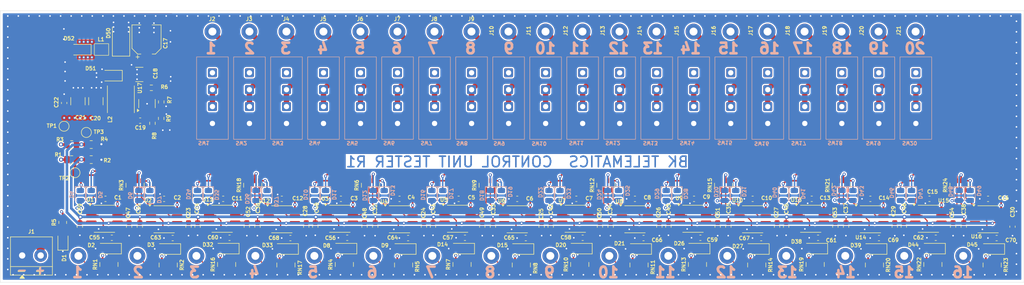
<source format=kicad_pcb>
(kicad_pcb (version 20241229) (generator "pcbnew") (generator_version "9.0")
  (layers (0 "F.Cu" signal) (4 "In1.Cu" signal) (6 "In2.Cu" signal) (2 "B.Cu" signal) (13 "F.Paste" user) (15 "B.Paste" user) (5 "F.SilkS" user "F.Silkscreen") (7 "B.SilkS" user "B.Silkscreen") (1 "F.Mask" user) (3 "B.Mask" user) (25 "Edge.Cuts" user))
  (net 0 "")
  (net 1 "GND")
  (net 2 "/OUT1")
  (net 3 "/OUT2")
  (net 4 "/OUT3")
  (net 5 "/OUT4")
  (net 6 "/OUT5")
  (net 7 "/OUT6")
  (net 8 "/OUT7")
  (net 9 "/OUT8")
  (net 10 "/OUT9")
  (net 11 "/OUT10")
  (net 12 "/OUT11")
  (net 13 "/OUT12")
  (net 14 "/OUT13")
  (net 15 "/OUT14")
  (net 16 "/OUT15")
  (net 17 "/OUT16")
  (net 18 "/OUT17")
  (net 19 "/OUT18")
  (net 20 "/OUT19")
  (net 21 "/OUT20")
  (net 22 "/power supply/+VIN_PROTECTED")
  (net 23 "Net-(D2-K)")
  (net 24 "Net-(D3-K)")
  (net 25 "Net-(D4-K)")
  (net 26 "Net-(D5-K)")
  (net 27 "Net-(D6-K)")
  (net 28 "Net-(D7-K)")
  (net 29 "Net-(D8-K)")
  (net 30 "Net-(D9-K)")
  (net 31 "Net-(D10-K)")
  (net 32 "Net-(D11-K)")
  (net 33 "Net-(D12-K)")
  (net 34 "Net-(D13-K)")
  (net 35 "Net-(D14-K)")
  (net 36 "Net-(D15-K)")
  (net 37 "Net-(D16-K)")
  (net 38 "Net-(D17-K)")
  (net 39 "Net-(D18-K)")
  (net 40 "Net-(D19-K)")
  (net 41 "Net-(D20-K)")
  (net 42 "Net-(D21-K)")
  (net 43 "Net-(D22-K)")
  (net 44 "Net-(D23-K)")
  (net 45 "Net-(D24-K)")
  (net 46 "Net-(D25-K)")
  (net 47 "Net-(D26-K)")
  (net 48 "Net-(D27-K)")
  (net 49 "Net-(D28-K)")
  (net 50 "Net-(D29-K)")
  (net 51 "Net-(D30-K)")
  (net 52 "Net-(D31-K)")
  (net 53 "Net-(D32-K)")
  (net 54 "Net-(U17-CB)")
  (net 55 "/power supply/SW")
  (net 56 "+5V")
  (net 57 "Net-(D1-A)")
  (net 58 "+VIN")
  (net 59 "Net-(D34-K)")
  (net 60 "/IN1")
  (net 61 "Net-(D35-K)")
  (net 62 "Net-(D37-K)")
  (net 63 "/IN2")
  (net 64 "Net-(D38-K)")
  (net 65 "/IN3")
  (net 66 "Net-(D40-K)")
  (net 67 "Net-(D41-K)")
  (net 68 "/IN4")
  (net 69 "Net-(D43-K)")
  (net 70 "/IN5")
  (net 71 "Net-(D44-K)")
  (net 72 "Net-(D46-K)")
  (net 73 "/IN6")
  (net 74 "Net-(D47-K)")
  (net 75 "/IN7")
  (net 76 "Net-(D49-K)")
  (net 77 "/IN8")
  (net 78 "/IN9")
  (net 79 "/VREF_HIGH")
  (net 80 "/IN10")
  (net 81 "/VREF_LOW")
  (net 82 "/IN11")
  (net 83 "/IN12")
  (net 84 "/IN13")
  (net 85 "/IN14")
  (net 86 "/IN15")
  (net 87 "/IN16")
  (net 93 "Net-(D33-K)")
  (net 95 "Net-(D36-K)")
  (net 97 "Net-(D39-K)")
  (net 100 "Net-(D42-K)")
  (net 103 "Net-(D45-K)")
  (net 106 "Net-(D48-K)")
  (net 108 "Net-(U17-~{SHDN})")
  (net 109 "Net-(U17-FB)")
  (net 118 "Net-(RN18D-R4.1)")
  (net 119 "Net-(RN18B-R2.1)")
  (net 120 "Net-(RN18C-R3.1)")
  (net 121 "Net-(RN18A-R1.1)")
  (net 122 "Net-(RN21D-R4.1)")
  (net 123 "Net-(RN21C-R3.1)")
  (net 124 "Net-(RN21B-R2.1)")
  (net 125 "Net-(RN21A-R1.1)")
  (net 126 "Net-(RN24B-R2.1)")
  (net 127 "Net-(RN24D-R4.1)")
  (net 128 "Net-(RN24A-R1.1)")
  (net 129 "Net-(RN24C-R3.1)")
  (net 130 "Net-(D52-A)")
  (net 131 "Net-(RN3D-R4.1)")
  (net 132 "Net-(RN3A-R1.1)")
  (net 133 "Net-(RN3B-R2.1)")
  (net 134 "Net-(RN3C-R3.1)")
  (net 135 "Net-(RN6A-R1.1)")
  (net 136 "Net-(RN6C-R3.1)")
  (net 137 "Net-(RN6D-R4.1)")
  (net 138 "Net-(RN6B-R2.1)")
  (net 139 "Net-(RN9D-R4.1)")
  (net 140 "Net-(RN9B-R2.1)")
  (net 141 "Net-(RN9C-R3.1)")
  (net 142 "Net-(RN9A-R1.1)")
  (net 143 "Net-(RN12B-R2.1)")
  (net 144 "Net-(RN12C-R3.1)")
  (net 145 "Net-(RN12D-R4.1)")
  (net 146 "Net-(RN12A-R1.1)")
  (net 147 "Net-(RN15B-R2.1)")
  (net 148 "Net-(RN15D-R4.1)")
  (net 149 "Net-(RN15A-R1.1)")
  (net 150 "Net-(RN15C-R3.1)")
  (footprint "Capacitor_SMD:C_0603_1608Metric" (layer "F.Cu") (at 114.514286 105.05 180)
    (property "Reference" "C68")
    (property "Value" "0.1u")
  )
  (footprint "My_Footprints:Hole_pad_1.5x3_round" (layer "F.Cu") (at 134.789474 65.95)
    (property "Reference" "J7")
    (property "Value" "T.H. Pad")
  )
  (footprint "Inductor_SMD:L_Taiyo-Yuden_NR-50xx" (layer "F.Cu") (at 82.408333 78.775 -90)
    (property "Reference" "L2")
    (property "Value" "22uH")
  )
  (footprint "Capacitor_SMD:C_0603_1608Metric" (layer "F.Cu") (at 228.960714 102.9 -90)
    (property "Reference" "C29")
    (property "Value" "0.1u")
  )
  (footprint "My_Footprints:Hole_pad_1.5x3_round" (layer "F.Cu") (at 99.75 65.95)
    (property "Reference" "J2")
    (property "Value" "T.H. Pad")
  )
  (footprint "Resistor_SMD:R_0603_1608Metric" (layer "F.Cu") (at 88.183333 76.6 180)
    (property "Reference" "R6")
    (property "Value" "100K")
  )
  (footprint "Diode_SMD:D_SOD-123" (layer "F.Cu") (at 180.532143 107.125 180)
    (property "Reference" "D21")
    (property "Value" "4.7V")
  )
  (footprint "Capacitor_SMD:C_0603_1608Metric" (layer "F.Cu") (at 246.625 97.625 180)
    (property "Reference" "C16")
    (property "Value" "0.1u")
  )
  (footprint "My_Footprints:Hole_pad_1.5x3_round" (layer "F.Cu") (at 74.375 108.425 90)
    (property "Reference" "J22" (hide yes))
    (property "Value" "T.H. Pad")
  )
  (footprint "Capacitor_SMD:C_0603_1608Metric" (layer "F.Cu") (at 179.757143 97.625 180)
    (property "Reference" "C8")
    (property "Value" "0.1u")
  )
  (footprint "Capacitor_SMD:C_0603_1608Metric" (layer "F.Cu") (at 208.385714 102.9 -90)
    (property "Reference" "C45")
    (property "Value" "0.1u")
  )
  (footprint "Capacitor_SMD:C_0603_1608Metric" (layer "F.Cu") (at 224.335714 97.625 180)
    (property "Reference" "C14")
    (property "Value" "0.1u")
  )
  (footprint "My_Footprints:Hole_pad_1.5x3_round" (layer "F.Cu") (at 190.852632 65.95 90)
    (property "Reference" "J15")
    (property "Value" "T.H. Pad")
  )
  (footprint "My_Footprints:Hole_pad_1.5x3_round" (layer "F.Cu") (at 107.885 108.425 90)
    (property "Reference" "J25" (hide yes))
    (property "Value" "T.H. Pad")
  )
  (footprint "Package_SO:SOIC-8_3.9x4.9mm_P1.27mm" (layer "F.Cu") (at 202.046429 101.49)
    (property "Reference" "U10")
    (property "Value" "AZV3002S-13")
  )
  (footprint "Resistor_SMD:R_Array_Concave_4x0603" (layer "F.Cu") (at 129.678571 95.05 90)
    (property "Reference" "RN6")
    (property "Value" "470R")
  )
  (footprint "Capacitor_SMD:C_0603_1608Metric" (layer "F.Cu") (at 119.228571 102.9 -90)
    (property "Reference" "C40")
    (property "Value" "0.1u")
  )
  (footprint "Capacitor_SMD:C_0603_1608Metric" (layer "F.Cu") (at 225.960714 105.05 180)
    (property "Reference" "C69")
    (property "Value" "0.1u")
  )
  (footprint "Package_SO:SOIC-8_3.9x4.9mm_P1.27mm" (layer "F.Cu") (at 157.467857 101.49)
    (property "Reference" "U6")
    (property "Value" "AZV3002S-13")
  )
  (footprint "Capacitor_SMD:C_0603_1608Metric" (layer "F.Cu") (at 173.132143 102.9 -90)
    (property "Reference" "C50")
    (property "Value" "0.1u")
  )
  (footprint "Capacitor_SMD:C_0603_1608Metric" (layer "F.Cu") (at 251.25 102.9 -90)
    (property "Reference" "C30")
    (property "Value" "0.1u")
  )
  (footprint "Capacitor_SMD:C_0603_1608Metric" (layer "F.Cu") (at 90.6 97.625 180)
    (property "Reference" "C2")
    (property "Value" "0.1u")
  )
  (footprint "Capacitor_SMD:C_0603_1608Metric" (layer "F.Cu") (at 108.289286 102.9 -90)
    (property "Reference" "C36")
    (property "Value" "0.1u")
  )
  (footprint "Diode_SMD:D_SOD-123" (layer "F.Cu") (at 213.885714 107.05 180)
    (property "Reference" "D38")
    (property "Value" "4.7V")
  )
  (footprint "My_Footprints:Hole_pad_1.5x3_round" (layer "F.Cu") (at 176.836842 65.95 90)
    (property "Reference" "J13")
    (property "Value" "T.H. Pad")
  )
  (footprint "Diode_SMD:D_SOD-123" (layer "F.Cu") (at 102.439286 107.05 180)
    (property "Reference" "D32")
    (property "Value" "4.7V")
  )
  (footprint "Resistor_SMD:R_0805_2012Metric" (layer "F.Cu") (at 73.1 87.35)
    (property "Reference" "R3")
    (property "Value" "80Κ")
  )
  (footprint "Capacitor_SMD:C_0603_1608Metric" (layer "F.Cu") (at 219.735714 102.9 -90)
    (property "Reference" "C37")
    (property "Value" "0.1u")
  )
  (footprint "Diode_SMD:D_SOD-123" (layer "F.Cu") (at 169.307143 107.05 180)
    (property "Reference" "D20")
    (property "Value" "4.7V")
  )
  (footprint "Capacitor_SMD:C_0603_1608Metric" (layer "F.Cu") (at 74.65 102.9 -90)
    (property "Reference" "C39")
    (property "Value" "0.1u")
  )
  (footprint "Resistor_SMD:R_Array_Concave_4x0603" (layer "F.Cu") (at 158.242857 110.15 -90)
    (property "Reference" "RN8")
    (property "Value" "1K")
  )
  (footprint "Capacitor_SMD:C_0603_1608Metric" (layer "F.Cu") (at 230.675 102.9 -90)
    (property "Reference" "C46")
    (property "Value" "0.1u")
  )
  (footprint "Diode_SMD:D_SOD-123" (layer "F.Cu") (at 135.953571 107.125 180)
    (property "Reference" "D9")
    (property "Value" "4.7V")
  )
  (footprint "Resistor_SMD:R_Array_Concave_4x0603" (layer "F.Cu") (at 202.821429 110.15 -90)
    (property "Reference" "RN14")
    (property "Value" "1K")
  )
  (footprint "Capacitor_SMD:C_0603_1608Metric" (layer "F.Cu") (at 169.857143 105 180)
    (property "Reference" "C58")
    (property "Value" "0.1u")
  )
  (footprint "Diode_SMD:D_SOD-123" (layer "F.Cu") (at 124.728571 107.05 180)
    (property "Reference" "D8")
    (property "Value" "4.7V")
  )
  (footprint "My_Footprints:Hole_pad_1.5x3_round" (layer "F.Cu") (at 232.9 65.95 90)
    (property "Reference" "J21")
    (property "Value" "T.H. Pad")
  )
  (footprint "Package_SO:SOIC-8_3.9x4.9mm_P1.27mm" (layer "F.Cu") (at 101.589286 101.4)
    (property "Reference" "U11")
    (property "Value" "AZV3002S-13")
  )
  (footprint "Capacitor_SMD:C_0603_1608Metric" (layer "F.Cu") (at 248.25 105.05 180)
    (property "Reference" "C70")
    (property "Value" "0.1u")
  )
  (footprint "Capacitor_SMD:C_0603_1608Metric" (layer "F.Cu") (at 159.092857 105.05 180)
    (property "Reference" "C65")
    (property "Value" "0.1u")
  )
  (footprint "Diode_SMD:D_SOD-123" (layer "F.Cu") (at 247.4 107.125 180)
    (property "Reference" "D45")
    (property "Value" "4.7V")
  )
  (footprint "Resistor_SMD:R_0805_2012Metric" (layer "F.Cu") (at 76.8 90.2)
    (property "Reference" "R2")
    (property "Value" "80Κ")
  )
  (footprint "My_Footprints:L_TDK_VLS252012HBX" (layer "F.Cu") (at 78.75 69.35)
    (property "Reference" "L1")
    (property "Value" "4.7uH")
  )
  (footprint "TestPoint:TestPoint_Pad_D1.5mm" (layer "F.Cu") (at 75.875 85.05)
    (property "Reference" "TP3")
    (property "Value" "TestPoint")
  )
  (footprint "Capacitor_SMD:C_0603_1608Metric" (layer "F.Cu") (at 242.025 102.9 -90)
    (property "Reference" "C38")
    (property "Value" "0.1u")
  )
  (footprint "Package_SO:SOIC-8_3.9x4.9mm_P1.27mm" (layer "F.Cu") (at 135.178571 101.49)
    (property "Reference" "U4")
    (property "Value" "AZV3002S-13")
  )
  (footprint "My_Footprints:Hole_pad_1.5x3_round" (layer "F.Cu") (at 169.828947 65.95 90)
    (property "Reference" "J12")
    (property "Value" "T.H. Pad")
  )
  (footprint "Resistor_SMD:R_0805_2012Metric" (layer "F.Cu") (at 73.1 90.2)
    (property "Reference" "R1")
    (property "Value" "20Κ")
  )
  (footprint "Resistor_SMD:R_Array_Concave_4x0603" (layer "F.Cu") (at 169.307143 110.05 90)
    (property "Reference" "RN10")
    (property "Value" "1K")
  )
  (footprint "Resistor_SMD:R_Array_Concave_4x0603" (layer "F.Cu") (at 213.885714 110.05 90)
    (property "Reference" "RN19")
    (property "Value" "1K")
  )
  (footprint "My_Footprints:Hole_pad_1.5x3_round" (layer "F.Cu") (at 197.245 108.425 90)
    (property "Reference" "J33" (hide yes))
    (property "Value" "T.H. Pad")
  )
  (footprint "Capacitor_SMD:C_0603_1608Metric" (layer "F.Cu") (at 186.096429 102.9 -90)
    (property "Reference" "C43")
    (property "Value" "0.1u")
  )
  (footprint "My_Footprints:Hole_pad_1.5x3_round" (layer "F.Cu") (at 218.884211 65.95 90)
    (property "Reference" "J19")
    (property "Value" "T.H. Pad")
  )
  (footprint "My_Footprints:Hole_pad_1.5x3_round" (layer "F.Cu") (at 130.225 108.425 90)
    (property "Reference" "J27" (hide yes))
    (property "Value" "T.H. Pad")
  )
  (footprint "My_Footprints:Hole_pad_1.5x3_round" (layer "F.Cu") (at 219.585 108.425 90)
    (property "Reference" "J35" (hide yes))
    (property "Value" "T.H. Pad")
  )
  (footprint "Resistor_SMD:R_Array_Concave_4x0603" (layer "F.Cu") (at 236.175 110.05 90)
    (property "Reference" "RN22")
    (property "Value" "1K")
  )
  (footprint "My_Footprints:Hole_pad_1.5x3_round" (layer "F.Cu") (at 163.735 108.425 90)
    (property "Reference" "J30" (hide yes))
    (property "Value" "T.H. Pad")
  )
  (footprint "Capacitor_SMD:C_0603_1608Metric" (layer "F.Cu") (at 96.939286 102.9 -90)
    (property "Reference" "C44")
    (property "Value" "0.1u")
  )
  (footprint "TestPoint:TestPoint_Pad_D1.5mm" (layer "F.Cu") (at 73.725 92.675)
    (property "Reference" "TP2")
    (property "Value" "TestPoint")
  )
  (footprint "TerminalBlock_4Ucon:TerminalBlock_4Ucon_1x02_P3.50mm_Horizontal" (layer "F.Cu") (at 63.725 108.35)
    (property "Reference" "J1")
    (property "Value" "Conn_01x02")
  )
  (footprint "Capacitor_SMD:C_0603_1608Metric" (layer "F.Cu") (at 86.075 82.81 180)
    (property "Reference" "C19")
    (property "Value" "0.1u")
  )
  (footprint "Capacitor_SMD:C_0603_1608Metric" (layer "F.Cu") (at 83.975 102.9 -90)
    (property "Reference" "C47")
    (property "Value" "0.1u")
  )
  (footprint "My_Footprints:Hole_pad_1.5x3_round" (layer "F.Cu") (at 208.415 108.425 90)
    (property "Reference" "J34" (hide yes))
    (property "Value" "T.H. Pad")
  )
  (footprint "My_Footprints:Hole_pad_1.5x3_round" (layer "F.Cu") (at 186.075 108.425 90)
    (property "Reference" "J32" (hide yes))
    (property "Value" "T.H. Pad")
  )
  (footprint "Resistor_SMD:R_Array_Concave_4x0603" (layer "F.Cu") (at 196.546429 95.05 90)
    (property "Reference" "RN15")
    (property "Value" "470R")
  )
  (footprint "Capacitor_SMD:C_0603_1608Metric" (layer "F.Cu") (at 86 102.9 -90)
    (property "Reference" "C31")
    (property "Value" "0.1u")
  )
  (footprint "My_Footprints:Hole_pad_1.5x3_round" (layer "F.Cu") (at 127.781579 65.95)
    (property "Reference" "J6")
    (property "Value" "T.H. Pad")
  )
  (footprint "Diode_SMD:D_SOD-123" (layer "F.Cu") (at 91.375 107.125 180)
    (property "Reference" "D3")
    (property "Value" "4.7V")
  )
  (footprint "Package_SO:SOIC-8_3.9x4.9mm_P1.27mm" (layer "F.Cu") (at 168.457143 101.4)
    (property "Reference" "U7")
    (property "Value" "AZV3002S-13")
  )
  (footprint "Resistor_SMD:R_0603_1608Metric" (layer "F.Cu") (at 88.395 83.32 -90)
    (property "Reference" "R8")
    (property "Value" "54.9K")
  )
  (footprint "Package_TO_SOT_SMD:SOT-23-6" (layer "F.Cu") (at 87.358333 79.5875 90)
    (property "Reference" "U17")
    (property "Value" "LV2862x")
  )
  (footprint "Capacitor_SMD:C_0603_1608Metric" (layer "F.Cu") (at 181.382143 105.05 180)
    (property "Reference" "C66")
    (property "Value" "0.1u")
  )
  (footprint "Resistor_SMD:R_Array_Concave_4x0603" (layer "F.Cu") (at 247.4 110.15 -90)
    (property "Reference" "RN23")
    (property "Value" "1K")
  )
  (footprint "Package_SO:SOIC-8_3.9x4.9mm_P1.27mm" (layer "F.Cu") (at 112.889286 101.49)
    (property "Reference" "U12")
    (property "Value" "AZV3002S-13")
  )
  (footprint "Resistor_SMD:R_Array_Concave_4x0603" (layer "F.Cu") (at 80.15 110.05 90)
    (property "Reference" "RN1")
    (property "Value" "1K")
  )
  (footprint "Resistor_SMD:R_Array_Concave_4x0603" (layer "F.Cu") (at 174.257143 95.05 90)
    (property "Reference" "RN12")
    (property "Value" "470R")
  )
  (footprint "Capacitor_SMD:C_0603_1608Metric" (layer "F.Cu") (at 79.5 97.62 180)
    (property "Reference" "C1")
    (property "Value" "0.1u")
  )
  (footprint "Resistor_SMD:R_0603_1608Metric" (layer "F.Cu") (at 90.045 82.395 -90)
    (property "Reference" "R9")
    (property "Value" "10K")
  )
  (footprint "Capacitor_SMD:C_0603_1608Metric" (layer "F.Cu") (at 163.807143 102.9 -90)
    (property "Reference" "C42")
    (property "Value" "0.1u")
  )
  (footprint "My_Footprints:Hole_pad_1.5x3_round" (layer "F.Cu") (at 174.905 108.425 90)
    (property "Reference" "J31" (hide yes))
    (property "Value" "T.H. Pad")
  )
  (footprint "Resistor_SMD:R_Array_Concave_4x0603" (layer "F.Cu") (at 91.375 110.15 -90)
    (property "Reference" "RN2")
    (property "Value" "1K")
  )
  (footprint "Resistor_SMD:R_Array_Concave_4x0603" (layer "F.Cu") (at 107.389286 95.05 90)
    (property "Reference" "RN18")
    (property "Value" "470R")
  )
  (footprint "Capacitor_SMD:C_0603_1608Metric" (layer "F.Cu") (at 146.367857 97.62 180)
    (property "Reference" "C5")
    (property "Value" "0.1u")
  )
  (footprint "Diode_SMD:D_SOD-123" (layer "F.Cu") (at 80.15 107.05 180)
    (property "Reference" "D2")
    (property "Value" "4.7V")
  )
  (footprint "Resistor_SMD:R_Array_Concave_4x0603" (layer "F.Cu") (at 135.953571 110.15 -90)
    (property "Reference" "RN5")
    (property "Value" "1K")
  )
  (footprint "Capacitor_SMD:C_0603_1608Metric" (layer "F.Cu") (at 92.225 105.05 180)
    (property "Reference" "C63")
    (property "Value" "0.1u")
  )
  (footprint "Resistor_SMD:R_Array_Concave_4x0603" (layer "F.Cu") (at 102.439286 110.05 90)
    (property "Reference" "RN16")
    (property "Value" "1K")
  )
  (footprint "My_Footprints:Hole_pad_1.5x3_round" (layer "F.Cu") (at 211.876316 65.95 90)
    (property "Reference" "J18")
    (property "Value" "T.H. Pad")
  )
  (footprint "Capacitor_SMD:C_0603_1608Metric" (layer "F.Cu") (at 135.178571 97.625 180)
    (property "Reference" "C4")
    (property "Value" "0.1u")
  )
  (footprint "Package_SO:SOIC-8_3.9x4.9mm_P1.27mm" (layer "F.Cu") (at 146.167857 101.4)
    (property "Reference" "U5")
    (property "Value" "AZV3002S-13")
  )
  (footprint "My_Footprints:Hole_pad_1.5x3_round" (layer "F.Cu") (at 141.797368 65.95)
    (property "Reference" "J8")
    (property "Value" "T.H. Pad")
  )
  (footprint "My_Footprints:Hole_pad_1.5x3_round" (layer "F.Cu") (at 183.844737 65.95 90)
    (property "Reference" "J14")
    (property "Value" "T.H. Pad")
  )
  (footprint "My_Footprints:Hole_pad_1.5x3_round" (layer "F.Cu") (at 204.868421 65.95 90)
    (property "Reference" "J17")
    (property "Value" "T.H. Pad")
  )
  (footprint "Capacitor_SMD:C_0603_1608Metric" (layer "F.Cu") (at 217.710714 102.9 -90)
    (property "Reference" "C53")
    (property "Value" "0.1u")
  )
  (footprint "Capacitor_SMD:C_0603_1608Metric" (layer "F.Cu") (at 152.867857 102.9 -90)
    (property "Reference" "C33")
    (property "Value" "0.1u")
  )
  (footprint "Resistor_SMD:R_Array_Concave_4x0603" (layer "F.Cu") (at 218.835714 95.05 90)
    (property "Reference" "RN21")
    (property "Value" "470R")
  )
  (footprint "Capacitor_SMD:C_0603_1608Metric" (layer "F.Cu") (at 80.7 105 180)
    (property "Reference" "C55")
    (property "Value" "0.1u")
  )
  (footprint "Capacitor_SMD:C_1210_3225Metric" (layer "F.Cu") (at 77.685 79.14 90)
    (property "Reference" "C20")
    (property "Value" "22u")
  )
  (footprint "Resistor_SMD:R_Array_Concave_4x0603" (layer "F.Cu") (at 147.017857 110.05 90)
    (property "Reference" "RN7")
    (property "Value" "1K")
  )
  (footprint "Capacitor_SMD:C_0603_1608Metric" (layer "F.Cu") (at 168.657143 97.62 180)
    (property "Reference" "C7")
    (property "Value" "0.1u")
  )
  (footprint "My_Footprints:Hole_pad_1.5x3_round" (layer "F.Cu") (at 155.813158 65.95 90)
    (property "Reference" "J10")
    (property "Value" "T.H. Pad")
  )
  (footprint "Capacitor_SMD:C_0603_1608Metric" (layer "F.Cu") (at 139.803571 102.9 -90)
    (property "Reference" "C24")
    (property "Value" "0.1u")
  )
  (footprint "Diode_SMD:D_SOD-123" (layer "F.Cu") (at 113.664286 107.125 180)
    (property "Reference" "D33")
    (property "Value" "4.7V")
  )
  (footprint "Capacitor_SMD:C_0603_1608Metric" (layer "F.Cu") (at 130.578571 102.9 -90)
    (property "Reference" "C32")
    (property "Value" "0.1u")
  )
  (footprint "My_Footprints:Hole_pad_1.5x3_round" (layer "F.Cu") (at 85.545 108.425 90)
    (property "Reference" "J23" (hide yes))
    (property "Value" "T.H. Pad")
  )
  (footprint "Capacitor_SMD:C_0603_1608Metric" (layer "F.Cu") (at 71.675 79.475 90)
    (property "Reference" "C22")
    (property "Value" "0.1u")
  )
  (footprint "Diode_SMD:D_SOD-123" (layer "F.Cu") (at 236.175 107.05 180)
    (property "Reference" "D44")
    (property "Value" "4.7V")
  )
  (footprint "My_Footprints:Hole_pad_1.5x3_round" (layer "F.Cu") (at 141.395 108.425 90)
    (property "Reference" "J28" (hide yes))
    (property "Value" "T.H. Pad")
  )
  (footprint "Capacitor_SMD:C_0603_1608Metric" (layer "F.Cu") (at 203.671429 105.05 180)
    (property "Reference" "C67")
    (property "Value" "0.1u")
  )
  (footprint "Resistor_SMD:R_Array_Concave_4x0603" (layer "F.Cu") (at 241.125 95.05 90)
    (property "Reference" "RN24")
    (property "Value" "470R")
  )
  (footprint "Diode_SMD:D_SOD-123" (layer "F.Cu") (at 191.596429 107.05 180)
    (property "Reference" "D26")
    (property "Value" "4.7V")
  )
  (footprint "Capacitor_SMD:C_0603_1608Metric" (layer "F.Cu") (at 202.046429 97.625 180)
    (property "Reference" "C10")
    (property "Value" "0.1u")
  )
  (footprint "Capacitor_SMD:C_0603_1608Metric" (layer "F.Cu") (at 235.525 97.62 180)
    (property "Reference" "C15")
    (property "Value" "0.1u")
  )
  (footprint "Capacitor_SMD:C_0603_1608Metric" (layer "F.Cu") (at 141.517857 102.9 -90)
    (property "Reference" "C41")
    (property "Value" "0.1u")
  )
  (footprint "Capacitor_SMD:C_0603_1608Metric" (layer "F.Cu") (at 197.446429 102.9 -90)
    (property "Reference" "C35")
    (property "Value" "0.1u")
  )
  (footprint "Resistor_SMD:R_0603_1608Metric" (layer "F.Cu") (at 90.058333 79.275 90)
    (property "Reference" "R7")
    (property "Value" "100K")
  )
  (footprint "Capacitor_SMD:C_0603_1608Metric" (layer "F.Cu") (at 240 102.9 -90)
    (property "Reference" "C54")
    (property "Value" "0.1u")
  )
  (footprint "Capacitor_SMD:C_0603_1608Metric" (layer "F.Cu") (at 106.264286 102.9 -90)
    (property "Reference" "C52")
    (property "Value" "0.1u")
  )
  (footprint "My_Footprints:Hole_pad_1.5x3_round" (layer "F.Cu") (at 113.765789 65.95)
    (property "Reference" "J4")
    (property "Value" "T.H. Pad")
  )
  (footprint "Resistor_SMD:R_Array_Concave_4x0603" (layer "F.Cu") (at 225.110714 110.15 -90)
    (property "Reference" "RN20")
    (property "Value" "1K")
  )
  (footprint "My_Footprints:Hole_pad_1.5x3_round" (layer "F.Cu") (at 152.565 108.425 90)
    (property "Reference" "J29" (hide yes))
    (property "Value" "T.H. Pad")
  )
  (footprint "Package_SO:SOIC-8_3.9x4.9mm_P1.27mm" (layer "F.Cu") (at 213.035714 101.4)
    (property "Reference" "U13")
    (property "Value" "AZV3002S-13")
  )
  (footprint "Resistor_SMD:R_0805_2012Metric" (layer "F.Cu") (at 71.405 102.0875 90)
    (property "Reference" "R5")
    (property "Value" "470R")
  )
  (footprint "Package_SO:SOIC-8_3.9x4.9mm_P1.27mm" (layer "F.Cu") (at 246.625 101.49)
    (property "Reference" "U16")
    (property "Value" "AZV3002S-13")
  )
  (footprint "TestPoint:TestPoint_Pad_D1.5mm" (layer "F.Cu") (at 71.65 83.875)
    (property "Reference" "TP1")
    (property "Value" "TestPoint")
  )
  (footprint "My_Footprints:Hole_pad_1.5x3_round" (layer "F.Cu") (at 230.755 108.425 90)
    (property "Reference" "J36" (hide yes))
    (property "Value" "T.H. Pad")
  )
  (footprint "Resistor_SMD:R_Array_Concave_4x0603" (layer "F.Cu") (at 85.1 95.05 90)
    (property "Reference" "RN3")
    (property "Value" "470R")
  )
  (footprint "Resistor_SMD:R_0805_2012Metric" (layer "F.Cu") (at 76.8 87.35)
    (property "Reference" "R4")
    (property "Value" "20Κ")
  )
  (footprint "Diode_SMD:D_SMA" (layer "F.Cu") (at 82.445 67.0975 90)
    (property "Reference" "D50")
    (property "Value" "SMAJ40CAe3/TR13")
  )
  (footprint "Capacitor_SMD:C_1210_3225Metric" (layer "F.Cu") (at 85.908333 74.075 180)
    (property "Reference" "C18")
    (property "Value" "2.2u")
  )
  (footprint "My_Footprints:Hole_pad_1.5x3_round" (layer "F.Cu") (at 120.773684 65.95)
    (property "Reference" "J5")
    (property "Value" "T.H. Pad")
  )
  (footprint "My_Footprints:Hole_pad_1.5x3_round" (layer "F.Cu") (at 148.805263 65.95)
    (property "Reference" "J9")
    (property "Value" "T.H. Pad")
  )
  (footprint "Capacitor_SMD:C_0603_1608Metric" (layer "F.Cu") (at 190.946429 97.62 180)
    (property "Reference" "C9")
    (property "Value" "0.1u")
  )
  (footprint "Resistor_SMD:R_Array_Concave_4x0603" (layer "F.Cu") (at 124.728571 110.05 90)
    (property "Reference" "RN4")
    (property "Value" "1K")
  )
  (footprint "Package_SO:SOIC-8_3.9x4.9mm_P1.27mm" (layer "F.Cu") (at 224.335714 101.49)
    (property "Reference" "U14")
    (property "Value" "AZV3002S-13")
  )
  (footprint "Capacitor_SMD:C_0603_1608Metric" (layer "F.Cu") (at 236.725 105 180)
    (property "Reference" "C62")
    (property "Value" "0.1u")
  )
  (footprint "Resistor_SMD:R_Array_Concave_4x0603" (layer "F.Cu") (at 113.664286 110.15 -90)
    (property "Reference" "RN17")
    (property "Value" "1K")
  )
  (footprint "Capacitor_SMD:C_0603_1608Metric" (layer "F.Cu") (at 136.803571 105.05 180)
    (property "Reference" "C64")
    (property "Value" "0.1u")
  )
  (footprint "My_Footprints:Hole_pad_1.5x3_round" (layer "F.Cu") (at 197.860526 65.95 90)
    (property "Reference" "J16")
    (property "Value" "T.H. Pad")
  )
  (footprint "My_Footprints:Hole_pad_1.5x3_round" (layer "F.Cu") (at 96.715 108.425 90)
    (property "Reference" "J24" (hide yes))
    (property "Value" "T.H. Pad")
  )
  (footprint "Capacitor_SMD:C_0603_1608Metric" (layer "F.Cu") (at 214.435714 105 180)
    (property "Reference" "C61")
    (property "Value" "0.1u")
  )
  (footprint "My_Footprints:Hole_pad_1.5x3_round" (layer "F.Cu") (at 106.757895 65.95)
    (property "Reference" "J3")
    (property "Value" "T.H. Pad")
  )
  (footprint "Capacitor_SMD:C_0603_1608Metric" (layer "F.Cu") (at 117.514286 102.9 -90)
    (property "Reference" "C28")
    (property "Value" "0.1u")
  )
  (footprint "Package_SO:SOIC-8_3.9x4.9mm_P1.27mm" (layer "F.Cu") (at 235.325 101.4)
    (property "Reference" "U15")
    (property "Value" "AZV3002S-13")
  )
  (footprint "Diode_SMD:D_SOD-123" (layer "F.Cu") (at 158.242857 107.125 180)
    (property "Reference" "D15")
    (property "Value" "4.7V")
  )
  (footprint "Package_SO:SOIC-8_3.9x4.9mm_P1.27mm" (layer "F.Cu") (at 190.746429 101.4)
    (property "Reference" "U9")
    (property "Value" "AZV3002S-13")
  )
  (footprint "Capacitor_SMD:C_0603_1608Metric" (layer "F.Cu") (at 95.225 102.9 -90)
    (property "Reference" "C23")
    (property "Value" "0.1u")
  )
  (footprint "Capacitor_SMD:C_0603_1608Metric" (layer "F.Cu") (at 213.235714 97.62 180)
    (property "Reference" "C13")
    (property "Value" "0.1u")
  )
  (footprint "Capacitor_SMD:C_0603_1608Metric" (layer "F.Cu") (at 101.789286 97.62 180)
    (property "Reference" "C11")
    (property "Value" "0.1u")
  )
  (footprint "Capacitor_SMD:C_0603_1608Metric" (layer "F.Cu") (at 192.146429 105 180)
    (property "Reference" "C59")
    (property "Value" "0.1u")
  )
  (footprint "Diode_SMD:D_SOD-123" (layer "F.Cu") (at 225.110714 107.125 180)
    (property "Reference" "D39")
    (property "Value" "4.7V")
  )
  (footprint "Capacitor_SMD:C_0603_1608Metric" (layer "F.Cu") (at 112.889286 97.625 180)
    (property "Reference" "C12")
    (property "Value" "0.1u")
  )
  (footprint "My_Footprints:Hole_pad_1.5x3_round" (layer "F.Cu") (at 225.892105 65.95 90)
    (property "Reference" "J20")
    (property "Value" "T.H. Pad")
  )
  (footprint "Capacitor_SMD:C_0603_1608Metric" (layer "F.Cu") (at 128.553571 102.9 -90)
    (property "Reference" "C48")
    (property "Value" "0.1u")
  )
  (footprint "My_Footprints:Hole_pad_1.5x3_round" (layer "F.Cu") (at 241.925 108.425 90)
    (property "Reference" "J37" (hide yes))
    (property "Value" "T.H. Pad")
  )
  (footprint "Capacitor_SMD:C_0603_1608Metric" (layer "F.Cu") (at 206.671429 102.9 -90)
    (property "Reference" "C27")
    (property "Value" "0.1u")
  )
  (footprint "Resistor_SMD:R_Array_Concave_4x0603" (layer "F.Cu") (at 180.532143 110.15 -90)
    (property "Reference" "RN11")
    (property "Value" "1K")
  )
  (footprint "Diode_SMD:D_PowerDI-123" (layer "F.Cu") (at 80.37 74.295 180)
    (property "Reference" "D51")
    (property "Value" "SBR3U60P1Q-7")
  )
  (footprint "Diode_SMD:D_PowerDI-123" (layer "F.Cu") (at 74.475 69.375 180)
    (property "Reference" "D52")
    (property "Value" "SBR3U60P1Q-7")
  )
  (footprint "Capacitor_SMD:C_0603_1608Metric" (layer "F.Cu") (at 195.421429 102.9 -90)
    (property "Reference" "C51")
    (property "Value" "0.1u")
  )
  (footprint "Resistor_SMD:R_Array_Concave_4x0603" (layer "F.Cu") (at 191.596429 110.05 90)
    (property "Reference" "RN13")
    (property "Value" "1K")
  )
  (footprint "Package_SO:SOIC-8_3.9x4.9mm_P1.27mm" (layer "F.Cu") (at 179.757143 101.49)
    (property "Reference" "U8")
    (property "Value" "AZV3002S-13")
  )
  (footprint "My_Footprints:Hole_pad_1.5x3_round" (layer "F.Cu") (at 119.055 108.425 90)
    (property "Reference" "J26" (hide yes))
    (property "Value" "T.H. Pad")
  )
  (footprint "Capacitor_SMD:C_0603_1608Metric" (layer "F.Cu") (at 124.078571 97.62 180)
    (property "Reference" "C3")
    (property "Value" "0.1u")
  )
  (footprint "Capacitor_SMD:C_0603_1608Metric" (layer "F.Cu") (at 175.157143 102.9 -90)
    (property "Reference" "C34")
    (property "Value" "0.1u")
  )
  (footprint "Capacitor_SMD:C_0603_1608Metric" (layer "F.Cu") (at 157.467857 97.625 180)
    (property "Reference" "C6")
    (property "Value" "0.1u")
  )
  (footprint "Diode_SMD:D_SOD-123" (layer "F.Cu") (at 147.017857 107.05 180)
    (property "Reference" "D14")
    (property "Value" "4.7V")
  )
  (footprint "Package_SO:SOIC-8_3.9x4.9mm_P1.27mm" (layer "F.Cu") (at 90.6 101.49)
    (property "Reference" "U2")
    (property "Value" "AZV3002S-13")
  )
  (footprint "Package_SO:SOIC-8_3.9x4.9mm_P1.27mm" (layer "F.Cu") (at 79.3 101.4)
    (property "Reference" "U1")
    (property "Value" "AZV3002S-13")
  )
  (footprint "Diode_SMD:D_SOD-123" (layer "F.Cu") (at 202.821429 107.125 180)
    (property "Reference" "D27")
    (property "Value" "4.7V")
  )
  (footprint "Capacitor_SMD:C_0603_1608Metric" (layer "F.Cu") (at 162.092857 102.9 -90)
    (property "Reference" "C25")
    (property "Value" "0.1u")
  )
  (footprint "Capacitor_SMD:CP_Elec_5x5.3" (layer "F.Cu") (at 87.27 67.445 90)
    (property "Reference" "C17")
    (property "Value" "10u")
  )
  (footprint "Capacitor_SMD:C_0603_1608Metric" (layer "F.Cu") (at 147.567857 105 180)
    (property "Reference" "C57")
    (property "Value" "0.1u")
  )
  (footprint "Package_SO:SOIC-8_3.9x4.9mm_P1.27mm" (layer "F.Cu") (at 123.878571 101.4)
    (property "Reference" "U3")
    (property "Value" "AZV3002S-13")
  )
  (footprint "LED_SMD:LED_0805_2012Metric" (layer "F.Cu") (at 71.45 105.6625 90)
    (property "Reference" "D1")
    (property "Value" "LED 0805 SMD")
  )
  (footprint "Capacitor_SMD:C_0603_1608Metric" (layer "F.Cu") (at 150.842857 102.9 -90)
    (property "Reference" "C49")
    (property "Value" "0.1u")
  )
  (footprint "Capacitor_SMD:C_0603_1608Metric" (layer "F.Cu") (at 184.382143 102.9 -90)
    (property "Reference" "C26")
    (property "Value" "0.1u")
  )
  (footprint "Capacitor_SMD:C_0603_1608Metric" (layer "F.Cu") (at 125.278571 105 180)
    (property "Reference" "C56")
    (property "Value" "0.1u")
  )
  (footprint "Capacitor_SMD:C_1210_3225Metric" (layer "F.Cu") (at 74.285 79.14 90)
    (property "Reference" "C21")
    (property "Value" "22u")
  )
  (footprint "Resistor_SMD:R_Array_Concave_4x0603" (layer "F.Cu") (at 151.967857 95.05 90)
    (property "Reference" "RN9")
    (property "Value" "470R")
  )
  (footprint "Capacitor_SMD:C_0603_1608Metric" (layer "F.Cu") (at 102.989286 105 180)
    (property "Reference" "C60")
    (property "Value" "0.1u")
  )
  (footprint "My_Footprints:Hole_pad_1.5x3_round" (layer "F.Cu") (at 162.821053 65.95 90)
    (property "Reference" "J11")
    (property "Value" "T.H. Pad")
  )
  (footprint "LED_SMD:LED_0805_2012Metric" (layer "B.Cu") (at 165.56 97 -90)
    (property "Reference" "D23")
    (property "Value" "LED")
  )
  (footprint "My_Footprints:SLW-156646-5A-N-D" (layer "B.Cu") (at 141.813158 78.55 -90)
    (property "Reference" "SW7")
    (property "Value" "~")
  )
  (footprint "My_Footprints:SLW-156646-5A-N-D" (layer "B.Cu") (at 197.897368 78.55 -90)
    (property "Reference" "SW15")
    (property "Value" "~")
  )
  (footprint "My_Footprints:SLW-156646-5A-N-D" (layer "B.Cu") (at 232.95 78.55 -90)
    (property "Reference" "SW20")
    (property "Value" "~")
  )
  (footprint "My_Footprints:SLW-156646-5A-N-D" (layer "B.Cu") (at 183.876316 78.55 -90)
    (property "Reference" "SW13")
    (property "Value" "~")
  )
  (footprint "My_Footprints:SLW-156646-5A-N-D" (layer "B.Cu") (at 148.823684 78.55 -90)
    (property "Reference" "SW8")
    (property "Value" "~")
  )
  (footprint "LED_SMD:LED_0805_2012Metric" (layer "B.Cu") (at 232.13 97 -90)
    (property "Reference" "D47")
    (property "Value" "LED")
  )
  (footprint "LED_SMD:LED_0805_2012Metric" (layer "B.Cu") (at 96.915 97 -90)
    (property "Reference" "D34")
    (property "Value" "LED")
  )
  (footprint "My_Footprints:SLW-156646-5A-N-D" (layer "B.Cu") (at 162.844737 78.55 -90)
    (property "Reference" "SW10")
    (property "Value" "~")
  )
  (footprint "My_Footprints:SLW-156646-5A-N-D" (layer "B.Cu") (at 225.939474 78.55 -90)
    (property "Reference" "SW19")
    (property "Value" "~")
  )
  (footprint "LED_SMD:LED_0805_2012Metric" (layer "B.Cu") (at 230.055 97 -90)
    (property "Reference" "D46")
    (property "Value" "LED")
  )
  (footprint "My_Footprints:SLW-156646-5A-N-D" (layer "B.Cu") (at 106.760526 78.55 -90)
    (property "Reference" "SW2")
    (property "Value" "~")
  )
  (footprint "LED_SMD:LED_0805_2012Metric" (layer "B.Cu") (at 154.465 97 -90)
    (property "Reference" "D19")
    (property "Value" "LED")
  )
  (footprint "LED_SMD:LED_0805_2012Metric" (layer "B.Cu") (at 185.675 97 -90)
    (property "Reference" "D28")
    (property "Value" "LED")
  )
  (footprint "My_Footprints:SLW-156646-5A-N-D" (layer "B.Cu") (at 211.918421 78.55 -90)
    (property "Reference" "SW17")
    (property "Value" "~")
  )
  (footprint "LED_SMD:LED_0805_2012Metric" (layer "B.Cu") (at 121.18 97 -90)
    (property "Reference" "D11")
    (property "Value" "LED")
  )
  (footprint "LED_SMD:LED_0805_2012Metric" (layer "B.Cu") (at 141.295 97 -90)
    (property "Reference" "D16")
    (property "Value" "LED")
  )
  (footprint "LED_SMD:LED_0805_2012Metric" (layer "B.Cu") (at 119.105 97 -90)
    (property "Reference" "D10")
    (property "Value" "LED")
  )
  (footprint "My_Footprints:SLW-156646-5A-N-D" (layer "B.Cu") (at 218.928947 78.55 -90)
    (property "Reference" "SW18")
    (property "Value" "~")
  )
  (footprint "LED_SMD:LED_0805_2012Metric" (layer "B.Cu") (at 243.225 97 -90)
    (property "Reference" "D49")
    (property "Value" "LED")
  )
  (footprint "LED_SMD:LED_0805_2012Metric" (layer "B.Cu") (at 85.82 97 -90)
    (property "Reference" "D6")
    (property "Value" "LED")
  )
  (footprint "LED_SMD:LED_0805_2012Metric" (layer "B.Cu") (at 241.15 97 -90)
    (property "Reference" "D48")
    (property "Value" "LED")
  )
  (footprint "LED_SMD:LED_0805_2012Metric" (layer "B.Cu") (at 196.77 97 -90)
    (property "Reference" "D30")
    (property "Value" "LED")
  )
  (footprint "LED_SMD:LED_0805_2012Metric" (layer "B.Cu") (at 187.75 97 -90)
    (property "Reference" "D29")
    (property "Value" "LED")
  )
  (footprint "LED_SMD:LED_0805_2012Metric" (layer "B.Cu") (at 76.8 97 -90)
    (property "Reference" "D5")
    (property "Value" "LED")
  )
  (footprint "LED_SMD:LED_0805_2012Metric" (layer "B.Cu") (at 143.37 97 -90)
    (property "Reference" "D17")
    (property "Value" "LED")
  )
  (footprint "LED_SMD:LED_0805_2012Metric" (layer "B.Cu") (at 108.01 97 -90)
    (property "Reference" "D36")
    (property "Value" "LED")
  )
  (footprint "LED_SMD:LED_0805_2012Metric" (layer "B.Cu") (at 130.2 97 -90)
    (property "Reference" "D12")
    (property "Value" "LED")
  )
  (footprint "LED_SMD:LED_0805_2012Metric" (layer "B.Cu") (at 218.96 97 -90)
    (property "Reference" "D42")
    (property "Value" "LED")
  )
  (footprint "LED_SMD:LED_0805_2012Metric" (layer "B.Cu") (at 221.035 97 -90)
    (property "Reference" "D43")
    (property "Value" "LED")
  )
  (footprint "LED_SMD:LED_0805_2012Metric" (layer "B.Cu") (at 209.94 97 -90)
    (property "Reference" "D41")
    (property "Value" "LED")
  )
  (footprint "My_Footprints:SLW-156646-5A-N-D" (layer "B.Cu") (at 169.855263 78.55 -90)
    (property "Reference" "SW11")
    (property "Value" "~")
  )
  (footprint "LED_SMD:LED_0805_2012Metric" (layer "B.Cu") (at 132.275 97 -90)
    (property "Reference" "D13")
    (property "Value" "LED")
  )
  (footprint "LED_SMD:LED_0805_2012Metric" (layer "B.Cu") (at 74.725 97 -90)
    (property "Reference" "D4")
    (property "Value" "LED")
  )
  (footprint "My_Footprints:SLW-156646-5A-N-D" (layer "B.Cu") (at 155.834211 78.55 -90)
    (property "Reference" "SW9")
    (property "Value" "~")
  )
  (footprint "My_Footprints:SLW-156646-5A-N-D" (layer "B.Cu") (at 127.792105 78.55 -90)
    (property "Reference" "SW5")
    (property "Value" "~")
  )
  (footprint "My_Footprints:SLW-156646-5A-N-D" (layer "B.Cu") (at 99.75 78.55 -90)
    (property "Reference" "SW1")
    (property "Value" "~")
  )
  (footprint "LED_SMD:LED_0805_2012Metric" (layer "B.Cu") (at 176.655 97 -90)
    (property "Reference" "D25")
    (property "Value" "LED")
  )
  (footprint "My_Footprints:SLW-156646-5A-N-D" (layer "B.Cu") (at 204.907895 78.55 -90)
    (property "Reference" "SW16")
    (property "Value" "~")
  )
  (footprint "LED_SMD:LED_0805_2012Metric" (layer "B.Cu") (at 87.895 97 -90)
    (property "Reference" "D7")
    (property "Value" "LED")
  )
  (footprint "My_Footprints:SLW-156646-5A-N-D" (layer "B.Cu") (at 134.802632 78.55 -90)
    (property "Reference" "SW6")
    (property "Value" "~")
  )
  (footprint "LED_SMD:LED_0805_2012Metric" (layer "B.Cu") (at 207.865 97 -90)
    (property "Reference" "D40")
    (property "Value" "LED")
  )
  (footprint "My_Footprints:SLW-156646-5A-N-D" (layer "B.Cu") (at 176.865789 78.55 -90)
    (property "Reference" "SW12")
    (property "Value" "~")
  )
  (footprint "LED_SMD:LED_0805_2012Metric" (layer "B.Cu") (at 110.085 97 -90)
    (property "Reference" "D37")
    (property "Value" "LED")
  )
  (footprint "LED_SMD:LED_0805_2012Metric" (layer "B.Cu") (at 163.485 97 -90)
    (property "Reference" "D22")
    (property "Value" "LED")
  )
  (footprint "LED_SMD:LED_0805_2012Metric" (layer "B.Cu") (at 174.58 97 -90)
    (property "Reference" "D24")
    (property "Value" "LED")
  )
  (footprint "My_Footprints:SLW-156646-5A-N-D" (layer "B.Cu") (at 190.886842 78.55 -90)
    (property "Reference" "SW14")
    (property "Value" "~")
  )
  (footprint "My_Footprints:SLW-156646-5A-N-D" (layer "B.Cu") (at 113.771053 78.55 -90)
    (property "Reference" "SW3")
    (property "Value" "~")
  )
  (footprint "LED_SMD:LED_0805_2012Metric" (layer "B.Cu") (at 198.845 97 -90)
    (property "Reference" "D31")
    (property "Value" "LED")
  )
  (footprint "LED_SMD:LED_0805_2012Metric" (layer "B.Cu") (at 98.99 97 -90)
    (property "Reference" "D35")
    (property "Value" "LED")
  )
  (footprint "LED_SMD:LED_0805_2012Metric" (layer "B.Cu") (at 152.39 97 -90)
    (property "Reference" "D18")
    (property "Value" "LED")
  )
  (footprint "My_Footprints:SLW-156646-5A-N-D" (layer "B.Cu") (at 120.781579 78.55 -90)
    (property "Reference" "SW4")
    (property "Value" "~")
  )
  (gr_rect (start 59.55 62) (end 253.425 113.45) (stroke (width 0.05)) (fill no) (layer "Edge.Cuts"))
  (gr_text "CONTROL UNIT TESTER R1" (at 192.375 91.225 0) (layer "F.Cu") (effects (font (size 2 2) (thickness 0.3)) (justify left bottom)))
  (gr_text "BK TELEMATICS" (at 192.375 88.25 0) (layer "F.Cu") (effects (font (size 2 2) (thickness 0.3)) (justify left bottom)))
  (gr_text "BK TELEMATICS  CONTROL UNIT TESTER R1" (at 190.075 91.8 0) (layer "B.Cu") (effects (font (size 2 2) (thickness 0.3)) (justify left bottom mirror)))
  (gr_text "-" (at 62.465 112.07 0) (layer "F.SilkS") (effects (font (size 1.5 1.5) (thickness 0.3) (bold yes)) (justify left bottom)))
  (gr_text "+" (at 65.94 112.07 0) (layer "F.SilkS") (effects (font (size 1.5 1.5) (thickness 0.3) (bold yes)) (justify left bottom)))
  (gr_text "+" (at 66.05 111.95 0) (layer "B.SilkS") (effects (font (size 1.5 1.5) (thickness 0.3) (bold yes)) (justify left bottom)))
  (gr_text "16" (at 207.45 70.325 0) (layer "B.SilkS") (effects (font (size 2 2) (thickness 0.5) (bold yes)) (justify left bottom mirror)))
  (gr_text "12" (at 199.225 112.725 0) (layer "B.SilkS") (effects (font (size 2 2) (thickness 0.5) (bold yes)) (justify left bottom mirror)))
  (gr_text "14" (at 192.525 70.325 0) (layer "B.SilkS") (effects (font (size 2 2) (thickness 0.5) (bold yes)) (justify left bottom mirror)))
  (gr_text "8" (at 153.6 112.725 0) (layer "B.SilkS") (effects (font (size 2 2) (thickness 0.5) (bold yes)) (justify left bottom mirror)))
  (gr_text "11" (at 187.725 112.725 0) (layer "B.SilkS") (effects (font (size 2 2) (thickness 0.5) (bold yes)) (justify left bottom mirror)))
  (gr_text "7" (at 142.425 112.725 0) (layer "B.SilkS") (effects (font (size 2 2) (thickness 0.5) (bold yes)) (justify left bottom mirror)))
  (gr_text "-" (at 62.575 111.95 0) (layer "B.SilkS") (effects (font (size 1.5 1.5) (thickness 0.3) (bold yes)) (justify left bottom)))
  (gr_text "5" (at 128.95 70.325 0) (layer "B.SilkS") (effects (font (size 2 2) (thickness 0.5) (bold yes)) (justify left bottom mirror)))
  (gr_text "17" (at 213.775 70.325 0) (layer "B.SilkS") (effects (font (size 2 2) (thickness 0.5) (bold yes)) (justify left bottom mirror)))
  (gr_text "8" (at 149.9 70.325 0) (layer "B.SilkS") (effects (font (size 2 2) (thickness 0.5) (bold yes)) (justify left bottom mirror)))
  (gr_text "19\n" (at 228.15 70.325 0) (layer "B.SilkS") (effects (font (size 2 2) (thickness 0.5) (bold yes)) (justify left bottom mirror)))
  (gr_text "15" (at 199.7 70.325 0) (layer "B.SilkS") (effects (font (size 2 2) (thickness 0.5) (bold yes)) (justify left bottom mirror)))
  (gr_text "6" (at 135.925 70.325 0) (layer "B.SilkS") (effects (font (size 2 2) (thickness 0.5) (bold yes)) (justify left bottom mirror)))
  (gr_text "6" (at 131.275 112.725 0) (layer "B.SilkS") (effects (font (size 2 2) (thickness 0.5) (bold yes)) (justify left bottom mirror)))
  (gr_text "3" (at 97.6 112.725 0) (layer "B.SilkS") (effects (font (size 2 2) (thickness 0.5) (bold yes)) (justify left bottom mirror)))
  (gr_text "2" (at 86.95 112.725 0) (layer "B.SilkS") (effects (font (size 2 2) (thickness 0.5) (bold yes)) (justify left bottom mirror)))
  (gr_text "7" (at 142.775 70.325 0) (layer "B.SilkS") (effects (font (size 2 2) (thickness 0.5) (bold yes)) (justify left bottom mirror)))
  (gr_text "3" (at 114.875 70.325 0) (layer "B.SilkS") (effects (font (size 2 2) (thickness 0.5) (bold yes)) (justify left bottom mirror)))
  (gr_text "2" (at 108.025 70.325 0) (layer "B.SilkS") (effects (font (size 2 2) (thickness 0.5) (bold yes)) (justify left bottom mirror)))
  (gr_text "5" (at 120.05 112.725 0) (layer "B.SilkS") (effects (font (size 2 2) (thickness 0.5) (bold yes)) (justify left bottom mirror)))
  (gr_text "1\n" (at 75.475 112.725 0) (layer "B.SilkS") (effects (font (size 2 2) (thickness 0.5) (bold yes)) (justify left bottom mirror)))
  (gr_text "16" (at 244.05 112.725 0) (layer "B.SilkS") (effects (font (size 2 2) (thickness 0.5) (bold yes)) (justify left bottom mirror)))
  (gr_text "13" (at 210.825 112.725 0) (layer "B.SilkS") (effects (font (size 2 2) (thickness 0.5) (bold yes)) (justify left bottom mirror)))
  (gr_text "14" (at 221.85 112.725 0) (layer "B.SilkS") (effects (font (size 2 2) (thickness 0.5) (bold yes)) (justify left bottom mirror)))
  (gr_text "11" (at 171.425 70.325 0) (layer "B.SilkS") (effects (font (size 2 2) (thickness 0.5) (bold yes)) (justify left bottom mirror)))
  (gr_text "13" (at 185.35 70.325 0) (layer "B.SilkS") (effects (font (size 2 2) (thickness 0.5) (bold yes)) (justify left bottom mirror)))
  (gr_text "20" (at 235 70.325 0) (layer "B.SilkS") (effects (font (size 2 2) (thickness 0.5) (bold yes)) (justify left bottom mirror)))
  (gr_text "4" (at 121.925 70.325 0) (layer "B.SilkS") (effects (font (size 2 2) (thickness 0.5) (bold yes)) (justify left bottom mirror)))
  (gr_text "12" (at 178.9 70.325 0) (layer "B.SilkS") (effects (font (size 2 2) (thickness 0.5) (bold yes)) (justify left bottom mirror)))
  (gr_text "15" (at 232.95 112.725 0) (layer "B.SilkS") (effects (font (size 2 2) (thickness 0.5) (bold yes)) (justify left bottom mirror)))
  (gr_text "1\n" (at 100.75 70.325 0) (layer "B.SilkS") (effects (font (size 2 2) (thickness 0.5) (bold yes)) (justify left bottom mirror)))
  (gr_text "9" (at 157.175 70.325 0) (layer "B.SilkS") (effects (font (size 2 2) (thickness 0.5) (bold yes)) (justify left bottom mirror)))
  (gr_text "9" (at 164.85 112.725 0) (layer "B.SilkS") (effects (font (size 2 2) (thickness 0.5) (bold yes)) (justify left bottom mirror)))
  (gr_text "10" (at 176.95 112.725 0) (layer "B.SilkS") (effects (font (size 2 2) (thickness 0.5) (bold yes)) (justify left bottom mirror)))
  (gr_text "10" (at 165.025 70.325 0) (layer "B.SilkS") (effects (font (size 2 2) (thickness 0.5) (bold yes)) (justify left bottom mirror)))
  (gr_text "4" (at 108.95 112.725 0) (layer "B.SilkS") (effects (font (size 2 2) (thickness 0.5) (bold yes)) (justify left bottom mirror)))
  (gr_text "18" (at 221.2 70.325 0) (layer "B.SilkS") (effects (font (size 2 2) (thickness 0.5) (bold yes)) (justify left bottom mirror)))
  (segment (start 200.296429 107.125) (end 200.271429 107.1) (width 0.2) (layer "F.Cu") (net 1))
  (segment (start 208.935714 103.675) (end 209.305714 103.305) (width 0.2) (layer "F.Cu") (net 1))
  (segment (start 210.560714 103.305) (end 210.790714 103.305) (width 0.3) (layer "F.Cu") (net 1))
  (segment (start 242.025 103.675) (end 242.1 103.675) (width 0.2) (layer "F.Cu") (net 1))
  (segment (start 88.85 107.125) (end 88.825 107.1) (width 0.2) (layer "F.Cu") (net 1))
  (segment (start 108.364286 103.675) (end 108.644286 103.395) (width 0.2) (layer "F.Cu") (net 1))
  (segment (start 90.975 109.3) (end 90.975 108.303571) (width 0.2) (layer "F.Cu") (net 1))
  (segment (start 244.875 107.125) (end 244.85 107.1) (width 0.2) (layer "F.Cu") (net 1))
  (segment (start 146.617857 109.2) (end 146.617857 108.203571) (width 0.2) (layer "F.Cu") (net 1))
  (segment (start 217.710714 103.675) (end 217.710714 104.6) (width 0.2) (layer "F.Cu") (net 1))
  (segment (start 224.710714 108.303571) (end 224.714285 108.3) (width 0.2) (layer "F.Cu") (net 1))
  (segment (start 178.007143 107.125) (end 177.982143 107.1) (width 0.2) (layer "F.Cu") (net 1))
  (segment (start 78.725 97.62) (end 78.725 98.475) (width 0.3) (layer "F.Cu") (net 1))
  (segment (start 90.058333 80.1) (end 90.058333 81.556667) (width 0.2) (layer "F.Cu") (net 1))
  (segment (start 235.95 105) (end 235.05 105) (width 0.2) (layer "F.Cu") (net 1))
  (segment (start 175.157143 103.675) (end 175.232143 103.675) (width 0.2) (layer "F.Cu") (net 1))
  (segment (start 223.560714 97.625) (end 222.760714 97.625) (width 0.3) (layer "F.Cu") (net 1))
  (segment (start 245.75 107.125) (end 244.875 107.125) (width 0.2) (layer "F.Cu") (net 1))
  (segment (start 86.355 103.395) (end 88.125 103.395) (width 0.2) (layer "F.Cu") (net 1))
  (segment (start 175.232143 103.675) (end 175.512143 103.395) (width 0.2) (layer "F.Cu") (net 1))
  (segment (start 197.446429 103.675) (end 197.521429 103.675) (width 0.2) (layer "F.Cu") (net 1))
  (segment (start 89.825 97.625) (end 89.825 96.7) (width 0.3) (layer "F.Cu") (net 1))
  (segment (start 146.792857 105) (end 145.892857 105) (width 0.2) (layer "F.Cu") (net 1))
  (segment (start 233.1 103.325) (end 234.225 103.325) (width 0.3) (layer "F.Cu") (net 1))
  (segment (start 156.592857 107.125) (end 155.717857 107.125) (width 0.2) (layer "F.Cu") (net 1))
  (segment (start 230.675 103.675) (end 231.225 103.675) (width 0.2) (layer "F.Cu") (net 1))
  (segment (start 91.45 105.05) (end 90.575 105.05) (width 0.2) (layer "F.Cu") (net 1))
  (segment (start 111.139286 107.125) (end 111.114286 107.1) (width 0.2) (layer "F.Cu") (net 1))
  (segment (start 119.228571 103.675) (end 119.778571 103.675) (width 0.2) (layer "F.Cu") (net 1))
  (segment (start 213.485714 108.203571) (end 213.489285 108.2) (width 0.2) (layer "F.Cu") (net 1))
  (segment (start 146.617857 108.203571) (end 146.621428 108.2) (width 0.2) (layer "F.Cu") (net 1))
  (segment (start 101.014286 97.62) (end 101.014286 98.475) (width 0.3) (layer "F.Cu") (net 1))
  (segment (start 76.825 103.305) (end 77.055 103.305) (width 0.3) (layer "F.Cu") (net 1))
  (segment (start 111.809286 103.395) (end 111.814286 103.4) (width 0.3) (layer "F.Cu") (net 1))
  (segment (start 74.65 103.675) (end 74.65 104.525) (width 0.2) (layer "F.Cu") (net 1))
  (segment (start 157.842857 109.3) (end 157.842857 108.303571) (width 0.2) (layer "F.Cu") (net 1))
  (segment (start 201.271429 97.625) (end 200.471429 97.625) (width 0.3) (layer "F.Cu") (net 1))
  (segment (start 206.671429 103.675) (end 206.671429 104.6) (width 0.2) (layer "F.Cu") (net 1))
  (segment (start 134.403571 97.625) (end 133.603571 97.625) (width 0.3) (layer "F.Cu") (net 1))
  (segment (start 71.45 107.5375) (end 71.425 107.5625) (width 0.3) (layer "F.Cu") (net 1))
  (segment (start 74.65 103.675) (end 75.2 103.675) (width 0.2) (layer "F.Cu") (net 1))
  (segment (start 123.078571 107.05) (end 122.203571 107.05) (width 0.2) (layer "F.Cu") (net 1))
  (segment (start 155.717857 107.125) (end 155.692857 107.1) (width 0.2) (layer "F.Cu") (net 1))
  (segment (start 247 108.303571) (end 247.003571 108.3) (width 0.2) (layer "F.Cu") (net 1))
  (segment (start 197.801429 103.395) (end 199.571429 103.395) (width 0.2) (layer "F.Cu") (net 1))
  (segment (start 242.38 103.395) (end 244.15 103.395) (width 0.2) (layer "F.Cu") (net 1))
  (segment (start 141.517857 103.675) (end 142.067857 103.675) (width 0.2) (layer "F.Cu") (net 1))
  (segment (start 166.232143 103.325) (end 167.357143 103.325) (width 0.3) (layer "F.Cu") (net 1))
  (segment (start 113.264286 109.3) (end 113.264286 108.303571) (width 0.2) (layer "F.Cu") (net 1))
  (segment (start 75.57 103.305) (end 76.825 103.305) (width 0.2) (layer "F.Cu") (net 1))
  (segment (start 106.264286 103.675) (end 106.264286 104.6) (width 0.2) (layer "F.Cu") (net 1))
  (segment (start 78.725 87.275) (end 77.7875 87.275) (width 0.5) (layer "F.Cu") (net 1))
  (segment (start 186.096429 103.675) (end 186.646429 103.675) (width 0.2) (layer "F.Cu") (net 1))
  (segment (start 168.907143 108.203571) (end 168.910714 108.2) (width 0.2) (layer "F.Cu") (net 1))
  (segment (start 167.657143 107.05) (end 166.782143 107.05) (width 0.2) (layer "F.Cu") (net 1))
  (segment (start 117.514286 103.675) (end 117.514286 104.6) (width 0.2) (layer "F.Cu") (net 1))
  (segment (start 202.421429 109.3) (end 202.421429 108.303571) (width 0.2) (layer "F.Cu") (net 1))
  (segment (start 91.02 81.57) (end 91.025 81.575) (width 0.2) (layer "F.Cu") (net 1))
  (segment (start 197.521429 103.675) (end 197.801429 103.395) (width 0.2) (layer "F.Cu") (net 1))
  (segment (start 124.328571 108.203571) (end 124.332142 108.2) (width 0.2) (layer "F.Cu") (net 1))
  (segment (start 208.385714 103.675) (end 208.935714 103.675) (width 0.2) (layer "F.Cu") (net 1))
  (segment (start 119.228571 103.675) (end 119.228571 104.525) (width 0.2) (layer "F.Cu") (net 1))
  (segment (start 90.975 108.303571) (end 90.978571 108.3) (width 0.2) (layer "F.Cu") (net 1))
  (segment (start 87.358333 80.725) (end 87.358333 79.641667) (width 0.5) (layer "F.Cu") (net 1))
  (segment (start 165.982143 103.305) (end 166.212143 103.305) (width 0.3) (layer "F.Cu") (net 1))
  (segment (start 108.289286 104.575) (end 108.264286 104.6) (width 0.2) (layer "F.Cu") (net 1))
  (segment (start 121.403571 103.305) (end 121.633571 103.305) (width 0.3) (layer "F.Cu") (net 1))
  (segment (start 113.264286 108.303571) (end 113.267857 108.3) (width 0.2) (layer "F.Cu") (net 1))
  (segment (start 156.387857 103.395) (end 156.392857 103.4) (width 0.3) (layer "F.Cu") (net 1))
  (segment (start 219.735714 103.675) (end 219.735714 104.575) (width 0.2) (layer "F.Cu") (net 1))
  (segment (start 188.271429 103.305) (end 188.501429 103.305) (width 0.3) (layer "F.Cu") (net 1))
  (segment (start 152.942857 103.675) (end 153.222857 103.395) (width 0.2) (layer "F.Cu") (net 1))
  (segment (start 145.592857 97.62) (end 145.592857 98.475) (width 0.3) (layer "F.Cu") (net 1))
  (segment (start 134.098571 103.395) (end 134.103571 103.4) (width 0.3) (layer "F.Cu") (net 1))
  (segment (start 188.521429 103.325) (end 189.646429 103.325) (width 0.3) (layer "F.Cu") (net 1))
  (segment (start 210.810714 103.325) (end 211.935714 103.325) (width 0.3) (layer "F.Cu") (net 1))
  (segment (start 130.578571 103.675) (end 130.578571 104.575) (width 0.2) (layer "F.Cu") (net 1))
  (segment (start 99.114286 103.305) (end 99.344286 103.305) (width 0.3) (layer "F.Cu") (net 1))
  (segment (start 71.45 106.6) (end 71.45 107.5375) (width 0.3) (layer "F.Cu") (net 1))
  (segment (start 95.225 103.675) (end 95.225 104.6) (width 0.2) (layer "F.Cu") (net 1))
  (segment (start 199.571429 103.395) (end 200.966429 103.395) (width 0.3) (layer "F.Cu") (net 1))
  (segment (start 175.512143 103.395) (end 177.282143 103.395) (width 0.2) (layer "F.Cu") (net 1))
  (segment (start 232.85 103.305) (end 233.08 103.305) (width 0.3) (layer "F.Cu") (net 1))
  (segment (start 112.1 97.610714) (end 112.114286 97.625) (width 0.3) (layer "F.Cu") (net 1))
  (segment (start 119.778571 103.675) (end 120.148571 103.305) (width 0.2) (layer "F.Cu") (net 1))
  (segment (start 152.867857 103.675) (end 152.867857 104.575) (width 0.2) (layer "F.Cu") (net 1))
  (segment (start 142.437857 103.305) (end 143.692857 103.305) (width 0.2) (layer "F.Cu") (net 1))
  (segment (start 168.907143 109.2) (end 168.907143 108.203571) (width 0.2) (layer "F.Cu") (net 1))
  (segment (start 143.692857 103.305) (end 143.922857 103.305) (width 0.3) (layer "F.Cu") (net 1))
  (segment (start 97.489286 103.675) (end 97.859286 103.305) (width 0.2) (layer "F.Cu") (net 1))
  (segment (start 201.171429 107.125) (end 200.296429 107.125) (width 0.2) (layer "F.Cu") (net 1))
  (segment (start 186.646429 103.675) (end 187.016429 103.305) (width 0.2) (layer "F.Cu") (net 1))
  (segment (start 209.305714 103.305) (end 210.560714 103.305) (width 0.2) (layer "F.Cu") (net 1))
  (segment (start 139.803571 103.675) (end 139.803571 104.6) (width 0.2) (layer "F.Cu") (net 1))
  (segment (start 153.222857 103.395) (end 154.992857 103.395) (width 0.2) (layer "F.Cu") (net 1))
  (segment (start 187.016429 103.305) (end 188.271429 103.305) (width 0.2) (layer "F.Cu") (net 1))
  (segment (start 108.289286 103.675) (end 108.289286 104.575) (width 0.2) (layer "F.Cu") (net 1))
  (segment (start 152.867857 103.675) (end 152.942857 103.675) (width 0.2) (layer "F.Cu") (net 1))
  (segment (start 202.896429 105.05) (end 202.021429 105.05) (width 0.2) (layer "F.Cu") (net 1))
  (segment (start 90.058333 81.556667) (end 90.045 81.57) (width 0.2) (layer "F.Cu") (net 1))
  (segment (start 163.807143 103.675) (end 163.807143 104.525) (width 0.2) (layer "F.Cu") (net 1))
  (segment (start 177.282143 103.395) (end 178.677143 103.395) (width 0.3) (layer "F.Cu") (net 1))
  (segment (start 99.344286 103.305) (end 99.364286 103.325) (width 0.3) (layer "F.Cu") (net 1))
  (segment (start 77.7875 87.275) (end 77.7125 87.35) (width 0.5) (layer "F.Cu") (net 1))
  (segment (start 224.710714 109.3) (end 224.710714 108.303571) (width 0.2) (layer "F.Cu") (net 1))
  (segment (start 212.460714 97.62) (end 212.460714 98.475) (width 0.3) (layer "F.Cu") (net 1))
  (segment (start 89.725 107.125) (end 88.85 107.125) (width 0.2) (layer "F.Cu") (net 1))
  (segment (start 191.196429 108.203571) (end 191.2 108.2) (width 0.2) (layer "F.Cu") (net 1))
  (segment (start 195.421429 103.675) (end 195.421429 104.6) (width 0.2) (layer "F.Cu") (net 1))
  (segment (start 100.789286 107.05) (end 99.914286 107.05) (width 0.2) (layer "F.Cu") (net 1))
  (segment (start 197.446429 104.575) (end 197.421429 104.6) (width 0.2) (layer "F.Cu") (net 1))
  (segment (start 86.075 103.675) (end 86.355 103.395) (width 0.2) (layer "F.Cu") (net 1))
  (segment (start 90.045 81.57) (end 91.02 81.57) (width 0.2) (layer "F.Cu") (net 1))
  (segment (start 102.214286 105) (end 101.314286 105) (width 0.2) (layer "F.Cu") (net 1))
  (segment (start 234.525 107.05) (end 233.65 107.05) (width 0.2) (layer "F.Cu") (net 1))
  (segment (start 156.692857 97.625) (end 155.892857 97.625) (width 0.3) (layer "F.Cu") (net 1))
  (segment (start 210.790714 103.305) (end 210.810714 103.325) (width 0.3) (layer "F.Cu") (net 1))
  (segment (start 102.039286 109.2) (end 102.039286 108.203571) (width 0.2) (layer "F.Cu") (net 1))
  (segment (start 112.014286 107.125) (end 111.139286 107.125) (width 0.2) (layer "F.Cu") (net 1))
  (segment (start 200.966429 103.395) (end 200.971429 103.4) (width 0.3) (layer "F.Cu") (net 1))
  (segment (start 86 104.575) (end 85.975 104.6) (width 0.2) (layer "F.Cu") (net 1))
  (segment (start 78.725 90.225) (end 77.7375 90.225) (width 0.5) (layer "F.Cu") (net 1))
  (segment (start 90.058333 80.1) (end 90.975 80.1) (width 0.2) (layer "F.Cu") (net 1))
  (segment (start 223.460714 107.125) (end 222.585714 107.125) (width 0.2) (layer "F.Cu") (net 1))
  (segment (start 130.653571 103.675) (end 130.933571 103.395) (width 0.2) (layer "F.Cu") (net 1))
  (segment (start 228.960714 103.675) (end 228.960714 104.6) (width 0.2) (layer "F.Cu") (net 1))
  (segment (start 242.025 104.575) (end 242 104.6) (width 0.2) (layer "F.Cu") (net 1))
  (segment (start 221.860714 103.395) (end 223.255714 103.395) (width 0.3) (layer "F.Cu") (net 1))
  (segment (start 191.196429 109.2) (end 191.196429 108.203571) (width 0.2) (layer "F.Cu") (net 1))
  (segment (start 141.517857 103.675) (end 141.517857 104.525) (width 0.2) (layer "F.Cu") (net 1))
  (segment (start 135.553571 108.303571) (end 135.557142 108.3) (width 0.2) (layer "F.Cu") (net 1))
  (segment (start 102.039286 108.203571) (end 102.042857 108.2) (width 0.2) (layer "F.Cu") (net 1))
  (segment (start 77.075 103.325) (end 78.2 103.325) (width 0.3) (layer "F.Cu") (net 1))
  (segment (start 190.171429 97.62) (end 190.171429 98.475) (width 0.3) (layer "F.Cu") (net 1))
  (segment (start 77.055 103.305) (end 77.075 103.325) (width 0.3) (layer "F.Cu") (net 1))
  (segment (start 166.212143 103.305) (end 166.232143 103.325) (width 0.3) (layer "F.Cu") (net 1))
  (segment (start 251.25 103.675) (end 251.25 104.6) (width 0.2) (layer "F.Cu") (net 1))
  (segment (start 180.607143 105.05) (end 179.732143 105.05) (width 0.2) (layer "F.Cu") (net 1))
  (segment (start 158.317857 105.05) (end 157.442857 105.05) (width 0.2) (layer "F.Cu") (net 1))
  (segment (start 188.501429 103.305) (end 188.521429 103.325) (width 0.3) (layer "F.Cu") (net 1))
  (segment (start 130.933571 103.395) (end 132.703571 103.395) (width 0.2) (layer "F.Cu") (net 1))
  (segment (start 163.807143 103.675) (end 164.357143 103.675) (width 0.2) (layer "F.Cu") (net 1))
  (segment (start 124.503571 105) (end 123.603571 105) (width 0.2) (layer "F.Cu") (net 1))
  (segment (start 99.364286 103.325) (end 100.489286 103.325) (width 0.3) (layer "F.Cu") (net 1))
  (segment (start 180.132143 109.3) (end 180.132143 108.303571) (width 0.2) (layer "F.Cu") (net 1))
  (segment (start 222.585714 107.125) (end 222.560714 107.1) (width 0.2) (layer "F.Cu") (net 1))
  (segment (start 178.677143 103.395) (end 178.682143 103.4) (width 0.3) (layer "F.Cu") (net 1))
  (segment (start 230.675 103.675) (end 230.675 104.525) (width 0.2) (layer "F.Cu") (net 1))
  (segment (start 134.303571 107.125) (end 133.428571 107.125) (width 0.2) (layer "F.Cu") (net 1))
  (segment (start 175.157143 103.675) (end 175.157143 104.575) (width 0.2) (layer "F.Cu") (net 1))
  (segment (start 223.255714 103.395) (end 223.260714 103.4) (width 0.3) (layer "F.Cu") (net 1))
  (segment (start 78.5 107.05) (end 77.625 107.05) (width 0.2) (layer "F.Cu") (net 1))
  (segment (start 245.545 103.395) (end 245.55 103.4) (width 0.3) (layer "F.Cu") (net 1))
  (segment (start 130.578571 104.575) (end 130.553571 104.6) (width 0.2) (layer "F.Cu") (net 1))
  (segment (start 133.428571 107.125) (end 133.403571 107.1) (width 0.2) (layer "F.Cu") (net 1))
  (segment (start 167.882143 97.62) (end 167.882143 98.475) (width 0.3) (layer "F.Cu") (net 1))
  (segment (start 242.025 103.675) (end 242.025 104.575) (width 0.2) (layer "F.Cu") (net 1))
  (segment (start 184.382143 103.675) (end 184.382143 104.6) (width 0.2) (layer "F.Cu") (net 1))
  (segment (start 135.553571 109.3) (end 135.553571 108.303571) (width 0.2) (layer "F.Cu") (net 1))
  (segment (start 143.922857 103.305) (end 143.942857 103.325) (width 0.3) (layer "F.Cu") (net 1))
  (segment (start 112.1 96.8) (end 112.1 97.610714) (width 0.3) (layer "F.Cu") (net 1))
  (segment (start 79.75 109.2) (end 79.75 108.203571) (width 0.2) (layer "F.Cu") (net 1))
  (segment (start 162.092857 103.675) (end 162.092857 104.6) (width 0.2) (layer "F.Cu") (net 1))
  (segment (start 88.125 103.395) (end 89.52 103.395) (width 0.3) (layer "F.Cu") (net 1))
  (segment (start 245.85 97.625) (end 245.05 97.625) (width 0.3) (layer "F.Cu") (net 1))
  (segment (start 247.475 105.05) (end 246.6 105.05) (width 0.2) (layer "F.Cu") (net 1))
  (segment (start 110.414286 103.395) (end 111.809286 103.395) (width 0.3) (layer "F.Cu") (net 1))
  (segment (start 173.132143 103.675) (end 173.132143 104.6) (width 0.2) (layer "F.Cu") (net 1))
  (segment (start 202.421429 108.303571) (end 202.425 108.3) (width 0.2) (layer "F.Cu") (net 1))
  (segment (start 121.633571 103.305) (end 121.653571 103.325) (width 0.3) (layer "F.Cu") (net 1))
  (segment (start 208.385714 103.675) (end 208.385714 104.525) (width 0.2) (layer "F.Cu") (net 1))
  (segment (start 178.982143 97.625) (end 178.182143 97.625) (width 0.3) (layer "F.Cu") (net 1))
  (segment (start 186.096429 103.675) (end 186.096429 104.525) (width 0.2) (layer "F.Cu") (net 1))
  (segment (start 180.132143 108.303571) (end 180.135714 108.3) (width 0.2) (layer "F.Cu") (net 1))
  (segment (start 220.090714 103.395) (end 221.860714 103.395) (width 0.2) (layer "F.Cu") (net 1))
  (segment (start 189.946429 107.05) (end 189.071429 107.05) (width 0.2) (layer "F.Cu") (net 1))
  (segment (start 178.882143 107.125) (end 178.007143 107.125) (width 0.2) (layer "F.Cu") (net 1))
  (segment (start 75.2 103.675) (end 75.57 103.305) (width 0.2) (layer "F.Cu") (net 1))
  (segment (start 86 103.675) (end 86 104.575) (width 0.2) (layer "F.Cu") (net 1))
  (segment (start 157.842857 108.303571) (end 157.846428 108.3) (width 0.2) (layer "F.Cu") (net 1))
  (segment (start 142.067857 103.675) (end 142.437857 103.305) (width 0.2) (layer "F.Cu") (net 1))
  (segment (start 219.810714 103.675) (end 220.090714 103.395) (width 0.2) (layer "F.Cu") (net 1))
  (segment (start 132.703571 103.395) (end 134.098571 103.395) (width 0.3) (layer "F.Cu") (net 1))
  (segment (start 79.75 108.203571) (end 79.753571 108.2) (width 0.2) (layer "F.Cu") (net 1))
  (segment (start 87.358333 79.641667) (end 87.375 79.625) (width 0.5) (layer "F.Cu") (net 1))
  (segment (start 244.15 103.395) (end 245.545 103.395) (width 0.3) (layer "F.Cu") (net 1))
  (segment (start 231.225 103.675) (end 231.595 103.305) (width 0.2) (layer "F.Cu") (net 1))
  (segment (start 242.1 103.675) (end 242.38 103.395) (width 0.2) (layer "F.Cu") (net 1))
  (segment (start 213.660714 105) (end 212.760714 105) (width 0.2) (layer "F.Cu") (net 1))
  (segment (start 240 103.675) (end 240 104.6) (width 0.2) (layer "F.Cu") (net 1))
  (segment (start 235.775 109.2) (end 235.775 108.203571) (width 0.2) (layer "F.Cu") (net 1))
  (segment (start 97.859286 103.305) (end 99.114286 103.305) (width 0.2) (layer "F.Cu") (net 1))
  (segment (start 175.157143 104.575) (end 175.132143 104.6) (width 0.2) (layer "F.Cu") (net 1))
  (segment (start 83.975 103.675) (end 83.975 104.6) (width 0.2) (layer "F.Cu") (net 1))
  (segment (start 197.446429 103.675) (end 197.446429 104.575) (width 0.2) (layer "F.Cu") (net 1))
  (segment (start 108.289286 103.675) (end 108.364286 103.675) (width 0.2) (layer "F.Cu") (net 1))
  (segment (start 152.867857 104.575) (end 152.842857 104.6) (width 0.2) (layer "F.Cu") (net 1))
  (segment (start 213.485714 109.2) (end 213.485714 108.203571) (width 0.2) (layer "F.Cu") (net 1))
  (segment (start 247 109.3) (end 247 108.303571) (width 0.2) (layer "F.Cu") (net 1))
  (segment (start 121.653571 103.325) (end 122.778571 103.325) (width 0.3) (layer "F.Cu") (net 1))
  (segment (start 164.727143 103.305) (end 165.982143 103.305) (width 0.2) (layer "F.Cu") (net 1))
  (segment (start 123.303571 97.62) (end 123.303571 98.475) (width 0.3) (layer "F.Cu") (net 1))
  (segment (start 89.52 103.395) (end 89.525 103.4) (width 0.3) (layer "F.Cu") (net 1))
  (segment (start 164.357143 103.675) (end 164.727143 103.305) (width 0.2) (layer "F.Cu") (net 1))
  (segment (start 219.735714 104.575) (end 219.710714 104.6) (width 0.2) (layer "F.Cu") (net 1))
  (segment (start 96.939286 103.675) (end 96.939286 104.525) (width 0.2) (layer "F.Cu") (net 1))
  (segment (start 86 103.675) (end 86.075 103.675) (width 0.2) (layer "F.Cu") (net 1))
  (segment (start 233.08 103.305) (end 233.1 103.325) (width 0.3) (layer "F.Cu") (net 1))
  (segment (start 150.842857 103.675) (end 150.842857 104.6) (width 0.2) (layer "F.Cu") (net 1))
  (segment (start 191.371429 105) (end 190.471429 105) (width 0.2) (layer "F.Cu") (net 1))
  (segment (start 212.235714 107.05) (end 211.360714 107.05) (width 0.2) (layer "F.Cu") (net 1))
  (segment (start 145.367857 107.05) (end 144.492857 107.05) (width 0.2) (layer "F.Cu") (net 1))
  (segment (start 231.595 103.305) (end 232.85 103.305) (width 0.2) (layer "F.Cu") (net 1))
  (segment (start 154.992857 103.395) (end 156.387857 103.395) (width 0.3) (layer "F.Cu") (net 1))
  (segment (start 225.185714 105.05) (end 224.310714 105.05) (width 0.2) (layer "F.Cu") (net 1))
  (segment (start 235.775 108.203571) (end 235.778571 108.2) (width 0.2) (layer "F.Cu") (net 1))
  (segment (start 143.942857 103.325) (end 145.067857 103.325) (width 0.3) (layer "F.Cu") (net 1))
  (segment (start 234.75 97.62) (end 234.75 98.475) (width 0.3) (layer "F.Cu") (net 1))
  (segment (start 77.7375 90.225) (end 77.7125 90.2) (width 0.5) (layer "F.Cu") (net 1))
  (segment (start 130.578571 103.675) (end 130.653571 103.675) (width 0.2) (layer "F.Cu") (net 1))
  (segment (start 136.028571 105.05) (end 135.153571 105.05) (width 0.2) (layer "F.Cu") (net 1))
  (segment (start 169.082143 105) (end 168.182143 105) (width 0.2) (layer "F.Cu") (net 1))
  (segment (start 124.328571 109.2) (end 124.328571 108.203571) (width 0.2) (layer "F.Cu") (net 1))
  (segment (start 128.553571 103.675) (end 128.553571 104.6) (width 0.2) (layer "F.Cu") (net 1))
  (segment (start 219.735714 103.675) (end 219.810714 103.675) (width 0.2) (layer "F.Cu") (net 1))
  (segment (start 113.739286 105.05) (end 112.864286 105.05) (width 0.2) (layer "F.Cu") (net 1))
  (segment (start 108.644286 103.395) (end 110.414286 103.395) (width 0.2) (layer "F.Cu") (net 1))
  (segment (start 120.148571 103.305) (end 121.403571 103.305) (width 0.2) (layer "F.Cu") (net 1))
  (segment (start 79.925 105) (end 79.025 105) (width 0.2) (layer "F.Cu") (net 1))
  (via (at 160 112) (size 0.6) (drill 0.3) (layers "F.Cu" "B.Cu") (net 1))
  (via (at 183 63) (size 0.6) (drill 0.3) (layers "F.Cu" "B.Cu") (net 1))
  (via (at 88.675 65.2375) (size 0.6) (drill 0.3) (layers "F.Cu" "B.Cu") (net 1))
  (via (at 198 112) (size 0.6) (drill 0.3) (layers "F.Cu" "B.Cu") (net 1))
  (via (at 193 63) (size 0.6) (drill 0.3) (layers "F.Cu" "B.Cu") (net 1))
  (via (at 197.421429 104.6) (size 0.6) (drill 0.3) (layers "F.Cu" "B.Cu") (net 1))
  (via (at 141 63) (size 0.6) (drill 0.3) (layers "F.Cu" "B.Cu") (net 1))
  (via (at 182 112) (size 0.6) (drill 0.3) (layers "F.Cu" "B.Cu") (net 1))
  (via (at 242 104.6) (size 0.6) (drill 0.3) (layers "F.Cu" "B.Cu") (net 1))
  (via (at 61 105) (size 0.6) (drill 0.3) (layers "F.Cu" "B.Cu") (net 1))
  (via (at 137 63) (size 0.6) (drill 0.3) (layers "F.Cu" "B.Cu") (net 1))
  (via (at 151 63) (size 0.6) (drill 0.3) (layers "F.Cu" "B.Cu") (net 1))
  (via (at 175 63) (size 0.6) (drill 0.3) (layers "F.Cu" "B.Cu") (net 1))
  (via (at 81.025 65.0875) (size 0.6) (drill 0.3) (layers "F.Cu" "B.Cu") (net 1))
  (via (at 61 71) (size 0.6) (drill 0.3) (layers "F.Cu" "B.Cu") (net 1))
  (via (at 119.228571 104.525) (size 0.6) (drill 0.3) (layers "F.Cu" "B.Cu") (net 1))
  (via (at 145.067857 103.325) (size 0.6) (drill 0.3) (layers "F.Cu" "B.Cu") (net 1))
  (via (at 167.357143 103.325) (size 0.6) (drill 0.3) (layers "F.Cu" "B.Cu") (net 1))
  (via (at 145 63) (size 0.6) (drill 0.3) (layers "F.Cu" "B.Cu") (net 1))
  (via (at 244 112) (size 0.6) (drill 0.3) (layers "F.Cu" "B.Cu") (net 1))
  (via (at 187 63) (size 0.6) (drill 0.3) (layers "F.Cu" "B.Cu") (net 1))
  (via (at 135.153571 105.05) (size 0.6) (drill 0.3) (layers "F.Cu" "B.Cu") (net 1))
  (via (at 163.807143 104.525) (size 0.6) (drill 0.3) (layers "F.Cu" "B.Cu") (net 1))
  (via (at 99.914286 107.05) (size 0.6) (drill 0.3) (layers "F.Cu" "B.Cu") (net 1))
  (via (at 252 80) (size 0.6) (drill 0.3) (layers "F.Cu" "B.Cu") (net 1))
  (via (at 194 112) (size 0.6) (drill 0.3) (layers "F.Cu" "B.Cu") (net 1))
  (via (at 156.392857 103.4) (size 0.6) (drill 0.3) (layers "F.Cu" "B.Cu") (net 1))
  (via (at 192 112) (size 0.6) (drill 0.3) (layers "F.Cu" "B.Cu") (net 1))
  (via (at 85.475 73.15) (size 0.6) (drill 0.3) (layers "F.Cu" "B.Cu") (net 1))
  (via (at 61 89) (size 0.6) (drill 0.3) (layers "F.Cu" "B.Cu") (net 1))
  (via (at 252 84) (size 0.6) (drill 0.3) (layers "F.Cu" "B.Cu") (net 1))
  (via (at 77.8 74.6) (size 0.6) (drill 0.3) (layers "F.Cu" "B.Cu") (net 1))
  (via (at 111.114286 107.1) (size 0.6) (drill 0.3) (layers "F.Cu" "B.Cu") (net 1))
  (via (at 70 112) (size 0.6) (drill 0.3) (layers "F.Cu" "B.Cu") (net 1))
  (via (at 61 79) (size 0.6) (drill 0.3) (layers "F.Cu" "B.Cu") (net 1))
  (via (at 106 112) (size 0.6) (drill 0.3) (layers "F.Cu" "B.Cu") (net 1))
  (via (at 77.8 73.8) (size 0.6) (drill 0.3) (layers "F.Cu" "B.Cu") (net 1))
  (via (at 61 99) (size 0.6) (drill 0.3) (layers "F.Cu" "B.Cu") (net 1))
  (via (at 235.778571 108.2) (size 0.6) (drill 0.3) (layers "F.Cu" "B.Cu") (net 1))
  (via (at 252 106) (size 0.6) (drill 0.3) (layers "F.Cu" "B.Cu") (net 1))
  (via (at 100.489286 103.325) (size 0.6) (drill 0.3) (layers "F.Cu" "B.Cu") (net 1))
  (via (at 94 112) (size 0.6) (drill 0.3) (layers "F.Cu" "B.Cu") (net 1))
  (via (at 251 63) (size 0.6) (drill 0.3) (layers "F.Cu" "B.Cu") (net 1))
  (via (at 252 68) (size 0.6) (drill 0.3) (layers "F.Cu" "B.Cu") (net 1))
  (via (at 178.182143 97.625) (size 0.6) (drill 0.3) (layers "F.Cu" "B.Cu") (net 1))
  (via (at 219 63) (size 0.6) (drill 0.3) (layers "F.Cu" "B.Cu") (net 1))
  (via (at 123.603571 105) (size 0.6) (drill 0.3) (layers "F.Cu" "B.Cu") (net 1))
  (via (at 77 63) (size 0.6) (drill 0.3) (layers "F.Cu" "B.Cu") (net 1))
  (via (at 204 112) (size 0.6) (drill 0.3) (layers "F.Cu" "B.Cu") (net 1))
  (via (at 95 63) (size 0.6) (drill 0.3) (layers "F.Cu" "B.Cu") (net 1))
  (via (at 252 86) (size 0.6) (drill 0.3) (layers "F.Cu" "B.Cu") (net 1))
  (via (at 71.85 71.725) (size 0.6) (drill 0.3) (layers "F.Cu" "B.Cu") (net 1))
  (via (at 249 63) (size 0.6) (drill 0.3) (layers "F.Cu" "B.Cu") (net 1))
  (via (at 152.842857 104.6) (size 0.6) (drill 0.3) (layers "F.Cu" "B.Cu") (net 1))
  (via (at 228.960714 104.6) (size 0.6) (drill 0.3) (layers "F.Cu" "B.Cu") (net 1))
  (via (at 252 96) (size 0.6) (drill 0.3) (layers "F.Cu" "B.Cu") (net 1))
  (via (at 85.9 65.2375) (size 0.6) (drill 0.3) (layers "F.Cu" "B.Cu") (net 1))
  (via (at 61 85) (size 0.6) (drill 0.3) (layers "F.Cu" "B.Cu") (net 1))
  (via (at 238 112) (size 0.6) (drill 0.3) (layers "F.Cu" "B.Cu") (net 1))
  (via (at 83.875 65.1125) (size 0.6) (drill 0.3) (layers "F.Cu" "B.Cu") (net 1))
  (via (at 133.403571 107.1) (size 0.6) (drill 0.3) (layers "F.Cu" "B.Cu") (net 1))
  (via (at 152 112) (size 0.6) (drill 0.3) (layers "F.Cu" "B.Cu") (net 1))
  (via (at 117 63) (size 0.6) (drill 0.3) (layers "F.Cu" "B.Cu") (net 1))
  (via (at 252 90) (size 0.6) (drill 0.3) (layers "F.Cu" "B.Cu") (net 1))
  (via (at 80 112) (size 0.6) (drill 0.3) (layers "F.Cu" "B.Cu") (net 1))
  (via (at 79.025 105) (size 0.6) (drill 0.3) (layers "F.Cu" "B.Cu") (net 1))
  (via (at 69 63) (size 0.6) (drill 0.3) (layers "F.Cu" "B.Cu") (net 1))
  (via (at 230 112) (size 0.6) (drill 0.3) (layers "F.Cu" "B.Cu") (net 1))
  (via (at 223 63) (size 0.6) (drill 0.3) (layers "F.Cu" "B.Cu") (net 1))
  (via (at 184.382143 104.6) (size 0.6) (drill 0.3) (layers "F.Cu" "B.Cu") (net 1))
  (via (at 124 112) (size 0.6) (drill 0.3) (layers "F.Cu" "B.Cu") (net 1))
  (via (at 196 112) (size 0.6) (drill 0.3) (layers "F.Cu" "B.Cu") (net 1))
  (via (at 201 63) (size 0.6) (drill 0.3) (layers "F.Cu" "B.Cu") (net 1))
  (via (at 189 63) (size 0.6) (drill 0.3) (layers "F.Cu" "B.Cu") (net 1))
  (via (at 190.171429 98.475) (size 0.6) (drill 0.3) (layers "F.Cu" "B.Cu") (net 1))
  (via (at 155 63) (size 0.6) (drill 0.3) (layers "F.Cu" "B.Cu") (net 1))
  (via (at 82 112) (size 0.6) (drill 0.3) (layers "F.Cu" "B.Cu") (net 1))
  (via (at 61 75) (size 0.6) (drill 0.3) (layers "F.Cu" "B.Cu") (net 1))
  (via (at 112.1 96.8) (size 0.6) (drill 0.3) (layers "F.Cu" "B.Cu") (net 1))
  (via (at 191 63) (size 0.6) (drill 0.3) (layers "F.Cu" "B.Cu") (net 1))
  (via (at 61 107) (size 0.6) (drill 0.3) (layers "F.Cu" "B.Cu") (net 1))
  (via (at 175.132143 104.6) (size 0.6) (drill 0.3) (layers "F.Cu" "B.Cu") (net 1))
  (via (at 79.753571 108.2) (size 0.6) (drill 0.3) (layers "F.Cu" "B.Cu") (net 1))
  (via (at 209 63) (size 0.6) (drill 0.3) (layers "F.Cu" "B.Cu") (net 1))
  (via (at 202.021429 105.05) (size 0.6) (drill 0.3) (layers "F.Cu" "B.Cu") (net 1))
  (via (at 252 70) (size 0.6) (drill 0.3) (layers "F.Cu" "B.Cu") (net 1))
  (via (at 141.517857 104.525) (size 0.6) (drill 0.3) (layers "F.Cu" "B.Cu") (net 1))
  (via (at 217 63) (size 0.6) (drill 0.3) (layers "F.Cu" "B.Cu") (net 1))
  (via (at 213.489285 108.2) (size 0.6) (drill 0.3) (layers "F.Cu" "B.Cu") (net 1))
  (via (at 88.825 107.1) (size 0.6) (drill 0.3) (layers "F.Cu" "B.Cu") (net 1))
  (via (at 200.271429 107.1) (size 0.6) (drill 0.3) (layers "F.Cu" "B.Cu") (net 1))
  (via (at 85.9 66.125) (size 0.6) (drill 0.3) (layers "F.Cu" "B.Cu") (net 1))
  (via (at 252 100) (size 0.6) (drill 0.3) (layers "F.Cu" "B.Cu") (net 1))
  (via (at 103 63) (size 0.6) (drill 0.3) (layers "F.Cu" "B.Cu") (net 1))
  (via (at 61 93) (size 0.6) (drill 0.3) (layers "F.Cu" "B.Cu") (net 1))
  (via (at 158 112) (size 0.6) (drill 0.3) (layers "F.Cu" "B.Cu") (net 1))
  (via (at 252 82) (size 0.6) (drill 0.3) (layers "F.Cu" "B.Cu") (net 1))
  (via (at 83.875 64.225) (size 0.6) (drill 0.3) (layers "F.Cu" "B.Cu") (net 1))
  (via (at 132 112) (size 0.6) (drill 0.3) (layers "F.Cu" "B.Cu") (net 1))
  (via (at 134 112) (size 0.6) (drill 0.3) (layers "F.Cu" "B.Cu") (net 1))
  (via (at 162.092857 104.6) (size 0.6) (drill 0.3) (layers "F.Cu" "B.Cu") (net 1))
  (via (at 178.682143 103.4) (size 0.6) (drill 0.3) (layers "F.Cu" "B.Cu") (net 1))
  (via (at 169 63) (size 0.6) (drill 0.3) (layers "F.Cu" "B.Cu") (net 1))
  (via (at 252 76) (size 0.6) (drill 0.3) (layers "F.Cu" "B.Cu") (net 1))
  (via (at 90 112) (size 0.6) (drill 0.3) (layers "F.Cu" "B.Cu") (net 1))
  (via (at 199 63) (size 0.6) (drill 0.3) (layers "F.Cu" "B.Cu") (net 1))
  (via (at 212.760714 105) (size 0.6) (drill 0.3) (layers "F.Cu" "B.Cu") (net 1))
  (via (at 91 63) (size 0.6) (drill 0.3) (layers "F.Cu" "B.Cu") (net 1))
  (via (at 122.778571 103.325) (size 0.6) (drill 0.3) (layers "F.Cu" "B.Cu") (net 1))
  (via (at 74 112) (size 0.6) (drill 0.3) (layers "F.Cu" "B.Cu") (net 1))
  (via (at 155.892857 97.625) (size 0.6) (drill 0.3) (layers "F.Cu" "B.Cu") (net 1))
  (via (at 252 88) (size 0.6) (drill 0.3) (layers "F.Cu" "B.Cu") (net 1))
  (via (at 110 112) (size 0.6) (drill 0.3) (layers "F.Cu" "B.Cu") (net 1))
  (via (at 243 63) (size 0.6) (drill 0.3) (layers "F.Cu" "B.Cu") (net 1))
  (via (at 168.182143 105) (size 0.6) (drill 0.3) (layers "F.Cu" "B.Cu") (net 1))
  (via (at 71.625 65.45) (size 0.6) (drill 0.3) (layers "F.Cu" "B.Cu") (net 1))
  (via (at 79 63) (size 0.6) (drill 0.3) (layers "F.Cu" "B.Cu") (net 1))
  (via (at 244.85 107.1) (size 0.6) (drill 0.3) (layers "F.Cu" "B.Cu") (net 1))
  (via (at 62 112) (size 0.6) (drill 0.3) (layers "F.Cu" "B.Cu") (net 1))
  (via (at 133 63) (size 0.6) (drill 0.3) (layers "F.Cu" "B.Cu") (net 1))
  (via (at 208.385714 104.525) (size 0.6) (drill 0.3) (layers "F.Cu" "B.Cu") (net 1))
  (via (at 122 112) (size 0.6) (drill 0.3) (layers "F.Cu" "B.Cu") (net 1))
  (via (at 252 78) (size 0.6) (drill 0.3) (layers "F.Cu" "B.Cu") (net 1))
  (via (at 128 112) (size 0.6) (drill 0.3) (layers "F.Cu" "B.Cu") (net 1))
  (via (at 68 112) (size 0.6) (drill 0.3) (layers "F.Cu" "B.Cu") (net 1))
  (via (at 250 112) (size 0.6) (drill 0.3) (layers "F.Cu" "B.Cu") (net 1))
  (via (at 207 63) (size 0.6) (drill 0.3) (layers "F.Cu" "B.Cu") (net 1))
  (via (at 210 112) (size 0.6) (drill 0.3) (layers "F.Cu" "B.Cu") (net 1))
  (via (at 235 63) (size 0.6) (drill 0.3) (layers "F.Cu" "B.Cu") (net 1))
  (via (at 101.314286 105) (size 0.6) (drill 0.3) (layers "F.Cu" "B.Cu") (net 1))
  (via (at 136 112) (size 0.6) (drill 0.3) (layers "F.Cu" "B.Cu") (net 1))
  (via (at 78.725 87.275) (size 0.8) (drill 0.4) (layers "F.Cu" "B.Cu") (net 1))
  (via (at 206 112) (size 0.6) (drill 0.3) (layers "F.Cu" "B.Cu") (net 1))
  (via (at 184 112) (size 0.6) (drill 0.3) (layers "F.Cu" "B.Cu") (net 1))
  (via (at 78.775 75.525) (size 0.6) (drill 0.3) (layers "F.Cu" "B.Cu") (net 1))
  (via (at 241 63) (size 0.6) (drill 0.3) (layers "F.Cu" "B.Cu") (net 1))
  (via (at 173.132143 104.6) (size 0.6) (drill 0.3) (layers "F.Cu" "B.Cu") (net 1))
  (via (at 156 112) (size 0.6) (drill 0.3) (layers "F.Cu" "B.Cu") (net 1))
  (via (at 166 112) (size 0.6) (drill 0.3) (layers "F.Cu" "B.Cu") (net 1))
  (via (at 61 95) (size 0.6) (drill 0.3) (layers "F.Cu" "B.Cu") (net 1))
  (via (at 140 112) (size 0.6) (drill 0.3) (layers "F.Cu" "B.Cu") (net 1))
  (via (at 150 112) (size 0.6) (drill 0.3) (layers "F.Cu" "B.Cu") (net 1))
  (via (at 223.260714 103.4) (size 0.6) (drill 0.3) (layers "F.Cu" "B.Cu") (net 1))
  (via (at 135.557142 108.3) (size 0.6) (drill 0.3) (layers "F.Cu" "B.Cu") (net 1))
  (via (at 117.514286 104.6) (size 0.6) (drill 0.3) (layers "F.Cu" "B.Cu") (net 1))
  (via (at 205 63) (size 0.6) (drill 0.3) (layers "F.Cu" "B.Cu") (net 1))
  (via (at 125 63) (size 0.6) (drill 0.3) (layers "F.Cu" "B.Cu") (net 1))
  (via (at 154 112) (size 0.6) (drill 0.3) (layers "F.Cu" "B.Cu") (net 1))
  (via (at 147 63) (size 0.6) (drill 0.3) (layers "F.Cu" "B.Cu") (net 1))
  (via (at 86 112) (size 0.6) (drill 0.3) (layers "F.Cu" "B.Cu") (net 1))
  (via (at 248 112) (size 0.6) (drill 0.3) (layers "F.Cu" "B.Cu") (net 1))
  (via (at 162 112) (size 0.6) (drill 0.3) (layers "F.Cu" "B.Cu") (net 1))
  (via (at 179.732143 105.05) (size 0.6) (drill 0.3) (layers "F.Cu" "B.Cu") (net 1))
  (via (at 105 63) (size 0.6) (drill 0.3) (layers "F.Cu" "B.Cu") (net 1))
  (via (at 124.332142 108.2) (size 0.6) (drill 0.3) (layers "F.Cu" "B.Cu") (net 1))
  (via (at 222.560714 107.1) (size 0.6) (drill 0.3) (layers "F.Cu" "B.Cu") (net 1))
  (via (at 153 63) (size 0.6) (drill 0.3) (layers "F.Cu" "B.Cu") (net 1))
  (via (at 88 112) (size 0.6) (drill 0.3) (layers "F.Cu" "B.Cu") (net 1))
  (via (at 84.433333 72.25) (size 0.6) (drill 0.3) (layers "F.Cu" "B.Cu") (net 1))
  (via (at 88.675 64.35) (size 0.6) (drill 0.3) (layers "F.Cu" "B.Cu") (net 1))
  (via (at 77.7625 76.6) (size 0.6) (drill 0.3) (layers "F.Cu" "B.Cu") (net 1))
  (via (at 89.825 96.7) (size 0.6) (drill 0.3) (layers "F.Cu" "B.Cu") (net 1))
  (via (at 92 112) (size 0.6) (drill 0.3) (layers "F.Cu" "B.Cu") (net 1))
  (via (at 134.103571 103.4) (size 0.6) (drill 0.3) (layers "F.Cu" "B.Cu") (net 1))
  (via (at 130.553571 104.6) (size 0.6) (drill 0.3) (layers "F.Cu" "B.Cu") (net 1))
  (via (at 195 63) (size 0.6) (drill 0.3) (layers "F.Cu" "B.Cu") (net 1))
  (via (at 61 111) (size 0.6) (drill 0.3) (layers "F.Cu" "B.Cu") (net 1))
  (via (at 91.8 65.8) (size 0.6) (drill 0.3) (layers "F.Cu" "B.Cu") (net 1))
  (via (at 186.096429 104.525) (size 0.6) (drill 0.3) (layers "F.Cu" "B.Cu") (net 1))
  (via (at 75 63) (size 0.6) (drill 0.3) (layers "F.Cu" "B.Cu") (net 1))
  (via (at 63 63) (size 0.6) (drill 0.3) (layers "F.Cu" "B.Cu") (net 1))
  (via (at 84 112) (size 0.6) (drill 0.3) (layers "F.Cu" "B.Cu") (net 1))
  (via (at 145.892857 105) (size 0.6) (drill 0.3) (layers "F.Cu" "B.Cu") (net 1))
  (via (at 76 112) (size 0.6) (drill 0.3) (layers "F.Cu" "B.Cu") (net 1))
  (via (at 96.939286 104.525) (size 0.6) (drill 0.3) (layers "F.Cu" "B.Cu") (net 1))
  (via (at 189.071429 107.05) (size 0.6) (drill 0.3) (layers "F.Cu" "B.Cu") (net 1))
  (via (at 177.982143 107.1) (size 0.6) (drill 0.3) (layers "F.Cu" "B.Cu") (net 1))
  (via (at 219.710714 104.6) (size 0.6) (drill 0.3) (layers "F.Cu" "B.Cu") (net 1))
  (via (at 252 74) (size 0.6) (drill 0.3) (layers "F.Cu" "B.Cu") (net 1))
  (via (at 237 63) (size 0.6) (drill 0.3) (layers "F.Cu" "B.Cu") (net 1))
  (via (at 81 63) (size 0.6) (drill 0.3) (layers "F.Cu" "B.Cu") (net 1))
  (via (at 242 112) (size 0.6) (drill 0.3) (layers "F.Cu" "B.Cu") (net 1))
  (via (at 226 112) (size 0.6) (drill 0.3) (layers "F.Cu" "B.Cu") (net 1))
  (via (at 177 63) (size 0.6) (drill 0.3) (layers "F.Cu" "B.Cu") (net 1))
  (via (at 161 63) (size 0.6) (drill 0.3) (layers "F.Cu" "B.Cu") (net 1))
  (via (at 170 112) (size 0.6) (drill 0.3) (layers "F.Cu" "B.Cu") (net 1))
  (via (at 150.842857 104.6) (size 0.6) (drill 0.3) (layers "F.Cu" "B.Cu") (net 1))
  (via (at 171 63) (size 0.6) (drill 0.3) (layers "F.Cu" "B.Cu") (net 1))
  (via (at 97 63) (size 0.6) (drill 0.3) (layers "F.Cu" "B.Cu") (net 1))
  (via (at 78.65 76.6) (size 0.6) (drill 0.3) (layers "F.Cu" "B.Cu") (net 1))
  (via (at 108.264286 104.6) (size 0.6) (drill 0.3) (layers "F.Cu" "B.Cu") (net 1))
  (via (at 78.725 90.225) (size 0.8) (drill 0.4) (layers "F.Cu" "B.Cu") (net 1))
  (via (at 123.303571 98.475) (size 0.6) (drill 0.3) (layers "F.Cu" "B.Cu") (net 1))
  (via (at 200.971429 103.4) (size 0.6) (drill 0.3) (layers "F.Cu" "B.Cu") (net 1))
  (via (at 106.264286 104.6) (size 0.6) (drill 0.3) (layers "F.Cu" "B.Cu") (net 1))
  (via (at 240 104.6) (size 0.6) (drill 0.3) (layers "F.Cu" "B.Cu") (net 1))
  (via (at 167 63) (size 0.6) (drill 0.3) (layers "F.Cu" "B.Cu") (net 1))
  (via (at 89 63) (size 0.6) (drill 0.3) (layers "F.Cu" "B.Cu") (net 1))
  (via (at 252 98) (size 0.6) (drill 0.3) (layers "F.Cu" "B.Cu") (net 1))
  (via (at 139.803571 104.6) (size 0.6) (drill 0.3) (layers "F.Cu" "B.Cu") (net 1))
  (via (at 246 112) (size 0.6) (drill 0.3) (layers "F.Cu" "B.Cu") (net 1))
  (via (at 61 77) (size 0.6) (drill 0.3) (layers "F.Cu" "B.Cu") (net 1))
  (via (at 102.042857 108.2) (size 0.6) (drill 0.3) (layers "F.Cu" "B.Cu") (net 1))
  (via (at 234.75 98.475) (size 0.6) (drill 0.3) (layers "F.Cu" "B.Cu") (net 1))
  (via (at 119 63) (size 0.6) (drill 0.3) (layers "F.Cu" "B.Cu") (net 1))
  (via (at 101.014286 98.475) (size 0.6) (drill 0.3) (layers "F.Cu" "B.Cu") (net 1))
  (via (at 212 112) (size 0.6) (drill 0.3) (layers "F.Cu" "B.Cu") (net 1))
  (via (at 127 63) (size 0.6) (drill 0.3) (layers "F.Cu" "B.Cu") (net 1))
  (via (at 109 63) (size 0.6) (drill 0.3) (layers "F.Cu" "B.Cu") (net 1))
  (via (at 118 112) (size 0.6) (drill 0.3) (layers "F.Cu" "B.Cu") (net 1))
  (via (at 73 63) (size 0.6) (drill 0.3) (layers "F.Cu" "B.Cu") (net 1))
  (via (at 85 63) (size 0.6) (drill 0.3) (layers "F.Cu" "B.Cu") (net 1))
  (via (at 104 112) (size 0.6) (drill 0.3) (layers "F.Cu" "B.Cu") (net 1))
  (via (at 129 63) (size 0.6) (drill 0.3) (layers "F.Cu" "B.Cu") (net 1))
  (via (at 111 63) (size 0.6) (drill 0.3) (layers "F.Cu" "B.Cu") (net 1))
  (via (at 173 63) (size 0.6) (drill 0.3) (layers "F.Cu" "B.Cu") (net 1))
  (via (at 203 63) (size 0.6) (drill 0.3) (layers "F.Cu" "B.Cu") (net 1))
  (via (at 157.442857 105.05) (size 0.6) (drill 0.3) (layers "F.Cu" "B.Cu") (net 1))
  (via (at 185 63) (size 0.6) (drill 0.3) (layers "F.Cu" "B.Cu") (net 1))
  (via (at 222.760714 97.625) (size 0.6) (drill 0.3) (layers "F.Cu" "B.Cu") (net 1))
  (via (at 71 63) (size 0.6) (drill 0.3) (layers "F.Cu" "B.Cu") (net 1))
  (via (at 61 103) (size 0.6) (drill 0.3) (layers "F.Cu" "B.Cu") (net 1))
  (via (at 61 91) (size 0.6) (drill 0.3) (layers "F.Cu" "B.Cu") (net 1))
  (via (at 233.65 107.05) (size 0.6) (drill 0.3) (layers "F.Cu" "B.Cu") (net 1))
  (via (at 75.2 76.6) (size 0.6) (drill 0.3) (layers "F.Cu" "B.Cu") (net 1))
  (via (at 251.25 104.6) (size 0.6) (drill 0.3) (layers "F.Cu" "B.Cu") (net 1))
  (via (at 61 63) (size 0.6) (drill 0.3) (layers "F.Cu" "B.Cu") (net 1))
  (via (at 157 63) (size 0.6) (drill 0.3) (layers "F.Cu" "B.Cu") (net 1))
  (via (at 181 63) (size 0.6) (drill 0.3) (layers "F.Cu" "B.Cu") (net 1))
  (via (at 164 112) (size 0.6) (drill 0.3) (layers "F.Cu" "B.Cu") (net 1))
  (via (at 167.882143 98.475) (size 0.6) (drill 0.3) (layers "F.Cu" "B.Cu") (net 1))
  (via (at 61 83) (size 0.6) (drill 0.3) (layers "F.Cu" "B.Cu") (net 1))
  (via (at 126 112) (size 0.6) (drill 0.3) (layers "F.Cu" "B.Cu") (net 1))
  (via (at 246.6 105.05) (size 0.6) (drill 0.3) (layers "F.Cu" "B.Cu") (net 1))
  (via (at 74.65 104.525) (size 0.6) (drill 0.3) (layers "F.Cu" "B.Cu") (net 1))
  (via (at 189.646429 103.325) (size 0.6) (drill 0.3) (layers "F.Cu" "B.Cu") (net 1))
  (via (at 115 63) (size 0.6) (drill 0.3) (layers "F.Cu" "B.Cu") (net 1))
  (via (at 252 66) (size 0.6) (drill 0.3) (layers "F.Cu" "B.Cu") (net 1))
  (via (at 90.575 105.05) (size 0.6) (drill 0.3) (layers "F.Cu" "B.Cu") (net 1))
  (via (at 229 63) (size 0.6) (drill 0.3) (layers "F.Cu" "B.Cu") (net 1))
  (via (at 190 112) (size 0.6) (drill 0.3) (layers "F.Cu" "B.Cu") (net 1))
  (via (at 202 112) (size 0.6) (drill 0.3) (layers "F.Cu" "B.Cu") (net 1))
  (via (at 102 112) (size 0.6) (drill 0.3) (layers "F.Cu" "B.Cu") (net 1))
  (via (at 144.492857 107.05) (size 0.6) (drill 0.3) (layers "F.Cu" "B.Cu") (net 1))
  (via (at 71.675 77.8) (size 0.6) (drill 0.3) (layers "F.Cu" "B.Cu") (net 1))
  (via (at 240 112) (size 0.6) (drill 0.3) (layers "F.Cu" "B.Cu") (net 1))
  (via (at 128.553571 104.6) (size 0.6) (drill 0.3) (layers "F.Cu" "B.Cu") (net 1))
  (via (at 77.625 107.05) (size 0.6) (drill 0.3) (layers "F.Cu" "B.Cu") (net 1))
  (via (at 111.814286 103.4) (size 0.6) (drill 0.3) (layers "F.Cu" "B.Cu") (net 1))
  (via (at 65 63) (size 0.6) (drill 0.3) (layers "F.Cu" "B.Cu") (net 1))
  (via (at 81.025 64.2) (size 0.6) (drill 0.3) (layers "F.Cu" "B.Cu") (net 1))
  (via (at 245 63) (size 0.6) (drill 0.3) (layers "F.Cu" "B.Cu") (net 1))
  (via (at 149 63) (size 0.6) (drill 0.3) (layers "F.Cu" "B.Cu") (net 1))
  (via (at 88.675 66.125) (size 0.6) (drill 0.3) (layers "F.Cu" "B.Cu") (net 1))
  (via (at 66 112) (size 0.6) (drill 0.3) (layers "F.Cu" "B.Cu") (net 1))
  (via (at 252 94) (size 0.6) (drill 0.3) (layers "F.Cu" "B.Cu") (net 1))
  (via (at 252 92) (size 0.6) (drill 0.3) (layers "F.Cu" "B.Cu") (net 1))
  (via (at 74.3125 76.6) (size 0.6) (drill 0.3) (layers "F.Cu" "B.Cu") (net 1))
  (via (at 131 63) (size 0.6) (drill 0.3) (layers "F.Cu" "B.Cu") (net 1))
  (via (at 61 65) (size 0.6) (drill 0.3) (layers "F.Cu" "B.Cu") (net 1))
  (via (at 247.003571 108.3) (size 0.6) (drill 0.3) (layers "F.Cu" "B.Cu") (net 1))
  (via (at 91.85 74.5) (size 0.6) (drill 0.3) (layers "F.Cu" "B.Cu") (net 1))
  (via (at 121 63) (size 0.6) (drill 0.3) (layers "F.Cu" "B.Cu") (net 1))
  (via (at 113 63) (size 0.6) (drill 0.3) (layers "F.Cu" "B.Cu") (net 1))
  (via (at 143 63) (size 0.6) (drill 0.3) (layers "F.Cu" "B.Cu") (net 1))
  (via (at 91.025 81.575) (size 0.6) (drill 0.3) (layers "F.Cu" "B.Cu") (net 1))
  (via (at 91.675 84.6) (size 0.6) (drill 0.3) (layers "F.Cu" "B.Cu") (net 1))
  (via (at 107 63) (size 0.6) (drill 0.3) (layers "F.Cu" "B.Cu") (net 1))
  (via (at 148 112) (size 0.6) (drill 0.3) (layers "F.Cu" "B.Cu") (net 1))
  (via (at 232 112) (size 0.6) (drill 0.3) (layers "F.Cu" "B.Cu") (net 1))
  (via (at 138 112) (size 0.6) (drill 0.3) (layers "F.Cu" "B.Cu") (net 1))
  (via (at 228 112) (size 0.6) (drill 0.3) (layers "F.Cu" "B.Cu") (net 1))
  (via (at 206.671429 104.6) (size 0.6) (drill 0.3) (layers "F.Cu" "B.Cu") (net 1))
  (via (at 146 112) (size 0.6) (drill 0.3) (layers "F.Cu" "B.Cu") (net 1))
  (via (at 101 63) (size 0.6) (drill 0.3) (layers "F.Cu" "B.Cu") (net 1))
  (via (at 234 112) (size 0.6) (drill 0.3) (layers "F.Cu" "B.Cu") (net 1))
  (via (at 76.875 76.6) (size 0.6) (drill 0.3) (layers "F.Cu" "B.Cu") (net 1))
  (via (at 188 112) (size 0.6) (drill 0.3) (layers "F.Cu" "B.Cu") (net 1))
  (via (at 186 112) (size 0.6) (drill 0.3) (layers "F.Cu" "B.Cu") (net 1))
  (via (at 120 112) (size 0.6) (drill 0.3) (layers "F.Cu" "B.Cu") (net 1))
  (via (at 73.425 76.6) (size 0.6) (drill 0.3) (layers "F.Cu" "B.Cu") (net 1))
  (via (at 116 112) (size 0.6) (drill 0.3) (layers "F.Cu" "B.Cu") (net 1))
  (via (at 100 112) (size 0.6) (drill 0.3) (layers "F.Cu" "B.Cu") (net 1))
  (via (at 227 63) (size 0.6) (drill 0.3) (layers "F.Cu" "B.Cu") (net 1))
  (via (at 208 112) (size 0.6) (drill 0.3) (layers "F.Cu" "B.Cu") (net 1))
  (via (at 235.05 105) (size 0.6) (drill 0.3) (layers "F.Cu" "B.Cu") (net 1))
  (via (at 217.710714 104.6) (size 0.6) (drill 0.3) (layers "F.Cu" "B.Cu") (net 1))
  (via (at 89.525 103.4) (size 0.6) (drill 0.3) (layers "F.Cu" "B.Cu") (net 1))
  (via (at 61 67) (size 0.6) (drill 0.3) (layers "F.Cu" "B.Cu") (net 1))
  (via (at 172 112) (size 0.6) (drill 0.3) (layers "F.Cu" "B.Cu") (net 1))
  (via (at 90.975 80.1) (size 0.6) (drill 0.3) (layers "F.Cu" "B.Cu") (net 1))
  (via (at 239 63) (size 0.6) (drill 0.3) (layers "F.Cu" "B.Cu") (net 1))
  (via (at 236 112) (size 0.6) (drill 0.3) (layers "F.Cu" "B.Cu") (net 1))
  (via (at 72 112) (size 0.6) (drill 0.3) (layers "F.Cu" "B.Cu") (net 1))
  (via (at 197 63) (size 0.6) (drill 0.3) (layers "F.Cu" "B.Cu") (net 1))
  (via (at 122.203571 107.05) (size 0.6) (drill 0.3) (layers "F.Cu" "B.Cu") (net 1))
  (via (at 90.35 84.625) (size 0.6) (drill 0.3) (layers "F.Cu" "B.Cu") (net 1))
  (via (at 83 63) (size 0.6) (drill 0.3) (layers "F.Cu" "B.Cu") (net 1))
  (via (at 221 63) (size 0.6) (drill 0.3) (layers "F.Cu" "B.Cu") (net 1))
  (via (at 112.864286 105.05) (size 0.6) (drill 0.3) (layers "F.Cu" "B.Cu") (net 1))
  (via (at 81.025 65.975) (size 0.6) (drill 0.3) (layers "F.Cu" "B.Cu") (net 1))
  (via (at 78 112) (size 0.6) (drill 0.3) (layers "F.Cu" "B.Cu") (net 1))
  (via (at 233 63) (size 0.6) (drill 0.3) (layers "F.Cu" "B.Cu") (net 1))
  (via (at 176 112) (size 0.6) (drill 0.3) (layers "F.Cu" "B.Cu") (net 1))
  (via (at 247 63) (size 0.6) (drill 0.3) (layers "F.Cu" "B.Cu") (net 1))
  (via (at 139 63) (size 0.6) (drill 0.3) (layers "F.Cu" "B.Cu") (net 1))
  (via (at 113.267857 108.3) (size 0.6) (drill 0.3) (layers "F.Cu" "B.Cu") (net 1))
  (via (at 71.425 107.5625) (size 0.6) (drill 0.3) (layers "F.Cu" "B.Cu") (net 1))
  (via (at 218 112) (size 0.6) (drill 0.3) (layers "F.Cu" "B.Cu") (net 1))
  (via (at 98 112) (size 0.6) (drill 0.3) (layers "F.Cu" "B.Cu") (net 1))
  (via (at 96 112) (size 0.6) (drill 0.3) (layers "F.Cu" "B.Cu") (net 1))
  (via (at 168 112) (size 0.6) (drill 0.3) (layers "F.Cu" "B.Cu") (net 1))
  (via (at 211 63) (size 0.6) (drill 0.3) (layers "F.Cu" "B.Cu") (net 1))
  (via (at 224.310714 105.05) (size 0.6) (drill 0.3) (layers "F.Cu" "B.Cu") (net 1))
  (via (at 202.425 108.3) (size 0.6) (drill 0.3) (layers "F.Cu" "B.Cu") (net 1))
  (via (at 135 63) (size 0.6) (drill 0.3) (layers "F.Cu" "B.Cu") (net 1))
  (via (at 67 63) (size 0.6) (drill 0.3) (layers "F.Cu" "B.Cu") (net 1))
  (via (at 93 63) (size 0.6) (drill 0.3) (layers "F.Cu" "B.Cu") (net 1))
  (via (at 99 63) (size 0.6) (drill 0.3) (layers "F.Cu" "B.Cu") (net 1))
  (via (at 78.85 73.075) (size 0.6) (drill 0.3) (layers "F.Cu" "B.Cu") (net 1))
  (via (at 252 112) (size 0.6) (drill 0.3) (layers "F.Cu" "B.Cu") (net 1))
  (via (at 157.846428 108.3) (size 0.6) (drill 0.3) (layers "F.Cu" "B.Cu") (net 1))
  (via (at 78.725 98.475) (size 0.6) (drill 0.3) (layers "F.Cu" "B.Cu") (net 1))
  (via (at 252 64) (size 0.6) (drill 0.3) (layers "F.Cu" "B.Cu") (net 1))
  (via (at 252 72) (size 0.6) (drill 0.3) (layers "F.Cu" "B.Cu") (net 1))
  (via (at 190.471429 105) (size 0.6) (drill 0.3) (layers "F.Cu" "B.Cu") (net 1))
  (via (at 200.471429 97.625) (size 0.6) (drill 0.3) (layers "F.Cu" "B.Cu") (net 1))
  (via (at 90.978571 108.3) (size 0.6) (drill 0.3) (layers "F.Cu" "B.Cu") (net 1))
  (via (at 212.460714 98.475) (size 0.6) (drill 0.3) (layers "F.Cu" "B.Cu") (net 1))
  (via (at 224 112) (size 0.6) (drill 0.3) (layers "F.Cu" "B.Cu") (net 1))
  (via (at 71.6 67.4) (size 0.6) (drill 0.3) (layers "F.Cu" "B.Cu") (net 1))
  (via (at 133.603571 97.625) (size 0.6) (drill 0.3) (layers "F.Cu" "B.Cu") (net 1))
  (via (at 159 63) (size 0.6) (drill 0.3) (layers "F.Cu" "B.Cu") (net 1))
  (via (at 85.475 74.0625) (size 0.6) (drill 0.3) (layers "F.Cu" "B.Cu") (net 1))
  (via (at 87 63) (size 0.6) (drill 0.3) (layers "F.Cu" "B.Cu") (net 1))
  (via (at 112 112) (size 0.6) (drill 0.3) (layers "F.Cu" "B.Cu") (net 1))
  (via (at 61 73) (size 0.6) (drill 0.3) (layers "F.Cu" "B.Cu") (net 1))
  (via (at 142 112) (size 0.6) (drill 0.3) (layers "F.Cu" "B.Cu") (net 1))
  (via (at 245.55 103.4) (size 0.6) (drill 0.3) (layers "F.Cu" "B.Cu") (net 1))
  (via (at 191.2 108.2) (size 0.6) (drill 0.3) (layers "F.Cu" "B.Cu") (net 1))
  (via (at 224.714285 108.3) (size 0.6) (drill 0.3) (layers "F.Cu" "B.Cu") (net 1))
  (via (at 146.621428 108.2) (size 0.6) (drill 0.3) (layers "F.Cu" "B.Cu") (net 1))
  (via (at 245.05 97.625) (size 0.6) (drill 0.3) (layers "F.Cu" "B.Cu") (net 1))
  (via (at 216 112) (size 0.6) (drill 0.3) (layers "F.Cu" "B.Cu") (net 1))
  (via (at 230.675 104.525) (size 0.6) (drill 0.3) (layers "F.Cu" "B.Cu") (net 1))
  (via (at 114 112) (size 0.6) (drill 0.3) (layers "F.Cu" "B.Cu") (net 1))
  (via (at 220 112) (size 0.6) (drill 0.3) (layers "F.Cu" "B.Cu") (net 1))
  (via (at 222 112) (size 0.6) (drill 0.3) (layers "F.Cu" "B.Cu") (net 1))
  (via (at 61 87) (size 0.6) (drill 0.3) (layers "F.Cu" "B.Cu") (net 1))
  (via (at 178 112) (size 0.6) (drill 0.3) (layers "F.Cu" "B.Cu") (net 1))
  (via (at 180 112) (size 0.6) (drill 0.3) (layers "F.Cu" "B.Cu") (net 1))
  (via (at 215 63) (size 0.6) (drill 0.3) (layers "F.Cu" "B.Cu") (net 1))
  (via (at 145.592857 98.475) (size 0.6) (drill 0.3) (layers "F.Cu" "B.Cu") (net 1))
  (via (at 85.975 104.6) (size 0.6) (drill 0.3) (layers "F.Cu" "B.Cu") (net 1))
  (via (at 168.910714 108.2) (size 0.6) (drill 0.3) (layers "F.Cu" "B.Cu") (net 1))
  (via (at 71.85 73.5125) (size 0.6) (drill 0.3) (layers "F.Cu" "B.Cu") (net 1))
  (via (at 83.875 66) (size 0.6) (drill 0.3) (layers "F.Cu" "B.Cu") (net 1))
  (via (at 225 63) (size 0.6) (drill 0.3) (layers "F.Cu" "B.Cu") (net 1))
  (via (at 91.8 67.9) (size 0.6) (drill 0.3) (layers "F.Cu" "B.Cu") (net 1))
  (via (at 180.135714 108.3) (size 0.6) (drill 0.3) (layers "F.Cu" "B.Cu") (net 1))
  (via (at 83.975 104.6) (size 0.6) (drill 0.3) (layers "F.Cu" "B.Cu") (net 1))
  (via (at 91.825 75.325) (size 0.6) (drill 0.3) (layers "F.Cu" "B.Cu") (net 1))
  (via (at 61 109) (size 0.6) (drill 0.3) (layers "F.Cu" "B.Cu") (net 1))
  (via (at 85.475 74.975) (size 0.6) (drill 0.3) (layers "F.Cu" "B.Cu") (net 1))
  (via (at 71.85 75.3) (size 0.6) (drill 0.3) (layers "F.Cu" "B.Cu") (net 1))
  (via (at 130 112) (size 0.6) (drill 0.3) (layers "F.Cu" "B.Cu") (net 1))
  (via (at 213 63) (size 0.6) (drill 0.3) (layers "F.Cu" "B.Cu") (net 1))
  (via (at 231 63) (size 0.6) (drill 0.3) (layers "F.Cu" "B.Cu") (net 1))
  (via (at 211.360714 107.05) (size 0.6) (drill 0.3) (layers "F.Cu" "B.Cu") (net 1))
  (via (at 144 112) (size 0.6) (drill 0.3) (layers "F.Cu" "B.Cu") (net 1))
  (via (at 108 112) (size 0.6) (drill 0.3) (layers "F.Cu" "B.Cu") (net 1))
  (via (at 252 108) (size 0.6) (drill 0.3) (layers "F.Cu" "B.Cu") (net 1))
  (via (at 165 63) (size 0.6) (drill 0.3) (layers "F.Cu" "B.Cu") (net 1))
  (via (at 61 69) (size 0.6) (drill 0.3) (layers "F.Cu" "B.Cu") (net 1))
  (via (at 155.692857 107.1) (size 0.6) (drill 0.3) (layers "F.Cu" "B.Cu") (net 1))
  (via (at 179 63) (size 0.6) (drill 0.3) (layers "F.Cu" "B.Cu") (net 1))
  (via (at 87.375 79.625) (size 0.6) (drill 0.3) (layers "F.Cu" "B.Cu") (net 1))
  (via (at 174 112) (size 0.6) (drill 0.3) (layers "F.Cu" "B.Cu") (net 1))
  (via (at 163 63) (size 0.6) (drill 0.3) (layers "F.Cu" "B.Cu") (net 1))
  (via (at 61 81) (size 0.6) (drill 0.3) (layers "F.Cu" "B.Cu") (net 1))
  (via (at 61 101) (size 0.6) (drill 0.3) (layers "F.Cu" "B.Cu") (net 1))
  (via (at 61 97) (size 0.6) (drill 0.3) (layers "F.Cu" "B.Cu") (net 1))
  (via (at 214 112) (size 0.6) (drill 0.3) (layers "F.Cu" "B.Cu") (net 1))
  (via (at 95.225 104.6) (size 0.6) (drill 0.3) (layers "F.Cu" "B.Cu") (net 1))
  (via (at 123 63) (size 0.6) (drill 0.3) (layers "F.Cu" "B.Cu") (net 1))
  (via (at 252 110) (size 0.6) (drill 0.3) (layers "F.Cu" "B.Cu") (net 1))
  (via (at 195.421429 104.6) (size 0.6) (drill 0.3) (layers "F.Cu" "B.Cu") (net 1))
  (via (at 166.782143 107.05) (size 0.6) (drill 0.3) (layers "F.Cu" "B.Cu") (net 1))
  (via (at 234.225 103.325) (size 0.6) (drill 0.3) (layers "F.Cu" "B.Cu") (net 1))
  (via (at 200 112) (size 0.6) (drill 0.3) (layers "F.Cu" "B.Cu") (net 1))
  (via (at 64 112) (size 0.6) (drill 0.3) (layers "F.Cu" "B.Cu") (net 1))
  (via (at 85.9 64.35) (size 0.6) (drill 0.3) (layers "F.Cu" "B.Cu") (net 1))
  (via (at 78.2 103.325) (size 0.6) (drill 0.3) (layers "F.Cu" "B.Cu") (net 1))
  (via (at 211.935714 103.325) (size 0.6) (drill 0.3) (layers "F.Cu" "B.Cu") (net 1))
  (segment (start 99.75 65.95) (end 102.025 68.225) (width 1) (layer "F.Cu") (net 2))
  (segment (start 102.025 74.675) (end 99.75 76.95) (width 1) (layer "F.Cu") (net 2))
  (segment (start 99.75 80.15) (end 99.75 76.95) (width 1) (layer "F.Cu") (net 2))
  (segment (start 102.025 68.225) (end 102.025 74.675) (width 1) (layer "F.Cu") (net 2))
  (segment (start 109.032895 68.225) (end 109.032895 74.675) (width 1) (layer "F.Cu") (net 3))
  (segment (start 106.760526 80.15) (end 106.760526 76.95) (width 1) (layer "F.Cu") (net 3))
  (segment (start 109.032895 74.675) (end 106.757895 76.95) (width 1) (layer "F.Cu") (net 3))
  (segment (start 106.757895 65.95) (end 109.032895 68.225) (width 1) (layer "F.Cu") (net 3))
  (segment (start 113.765789 65.95) (end 116.040789 68.225) (width 1) (layer "F.Cu") (net 4))
  (segment (start 113.771053 80.15) (end 113.771053 76.95) (width 1) (layer "F.Cu") (net 4))
  (segment (start 116.040789 68.225) (end 116.040789 74.675) (width 1) (layer "F.Cu") (net 4))
  (segment (start 116.040789 74.675) (end 113.765789 76.95) (width 1) (layer "F.Cu") (net 4))
  (segment (start 123.048684 74.675) (end 120.773684 76.95) (width 1) (layer "F.Cu") (net 5))
  (segment (start 120.781579 76.95) (end 120.781579 80.15) (width 1) (layer "F.Cu") (net 5))
  (segment (start 120.773684 65.95) (end 123.048684 68.225) (width 1) (layer "F.Cu") (net 5))
  (segment (start 123.048684 68.225) (end 123.048684 74.675) (width 1) (layer "F.Cu") (net 5))
  (segment (start 130.056579 74.675) (end 127.781579 76.95) (width 1) (layer "F.Cu") (net 6))
  (segment (start 130.056579 68.225) (end 130.056579 74.675) (width 1) (layer "F.Cu") (net 6))
  (segment (start 127.792105 76.95) (end 127.792105 80.15) (width 1) (layer "F.Cu") (net 6))
  (segment (start 127.781579 65.95) (end 130.056579 68.225) (width 1) (layer "F.Cu") (net 6))
  (segment (start 137.064474 74.675) (end 134.789474 76.95) (width 1) (layer "F.Cu") (net 7))
  (segment (start 137.064474 68.225) (end 137.064474 74.675) (width 1) (layer "F.Cu") (net 7))
  (segment (start 134.789474 65.95) (end 137.064474 68.225) (width 1) (layer "F.Cu") (net 7))
  (segment (start 134.802632 76.95) (end 134.802632 80.15) (width 1) (layer "F.Cu") (net 7))
  (segment (start 144.072368 68.225) (end 144.072368 74.675) (width 1) (layer "F.Cu") (net 8))
  (segment (start 144.072368 74.675) (end 141.797368 76.95) (width 1) (layer "F.Cu") (net 8))
  (segment (start 141.813158 76.95) (end 141.813158 80.15) (width 1) (layer "F.Cu") (net 8))
  (segment (start 141.797368 65.95) (end 144.072368 68.225) (width 1) (layer "F.Cu") (net 8))
  (segment (start 148.805263 65.95) (end 151.080263 68.225) (width 1) (layer "F.Cu") (net 9))
  (segment (start 148.823684 76.95) (end 148.823684 80.15) (width 1) (layer "F.Cu") (net 9))
  (segment (start 151.080263 68.225) (end 151.080263 74.675) (width 1) (layer "F.Cu") (net 9))
  (segment (start 151.080263 74.675) (end 148.805263 76.95) (width 1) (layer "F.Cu") (net 9))
  (segment (start 158.088158 68.225) (end 158.088158 74.675) (width 1) (layer "F.Cu") (net 10))
  (segment (start 155.834211 76.95) (end 155.834211 80.15) (width 1) (layer "F.Cu") (net 10))
  (segment (start 155.813158 65.95) (end 158.088158 68.225) (width 1) (layer "F.Cu") (net 10))
  (segment (start 158.088158 74.675) (end 155.813158 76.95) (width 1) (layer "F.Cu") (net 10))
  (segment (start 162.844737 76.95) (end 162.844737 80.15) (width 1) (layer "F.Cu") (net 11))
  (segment (start 162.821053 65.95) (end 165.096053 68.225) (width 1) (layer "F.Cu") (net 11))
  (segment (start 165.096053 68.225) (end 165.096053 74.675) (width 1) (layer "F.Cu") (net 11))
  (segment (start 165.096053 74.675) (end 162.821053 76.95) (width 1) (layer "F.Cu") (net 11))
  (segment (start 169.828947 65.95) (end 172.103947 68.225) (width 1) (layer "F.Cu") (net 12))
  (segment (start 172.103947 68.225) (end 172.103947 74.675) (width 1) (layer "F.Cu") (net 12))
  (segment (start 172.103947 74.675) (end 169.828947 76.95) (width 1) (layer "F.Cu") (net 12))
  (segment (start 169.855263 76.95) (end 169.855263 80.15) (width 1) (layer "F.Cu") (net 12))
  (segment (start 176.836842 65.95) (end 179.111842 68.225) (width 1) (layer "F.Cu") (net 13))
  (segment (start 176.865789 76.95) (end 176.865789 80.15) (width 1) (layer "F.Cu") (net 13))
  (segment (start 179.111842 74.675) (end 176.836842 76.95) (width 1) (layer "F.Cu") (net 13))
  (segment (start 179.111842 68.225) (end 179.111842 74.675) (width 1) (layer "F.Cu") (net 13))
  (segment (start 186.119737 68.225) (end 186.119737 74.675) (width 1) (layer "F.Cu") (net 14))
  (segment (start 183.876316 76.95) (end 183.876316 80.15) (width 1) (layer "F.Cu") (net 14))
  (segment (start 183.844737 65.95) (end 186.119737 68.225) (width 1) (layer "F.Cu") (net 14))
  (segment (start 186.119737 74.675) (end 183.844737 76.95) (width 1) (layer "F.Cu") (net 14))
  (segment (start 193.127632 74.675) (end 190.852632 76.95) (width 1) (layer "F.Cu") (net 15))
  (segment (start 190.886842 76.95) (end 190.886842 80.15) (width 1) (layer "F.Cu") (net 15))
  (segment (start 193.127632 68.225) (end 193.127632 74.675) (width 1) (layer "F.Cu") (net 15))
  (segment (start 190.852632 65.95) (end 193.127632 68.225) (width 1) (layer "F.Cu") (net 15))
  (segment (start 197.897368 76.95) (end 197.897368 80.15) (width 1) (layer "F.Cu") (net 16))
  (segment (start 200.135526 68.225) (end 200.135526 74.675) (width 1) (layer "F.Cu") (net 16))
  (segment (start 200.135526 74.675) (end 197.860526 76.95) (width 1) (layer "F.Cu") (net 16))
  (segment (start 197.860526 65.95) (end 200.135526 68.225) (width 1) (layer "F.Cu") (net 16))
  (segment (start 207.143421 68.225) (end 207.143421 74.675) (width 1) (layer "F.Cu") (net 17))
  (segment (start 207.143421 74.675) (end 204.868421 76.95) (width 1) (layer "F.Cu") (net 17))
  (segment (start 204.907895 76.95) (end 204.907895 80.15) (width 1) (layer "F.Cu") (net 17))
  (segment (start 204.868421 65.95) (end 207.143421 68.225) (width 1) (layer "F.Cu") (net 17))
  (segment (start 214.151316 68.225) (end 214.151316 74.675) (width 1) (layer "F.Cu") (net 18))
  (segment (start 214.151316 74.675) (end 211.876316 76.95) (width 1) (layer "F.Cu") (net 18))
  (segment (start 211.876316 65.95) (end 214.151316 68.225) (width 1) (layer "F.Cu") (net 18))
  (segment (start 211.918421 76.95) (end 211.918421 80.15) (width 1) (layer "F.Cu") (net 18))
  (segment (start 221.159211 68.225) (end 221.159211 74.675) (width 1) (layer "F.Cu") (net 19))
  (segment (start 218.928947 76.95) (end 218.928947 80.15) (width 1) (layer "F.Cu") (net 19))
  (segment (start 218.884211 65.95) (end 221.159211 68.225) (width 1) (layer "F.Cu") (net 19))
  (segment (start 221.159211 74.675) (end 218.884211 76.95) (width 1) (layer "F.Cu") (net 19))
  (segment (start 228.167105 68.225) (end 228.167105 74.675) (width 1) (layer "F.Cu") (net 20))
  (segment (start 228.167105 74.675) (end 225.892105 76.95) (width 1) (layer "F.Cu") (net 20))
  (segment (start 225.939474 76.95) (end 225.939474 80.15) (width 1) (layer "F.Cu") (net 20))
  (segment (start 225.892105 65.95) (end 228.167105 68.225) (width 1) (layer "F.Cu") (net 20))
  (segment (start 235.175 74.675) (end 232.9 76.95) (width 1) (layer "F.Cu") (net 21))
  (segment (start 232.9 65.95) (end 235.175 68.225) (width 1) (layer "F.Cu") (net 21))
  (segment (start 232.95 76.95) (end 232.95 80.15) (width 1) (layer "F.Cu") (net 21))
  (segment (start 235.175 68.225) (end 235.175 74.675) (width 1) (layer "F.Cu") (net 21))
  (segment (start 87.358333 69.733333) (end 87.27 69.645) (width 0.5) (layer "F.Cu") (net 22))
  (segment (start 87.358333 78.45) (end 87.358333 69.733333) (width 0.6) (layer "F.Cu") (net 22))
  (segment (start 80.55 109.2) (end 80.55 107.3) (width 0.2) (layer "F.Cu") (net 23))
  (segment (start 81.475 105) (end 81.475 105.725) (width 0.2) (layer "F.Cu") (net 23))
  (segment (start 81.475 105) (end 81.475 104.3) (width 0.2) (layer "F.Cu") (net 23))
  (segment (start 81.475 104.3) (end 81.775 104) (width 0.2) (layer "F.Cu") (net 23))
  (segment (start 79.064286 102.685) (end 79.684286 103.305) (width 0.2) (layer "F.Cu") (net 23))
  (segment (start 76.825 100.765) (end 78.069286 100.765) (width 0.2) (layer "F.Cu") (net 23))
  (segment (start 78.069286 100.765) (end 79.064286 101.76) (width 0.2) (layer "F.Cu") (net 23))
  (segment (start 81.8 106.05) (end 81.8 107.05) (width 0.2) (layer "F.Cu") (net 23))
  (segment (start 80.8 107.05) (end 81.8 107.05) (width 0.2) (layer "F.Cu") (net 23))
  (segment (start 80.55 107.3) (end 80.8 107.05) (width 0.2) (layer "F.Cu") (net 23))
  (segment (start 81.475 105.725) (end 81.8 106.05) (width 0.2) (layer "F.Cu") (net 23))
  (segment (start 79.064286 101.76) (end 79.064286 102.685) (width 0.2) (layer "F.Cu") (net 23))
  (segment (start 81.775 104) (end 81.775 103.305) (width 0.2) (layer "F.Cu") (net 23))
  (segment (start 79.684286 103.305) (end 81.775 103.305) (width 0.2) (layer "F.Cu") (net 23))
  (segment (start 92.125 107.125) (end 93.025 107.125) (width 0.2) (layer "F.Cu") (net 24))
  (segment (start 93 103.47) (end 93.075 103.395) (width 0.2) (layer "F.Cu") (net 24))
  (segment (start 90.364286 102.775) (end 90.984286 103.395) (width 0.2) (layer "F.Cu") (net 24))
  (segment (start 90.984286 103.395) (end 93.075 103.395) (width 0.2) (layer "F.Cu") (net 24))
  (segment (start 88.125 100.855) (end 89.369286 100.855) (width 0.2) (layer "F.Cu") (net 24))
  (segment (start 91.775 107.475) (end 92.125 107.125) (width 0.2) (layer "F.Cu") (net 24))
  (segment (start 89.369286 100.855) (end 90.364286 101.85) (width 0.2) (layer "F.Cu") (net 24))
  (segment (start 93.025 105.075) (end 93 105.05) (width 0.2) (layer "F.Cu") (net 24))
  (segment (start 91.775 109.3) (end 91.775 107.475) (width 0.2) (layer "F.Cu") (net 24))
  (segment (start 93 105.05) (end 93 103.47) (width 0.2) (layer "F.Cu") (net 24))
  (segment (start 90.364286 101.85) (end 90.364286 102.775) (width 0.2) (layer "F.Cu") (net 24))
  (segment (start 93.025 107.125) (end 93.025 105.075) (width 0.2) (layer "F.Cu") (net 24))
  (segment (start 74.85 94.95) (end 74.9 95) (width 0.3) (layer "F.Cu") (net 25))
  (segment (start 83.575 93.125) (end 76.675 93.125) (width 0.3) (layer "F.Cu") (net 25))
  (segment (start 83.625 93.175) (end 83.575 93.125) (width 0.3) (layer "F.Cu") (net 25))
  (segment (start 76.675 93.125) (end 75.75 93.125) (width 0.3) (layer "F.Cu") (net 25))
  (segment (start 75.75 93.125) (end 74.85 94.025) (width 0.3) (layer "F.Cu") (net 25))
  (segment (start 74.85 94.025) (end 74.85 94.95) (width 0.3) (layer "F.Cu") (net 25))
  (segment (start 83.9 94.2) (end 83.9 93.45) (width 0.3) (layer "F.Cu") (net 25))
  (segment (start 83.9 93.45) (end 83.625 93.175) (width 0.3) (layer "F.Cu") (net 25))
  (via (at 74.9 95) (size 0.6) (drill 0.3) (layers "F.Cu" "B.Cu") (net 25))
  (segment (start 74.9 95.8875) (end 74.725 96.0625) (width 0.3) (layer "B.Cu") (net 25))
  (segment (start 74.9 95) (end 74.9 95.8875) (width 0.3) (layer "B.Cu") (net 25))
  (segment (start 77.125 92.375) (end 77.1 92.4) (width 0.3) (layer "F.Cu") (net 26))
  (segment (start 84.7 92.95) (end 84.125 92.375) (width 0.3) (layer "F.Cu") (net 26))
  (segment (start 84.7 94.2) (end 84.7 92.95) (width 0.3) (layer "F.Cu") (net 26))
  (segment (start 84.125 92.375) (end 77.125 92.375) (width 0.3) (layer "F.Cu") (net 26))
  (via (at 77.1 92.4) (size 0.6) (drill 0.3) (layers "F.Cu" "B.Cu") (net 26))
  (segment (start 77.1 92.4) (end 76.8 92.7) (width 0.3) (layer "B.Cu") (net 26))
  (segment (start 76.8 92.7) (end 76.8 96.0625) (width 0.3) (layer "B.Cu") (net 26))
  (segment (start 85.5 94.2) (end 85.5 93.1) (width 0.3) (layer "F.Cu") (net 27))
  (segment (start 85.5 93.1) (end 85.875 92.725) (width 0.3) (layer "F.Cu") (net 27))
  (via (at 85.875 92.725) (size 0.6) (drill 0.3) (layers "F.Cu" "B.Cu") (net 27))
  (segment (start 85.82 96.0625) (end 85.82 92.78) (width 0.3) (layer "B.Cu") (net 27))
  (segment (start 85.82 92.78) (end 85.875 92.725) (width 0.3) (layer "B.Cu") (net 27))
  (segment (start 87.6 94.25) (end 86.35 94.25) (width 0.3) (layer "F.Cu") (net 28))
  (segment (start 86.35 94.25) (end 86.3 94.2) (width 0.3) (layer "F.Cu") (net 28))
  (via (at 87.6 94.25) (size 0.6) (drill 0.3) (layers "F.Cu" "B.Cu") (net 28))
  (segment (start 87.895 96.0625) (end 87.895 94.545) (width 0.3) (layer "B.Cu") (net 28))
  (segment (start 87.895 94.545) (end 87.6 94.25) (width 0.3) (layer "B.Cu") (net 28))
  (segment (start 126.053571 105) (end 126.053571 104.3) (width 0.2) (layer "F.Cu") (net 29))
  (segment (start 126.053571 104.3) (end 126.353571 104) (width 0.2) (layer "F.Cu") (net 29))
  (segment (start 126.053571 105) (end 126.053571 105.725) (width 0.2) (layer "F.Cu") (net 29))
  (segment (start 123.642857 102.685) (end 124.262857 103.305) (width 0.2) (layer "F.Cu") (net 29))
  (segment (start 125.128571 109.2) (end 125.128571 107.3) (width 0.2) (layer "F.Cu") (net 29))
  (segment (start 125.128571 107.3) (end 125.378571 107.05) (width 0.2) (layer "F.Cu") (net 29))
  (segment (start 126.053571 105.725) (end 126.378571 106.05) (width 0.2) (layer "F.Cu") (net 29))
  (segment (start 125.378571 107.05) (end 126.378571 107.05) (width 0.2) (layer "F.Cu") (net 29))
  (segment (start 126.378571 106.05) (end 126.378571 107.05) (width 0.2) (layer "F.Cu") (net 29))
  (segment (start 124.262857 103.305) (end 126.353571 103.305) (width 0.2) (layer "F.Cu") (net 29))
  (segment (start 121.403571 100.765) (end 122.647857 100.765) (width 0.2) (layer "F.Cu") (net 29))
  (segment (start 122.647857 100.765) (end 123.642857 101.76) (width 0.2) (layer "F.Cu") (net 29))
  (segment (start 126.353571 104) (end 126.353571 103.305) (width 0.2) (layer "F.Cu") (net 29))
  (segment (start 123.642857 101.76) (end 123.642857 102.685) (width 0.2) (layer "F.Cu") (net 29))
  (segment (start 137.603571 107.125) (end 137.603571 105.075) (width 0.2) (layer "F.Cu") (net 30))
  (segment (start 137.578571 105.05) (end 137.578571 103.47) (width 0.2) (layer "F.Cu") (net 30))
  (segment (start 136.353571 107.475) (end 136.703571 107.125) (width 0.2) (layer "F.Cu") (net 30))
  (segment (start 135.562857 103.395) (end 137.653571 103.395) (width 0.2) (layer "F.Cu") (net 30))
  (segment (start 137.578571 103.47) (end 137.653571 103.395) (width 0.2) (layer "F.Cu") (net 30))
  (segment (start 132.703571 100.855) (end 133.947857 100.855) (width 0.2) (layer "F.Cu") (net 30))
  (segment (start 133.947857 100.855) (end 134.942857 101.85) (width 0.2) (layer "F.Cu") (net 30))
  (segment (start 136.703571 107.125) (end 137.603571 107.125) (width 0.2) (layer "F.Cu") (net 30))
  (segment (start 134.942857 102.775) (end 135.562857 103.395) (width 0.2) (layer "F.Cu") (net 30))
  (segment (start 136.353571 109.3) (end 136.353571 107.475) (width 0.2) (layer "F.Cu") (net 30))
  (segment (start 137.603571 105.075) (end 137.578571 105.05) (width 0.2) (layer "F.Cu") (net 30))
  (segment (start 134.942857 101.85) (end 134.942857 102.775) (width 0.2) (layer "F.Cu") (net 30))
  (segment (start 128.478571 94.2) (end 123.5 94.2) (width 0.3) (layer "F.Cu") (net 31))
  (segment (start 123.5 94.2) (end 119.675 94.2) (width 0.3) (layer "F.Cu") (net 31))
  (segment (start 119.675 94.2) (end 119.1 94.775) (width 0.3) (layer "F.Cu") (net 31))
  (via (at 119.1 94.775) (size 0.6) (drill 0.3) (layers "F.Cu" "B.Cu") (net 31))
  (segment (start 119.1 94.775) (end 119.1 96.0575) (width 0.3) (layer "B.Cu") (net 31))
  (segment (start 119.1 96.0575) (end 119.105 96.0625) (width 0.3) (layer "B.Cu") (net 31))
  (segment (start 129.278571 94.2) (end 129.278571 93.025) (width 0.3) (layer "F.Cu") (net 32))
  (segment (start 129.278571 93.025) (end 129.014285 92.760715) (width 0.3) (layer "F.Cu") (net 32))
  (segment (start 121.739285 92.760715) (end 121.175 93.325) (width 0.3) (layer "F.Cu") (net 32))
  (segment (start 129.014285 92.760715) (end 121.739285 92.760715) (width 0.3) (layer "F.Cu") (net 32))
  (via (at 121.175 93.325) (size 0.6) (drill 0.3) (layers "F.Cu" "B.Cu") (net 32))
  (segment (start 121.175 96.0575) (end 121.18 96.0625) (width 0.3) (layer "B.Cu") (net 32))
  (segment (start 121.175 93.325) (end 121.175 96.0575) (width 0.3) (layer "B.Cu") (net 32))
  (segment (start 130.078571 94.2) (end 130.078571 93.1) (width 0.3) (layer "F.Cu") (net 33))
  (segment (start 130.078571 93.1) (end 130.226786 92.951786) (width 0.3) (layer "F.Cu") (net 33))
  (via (at 130.226786 92.951786) (size 0.6) (drill 0.3) (layers "F.Cu" "B.Cu") (net 33))
  (segment (start 130.2 92.978572) (end 130.226786 92.951786) (width 0.3) (layer "B.Cu") (net 33))
  (segment (start 130.2 96.0625) (end 130.2 92.978572) (width 0.3) (layer "B.Cu") (net 33))
  (segment (start 130.878571 94.2) (end 131.9 94.2) (width 0.3) (layer "F.Cu") (net 34))
  (via (at 131.9 94.2) (size 0.6) (drill 0.3) (layers "F.Cu" "B.Cu") (net 34))
  (segment (start 132.275 94.575) (end 131.9 94.2) (width 0.3) (layer "B.Cu") (net 34))
  (segment (start 132.275 96.0625) (end 132.275 94.575) (width 0.3) (layer "B.Cu") (net 34))
  (segment (start 148.342857 105) (end 148.342857 104.3) (width 0.2) (layer "F.Cu") (net 35))
  (segment (start 144.937143 100.765) (end 145.932143 101.76) (width 0.2) (layer "F.Cu") (net 35))
  (segment (start 146.552143 103.305) (end 148.642857 103.305) (width 0.2) (layer "F.Cu") (net 35))
  (segment (start 143.692857 100.765) (end 144.937143 100.765) (width 0.2) (layer "F.Cu") (net 35))
  (segment (start 148.642857 104) (end 148.642857 103.305) (width 0.2) (layer "F.Cu") (net 35))
  (segment (start 145.932143 101.76) (end 145.932143 102.685) (width 0.2) (layer "F.Cu") (net 35))
  (segment (start 148.342857 105.725) (end 148.667857 106.05) (width 0.2) (layer "F.Cu") (net 35))
  (segment (start 147.417857 109.2) (end 147.417857 107.3) (width 0.2) (layer "F.Cu") (net 35))
  (segment (start 147.667857 107.05) (end 148.667857 107.05) (width 0.2) (layer "F.Cu") (net 35))
  (segment (start 147.417857 107.3) (end 147.667857 107.05) (width 0.2) (layer "F.Cu") (net 35))
  (segment (start 148.342857 105) (end 148.342857 105.725) (width 0.2) (layer "F.Cu") (net 35))
  (segment (start 148.667857 106.05) (end 148.667857 107.05) (width 0.2) (layer "F.Cu") (net 35))
  (segment (start 145.932143 102.685) (end 146.552143 103.305) (width 0.2) (layer "F.Cu") (net 35))
  (segment (start 148.342857 104.3) (end 148.642857 104) (width 0.2) (layer "F.Cu") (net 35))
  (segment (start 159.867857 105.05) (end 159.867857 103.47) (width 0.2) (layer "F.Cu") (net 36))
  (segment (start 156.237143 100.855) (end 157.232143 101.85) (width 0.2) (layer "F.Cu") (net 36))
  (segment (start 159.892857 105.075) (end 159.867857 105.05) (width 0.2) (layer "F.Cu") (net 36))
  (segment (start 157.232143 101.85) (end 157.232143 102.775) (width 0.2) (layer "F.Cu") (net 36))
  (segment (start 154.992857 100.855) (end 156.237143 100.855) (width 0.2) (layer "F.Cu") (net 36))
  (segment (start 159.867857 103.47) (end 159.942857 103.395) (width 0.2) (layer "F.Cu") (net 36))
  (segment (start 157.852143 103.395) (end 159.942857 103.395) (width 0.2) (layer "F.Cu") (net 36))
  (segment (start 158.992857 107.125) (end 159.892857 107.125) (width 0.2) (layer "F.Cu") (net 36))
  (segment (start 158.642857 107.475) (end 158.992857 107.125) (width 0.2) (layer "F.Cu") (net 36))
  (segment (start 159.892857 107.125) (end 159.892857 105.075) (width 0.2) (layer "F.Cu") (net 36))
  (segment (start 158.642857 109.3) (end 158.642857 107.475) (width 0.2) (layer "F.Cu") (net 36))
  (segment (start 157.232143 102.775) (end 157.852143 103.395) (width 0.2) (layer "F.Cu") (net 36))
  (segment (start 147.275 94.2) (end 141.875 94.2) (width 0.3) (layer "F.Cu") (net 37))
  (segment (start 150.767857 94.2) (end 147.275 94.2) (width 0.3) (layer "F.Cu") (net 37))
  (segment (start 141.875 94.2) (end 141.3 94.775) (width 0.3) (layer "F.Cu") (net 37))
  (via (at 141.3 94.775) (size 0.6) (drill 0.3) (layers "F.Cu" "B.Cu") (net 37))
  (segment (start 141.3 96.0575) (end 141.295 96.0625) (width 0.3) (layer "B.Cu") (net 37))
  (segment (start 141.3 94.775) (end 141.3 96.0575) (width 0.3) (layer "B.Cu") (net 37))
  (segment (start 151.567857 93.025) (end 151.308929 92.766071) (width 0.3) (layer "F.Cu") (net 38))
  (segment (start 143.933929 92.766071) (end 143.35 93.35) (width 0.3) (layer "F.Cu") (net 38))
  (segment (start 151.567857 94.2) (end 151.567857 93.025) (width 0.3) (layer "F.Cu") (net 38))
  (segment (start 151.308929 92.766071) (end 143.933929 92.766071) (width 0.3) (layer "F.Cu") (net 38))
  (via (at 143.35 93.35) (size 0.6) (drill 0.3) (layers "F.Cu" "B.Cu") (net 38))
  (segment (start 143.35 93.35) (end 143.35 96.0425) (width 0.3) (layer "B.Cu") (net 38))
  (segment (start 143.35 96.0425) (end 143.37 96.0625) (width 0.3) (layer "B.Cu") (net 38))
  (segment (start 152.367857 94.2) (end 152.367857 93.1) (width 0.3) (layer "F.Cu") (net 39))
  (via (at 152.367857 93.1) (size 0.6) (drill 0.3) (layers "F.Cu" "B.Cu") (net 39))
  (segment (start 152.39 96.0625) (end 152.39 93.122143) (width 0.3) (layer "B.Cu") (net 39))
  (segment (start 152.39 93.122143) (end 152.367857 93.1) (width 0.3) (layer "B.Cu") (net 39))
  (segment (start 153.167857 94.2) (end 154.125 94.2) (width 0.3) (layer "F.Cu") (net 40))
  (via (at 154.125 94.2) (size 0.6) (drill 0.3) (layers "F.Cu" "B.Cu") (net 40))
  (segment (start 154.465 96.0625) (end 154.465 94.54) (width 0.3) (layer "B.Cu") (net 40))
  (segment (start 154.465 94.54) (end 154.125 94.2) (width 0.3) (layer "B.Cu") (net 40))
  (segment (start 170.632143 105) (end 170.632143 104.3) (width 0.2) (layer "F.Cu") (net 41))
  (segment (start 170.932143 104) (end 170.932143 103.305) (width 0.2) (layer "F.Cu") (net 41))
  (segment (start 170.632143 104.3) (end 170.932143 104) (width 0.2) (layer "F.Cu") (net 41))
  (segment (start 169.707143 107.3) (end 169.957143 107.05) (width 0.2) (layer "F.Cu") (net 41))
  (segment (start 170.632143 105.725) (end 170.957143 106.05) (width 0.2) (layer "F.Cu") (net 41))
  (segment (start 169.707143 109.2) (end 169.707143 107.3) (width 0.2) (layer "F.Cu") (net 41))
  (segment (start 170.632143 105) (end 170.632143 105.725) (width 0.2) (layer "F.Cu") (net 41))
  (segment (start 168.221429 102.685) (end 168.841429 103.305) (width 0.2) (layer "F.Cu") (net 41))
  (segment (start 168.841429 103.305) (end 170.932143 103.305) (width 0.2) (layer "F.Cu") (net 41))
  (segment (start 165.982143 100.765) (end 167.226429 100.765) (width 0.2) (layer "F.Cu") (net 41))
  (segment (start 170.957143 106.05) (end 170.957143 107.05) (width 0.2) (layer "F.Cu") (net 41))
  (segment (start 169.957143 107.05) (end 170.957143 107.05) (width 0.2) (layer "F.Cu") (net 41))
  (segment (start 168.221429 101.76) (end 168.221429 102.685) (width 0.2) (layer "F.Cu") (net 41))
  (segment (start 167.226429 100.765) (end 168.221429 101.76) (width 0.2) (layer "F.Cu") (net 41))
  (segment (start 182.157143 105.05) (end 182.157143 103.47) (width 0.2) (layer "F.Cu") (net 42))
  (segment (start 179.521429 102.775) (end 180.141429 103.395) (width 0.2) (layer "F.Cu") (net 42))
  (segment (start 182.182143 105.075) (end 182.157143 105.05) (width 0.2) (layer "F.Cu") (net 42))
  (segment (start 179.521429 101.85) (end 179.521429 102.775) (width 0.2) (layer "F.Cu") (net 42))
  (segment (start 182.157143 103.47) (end 182.232143 103.395) (width 0.2) (layer "F.Cu") (net 42))
  (segment (start 178.526429 100.855) (end 179.521429 101.85) (width 0.2) (layer "F.Cu") (net 42))
  (segment (start 182.182143 107.125) (end 182.182143 105.075) (width 0.2) (layer "F.Cu") (net 42))
  (segment (start 180.932143 107.475) (end 181.282143 107.125) (width 0.2) (layer "F.Cu") (net 42))
  (segment (start 177.282143 100.855) (end 178.526429 100.855) (width 0.2) (layer "F.Cu") (net 42))
  (segment (start 180.141429 103.395) (end 182.232143 103.395) (width 0.2) (layer "F.Cu") (net 42))
  (segment (start 181.282143 107.125) (end 182.182143 107.125) (width 0.2) (layer "F.Cu") (net 42))
  (segment (start 180.932143 109.3) (end 180.932143 107.475) (width 0.2) (layer "F.Cu") (net 42))
  (segment (start 164.075 94.2) (end 163.5 94.775) (width 0.3) (layer "F.Cu") (net 43))
  (segment (start 168.35 94.2) (end 164.075 94.2) (width 0.3) (layer "F.Cu") (net 43))
  (segment (start 173.057143 94.2) (end 168.35 94.2) (width 0.3) (layer "F.Cu") (net 43))
  (via (at 163.5 94.775) (size 0.6) (drill 0.3) (layers "F.Cu" "B.Cu") (net 43))
  (segment (start 163.5 94.775) (end 163.5 96.0475) (width 0.3) (layer "B.Cu") (net 43))
  (segment (start 163.5 96.0475) (end 163.485 96.0625) (width 0.3) (layer "B.Cu") (net 43))
  (segment (start 173.857143 94.2) (end 173.857143 93.025) (width 0.3) (layer "F.Cu") (net 44))
  (segment (start 173.478571 92.646429) (end 166.328571 92.646429) (width 0.3) (layer "F.Cu") (net 44))
  (segment (start 173.857143 93.025) (end 173.478571 92.646429) (width 0.3) (layer "F.Cu") (net 44))
  (segment (start 166.328571 92.646429) (end 165.575 93.4) (width 0.3) (layer "F.Cu") (net 44))
  (via (at 165.575 93.4) (size 0.6) (drill 0.3) (layers "F.Cu" "B.Cu") (net 44))
  (segment (start 165.575 96.0475) (end 165.56 96.0625) (width 0.3) (layer "B.Cu") (net 44))
  (segment (start 165.575 93.4) (end 165.575 96.0475) (width 0.3) (layer "B.Cu") (net 44))
  (segment (start 174.657143 94.2) (end 174.657143 93.1) (width 0.3) (layer "F.Cu") (net 45))
  (via (at 174.657143 93.1) (size 0.6) (drill 0.3) (layers "F.Cu" "B.Cu") (net 45))
  (segment (start 174.58 93.177143) (end 174.657143 93.1) (width 0.3) (layer "B.Cu") (net 45))
  (segment (start 174.58 96.0625) (end 174.58 93.177143) (width 0.3) (layer "B.Cu") (net 45))
  (segment (start 175.457143 94.2) (end 176.375 94.2) (width 0.3) (layer "F.Cu") (net 46))
  (via (at 176.375 94.2) (size 0.6) (drill 0.3) (layers "F.Cu" "B.Cu") (net 46))
  (segment (start 176.655 96.0625) (end 176.655 94.48) (width 0.3) (layer "B.Cu") (net 46))
  (segment (start 176.655 94.48) (end 176.375 94.2) (width 0.3) (layer "B.Cu") (net 46))
  (segment (start 192.921429 105.725) (end 193.246429 106.05) (width 0.2) (layer "F.Cu") (net 47))
  (segment (start 192.921429 105) (end 192.921429 105.725) (width 0.2) (layer "F.Cu") (net 47))
  (segment (start 192.246429 107.05) (end 193.246429 107.05) (width 0.2) (layer "F.Cu") (net 47))
  (segment (start 188.271429 100.765) (end 189.515715 100.765) (width 0.2) (layer "F.Cu") (net 47))
  (segment (start 191.130715 103.305) (end 193.221429 103.305) (width 0.2) (layer "F.Cu") (net 47))
  (segment (start 190.510715 102.685) (end 191.130715 103.305) (width 0.2) (layer "F.Cu") (net 47))
  (segment (start 190.510715 101.76) (end 190.510715 102.685) (width 0.2) (layer "F.Cu") (net 47))
  (segment (start 192.921429 105) (end 192.921429 104.3) (width 0.2) (layer "F.Cu") (net 47))
  (segment (start 189.515715 100.765) (end 190.510715 101.76) (width 0.2) (layer "F.Cu") (net 47))
  (segment (start 193.246429 106.05) (end 193.246429 107.05) (width 0.2) (layer "F.Cu") (net 47))
  (segment (start 192.921429 104.3) (end 193.221429 104) (width 0.2) (layer "F.Cu") (net 47))
  (segment (start 191.996429 107.3) (end 192.246429 107.05) (width 0.2) (layer "F.Cu") (net 47))
  (segment (start 193.221429 104) (end 193.221429 103.305) (width 0.2) (layer "F.Cu") (net 47))
  (segment (start 191.996429 109.2) (end 191.996429 107.3) (width 0.2) (layer "F.Cu") (net 47))
  (segment (start 204.446429 105.05) (end 204.446429 103.47) (width 0.2) (layer "F.Cu") (net 48))
  (segment (start 201.810715 102.775) (end 202.430715 103.395) (width 0.2) (layer "F.Cu") (net 48))
  (segment (start 203.571429 107.125) (end 204.471429 107.125) (width 0.2) (layer "F.Cu") (net 48))
  (segment (start 199.571429 100.855) (end 200.815715 100.855) (width 0.2) (layer "F.Cu") (net 48))
  (segment (start 204.471429 105.075) (end 204.446429 105.05) (width 0.2) (layer "F.Cu") (net 48))
  (segment (start 204.471429 107.125) (end 204.471429 105.075) (width 0.2) (layer "F.Cu") (net 48))
  (segment (start 200.815715 100.855) (end 201.810715 101.85) (width 0.2) (layer "F.Cu") (net 48))
  (segment (start 203.221429 109.3) (end 203.221429 107.475) (width 0.2) (layer "F.Cu") (net 48))
  (segment (start 202.430715 103.395) (end 204.521429 103.395) (width 0.2) (layer "F.Cu") (net 48))
  (segment (start 203.221429 107.475) (end 203.571429 107.125) (width 0.2) (layer "F.Cu") (net 48))
  (segment (start 204.446429 103.47) (end 204.521429 103.395) (width 0.2) (layer "F.Cu") (net 48))
  (segment (start 201.810715 101.85) (end 201.810715 102.775) (width 0.2) (layer "F.Cu") (net 48))
  (segment (start 191.675 94.2) (end 186.225 94.2) (width 0.3) (layer "F.Cu") (net 49))
  (segment (start 195.346429 94.2) (end 191.675 94.2) (width 0.3) (layer "F.Cu") (net 49))
  (segment (start 186.225 94.2) (end 185.675 94.75) (width 0.3) (layer "F.Cu") (net 49))
  (via (at 185.675 94.75) (size 0.6) (drill 0.3) (layers "F.Cu" "B.Cu") (net 49))
  (segment (start 185.675 94.75) (end 185.675 96.0625) (width 0.3) (layer "B.Cu") (net 49))
  (segment (start 195.798215 92.676785) (end 188.373215 92.676785) (width 0.3) (layer "F.Cu") (net 50))
  (segment (start 188.373215 92.676785) (end 187.75 93.3) (width 0.3) (layer "F.Cu") (net 50))
  (segment (start 196.146429 94.2) (end 196.146429 93.025) (width 0.3) (layer "F.Cu") (net 50))
  (segment (start 196.146429 93.025) (end 195.798215 92.676785) (width 0.3) (layer "F.Cu") (net 50))
  (via (at 187.75 93.3) (size 0.6) (drill 0.3) (layers "F.Cu" "B.Cu") (net 50))
  (segment (start 187.75 93.3) (end 187.75 96.0625) (width 0.3) (layer "B.Cu") (net 50))
  (segment (start 196.946429 94.2) (end 196.946429 93.1) (width 0.3) (layer "F.Cu") (net 51))
  (via (at 196.946429 93.1) (size 0.6) (drill 0.3) (layers "F.Cu" "B.Cu") (net 51))
  (segment (start 196.77 96.0625) (end 196.77 93.276429) (width 0.3) (layer "B.Cu") (net 51))
  (segment (start 196.77 93.276429) (end 196.946429 93.1) (width 0.3) (layer "B.Cu") (net 51))
  (segment (start 197.746429 94.2) (end 198.875 94.2) (width 0.3) (layer "F.Cu") (net 52))
  (via (at 198.875 94.2) (size 0.6) (drill 0.3) (layers "F.Cu" "B.Cu") (net 52))
  (segment (start 198.845 94.23) (end 198.875 94.2) (width 0.3) (layer "B.Cu") (net 52))
  (segment (start 198.845 96.0625) (end 198.845 94.23) (width 0.3) (layer "B.Cu") (net 52))
  (segment (start 101.353572 101.76) (end 101.353572 102.685) (width 0.2) (layer "F.Cu") (net 53))
  (segment (start 103.764286 105) (end 103.764286 104.3) (width 0.2) (layer "F.Cu") (net 53))
  (segment (start 102.839286 107.3) (end 103.089286 107.05) (width 0.2) (layer "F.Cu") (net 53))
  (segment (start 100.358572 100.765) (end 101.353572 101.76) (width 0.2) (layer "F.Cu") (net 53))
  (segment (start 102.839286 109.2) (end 102.839286 107.3) (width 0.2) (layer "F.Cu") (net 53))
  (segment (start 103.764286 105.725) (end 104.089286 106.05) (width 0.2) (layer "F.Cu") (net 53))
  (segment (start 104.089286 106.05) (end 104.089286 107.05) (width 0.2) (layer "F.Cu") (net 53))
  (segment (start 103.764286 104.3) (end 104.064286 104) (width 0.2) (layer "F.Cu") (net 53))
  (segment (start 101.973572 103.305) (end 104.064286 103.305) (width 0.2) (layer "F.Cu") (net 53))
  (segment (start 103.089286 107.05) (end 104.089286 107.05) (width 0.2) (layer "F.Cu") (net 53))
  (segment (start 99.114286 100.765) (end 100.358572 100.765) (width 0.2) (layer "F.Cu") (net 53))
  (segment (start 104.064286 104) (end 104.064286 103.305) (width 0.2) (layer "F.Cu") (net 53))
  (segment (start 101.353572 102.685) (end 101.973572 103.305) (width 0.2) (layer "F.Cu") (net 53))
  (segment (start 103.764286 105) (end 103.764286 105.725) (width 0.2) (layer "F.Cu") (net 53))
  (segment (start 86.408333 81.503333) (end 86.85 81.945) (width 0.3) (layer "F.Cu") (net 54))
  (segment (start 86.85 81.945) (end 86.85 82.81) (width 0.3) (layer "F.Cu") (net 54))
  (segment (start 86.408333 80.725) (end 86.408333 81.503333) (width 0.3) (layer "F.Cu") (net 54))
  (segment (start 85.3 82.81) (end 85.3 78.485) (width 0.3) (layer "F.Cu") (net 55))
  (segment (start 126.353571 97.95) (end 126.141071 97.7375) (width 0.3) (layer "F.Cu") (net 56))
  (segment (start 168.107143 109.2) (end 168.107143 108.503571) (width 0.2) (layer "F.Cu") (net 56))
  (segment (start 81.775 98.25) (end 81.775 99.495) (width 0.3) (layer "F.Cu") (net 56))
  (segment (start 134.753571 109.3) (end 134.753571 108.603571) (width 0.2) (layer "F.Cu") (net 56))
  (segment (start 134.757142 108.6) (end 134.757142 108.475) (width 0.2) (layer "F.Cu") (net 56))
  (segment (start 104.064286 98.675) (end 104.064286 99.495) (width 0.3) (layer "F.Cu") (net 56))
  (segment (start 159.542857 97.625) (end 159.942857 98.025) (width 0.3) (layer "F.Cu") (net 56))
  (segment (start 148.642857 97.95) (end 148.430357 97.7375) (width 0.3) (layer "F.Cu") (net 56))
  (segment (start 90.178571 108.6) (end 90.178571 108.475) (width 0.2) (layer "F.Cu") (net 56))
  (segment (start 170.932143 99.495) (end 170.932143 97.95) (width 0.3) (layer "F.Cu") (net 56))
  (segment (start 234.975 109.2) (end 234.975 108.503571) (width 0.2) (layer "F.Cu") (net 56))
  (segment (start 201.621429 109.3) (end 201.621429 108.603571) (width 0.2) (layer "F.Cu") (net 56))
  (segment (start 101.239286 109.2) (end 101.239286 108.503571) (width 0.2) (layer "F.Cu") (net 56))
  (segment (start 81.775 99.495) (end 81.775 98.6) (width 0.3) (layer "F.Cu") (net 56))
  (segment (start 90.175 108.603571) (end 90.178571 108.6) (width 0.2) (layer "F.Cu") (net 56))
  (segment (start 72.675 83.025) (end 72.675 82.3) (width 0.2) (layer "F.Cu") (net 56))
  (segment (start 126.023571 97.62) (end 126.141071 97.7375) (width 0.3) (layer "F.Cu") (net 56))
  (segment (start 248.7 97.625) (end 249.1 98.025) (width 0.3) (layer "F.Cu") (net 56))
  (segment (start 135.953571 97.625) (end 137.253571 97.625) (width 0.3) (layer "F.Cu") (net 56))
  (segment (start 159.942857 98.8) (end 159.942857 99.585) (width 0.3) (layer "F.Cu") (net 56))
  (segment (start 179.335714 108.6) (end 179.335714 108.475) (width 0.2) (layer "F.Cu") (net 56))
  (segment (start 190.396429 108.503571) (end 190.4 108.5) (width 0.2) (layer "F.Cu") (net 56))
  (segment (start 169.432143 97.62) (end 170.602143 97.62) (width 0.3) (layer "F.Cu") (net 56))
  (segment (start 168.107143 108.503571) (end 168.110714 108.5) (width 0.2) (layer "F.Cu") (net 56))
  (segment (start 215.510714 98.25) (end 215.510714 99.495) (width 0.3) (layer "F.Cu") (net 56))
  (segment (start 246.2 108.603571) (end 246.203571 108.6) (width 0.2) (layer "F.Cu") (net 56))
  (segment (start 237.8 97.95) (end 237.5875 97.7375) (width 0.3) (layer "F.Cu") (net 56))
  (segment (start 180.532143 97.625) (end 181.832143 97.625) (width 0.3) (layer "F.Cu") (net 56))
  (segment (start 234.978571 108.5) (end 234.978571 108.375) (width 0.2) (layer "F.Cu") (net 56))
  (segment (start 84.375 83.675) (end 73.7 83.675) (width 0.2) (layer "F.Cu") (net 56))
  (segment (start 202.821429 97.625) (end 204.121429 97.625) (width 0.3) (layer "F.Cu") (net 56))
  (segment (start 236.3 97.62) (end 237.47 97.62) (width 0.3) (layer "F.Cu") (net 56))
  (segment (start 72.675 83.325) (end 72.675 83.025) (width 0.2) (layer "F.Cu") (net 56))
  (segment (start 148.312857 97.62) (end 148.430357 97.7375) (width 0.3) (layer "F.Cu") (net 56))
  (segment (start 158.242857 97.625) (end 159.542857 97.625) (width 0.3) (layer "F.Cu") (net 56))
  (segment (start 145.817857 108.503571) (end 145.821428 108.5) (width 0.2) (layer "F.Cu") (net 56))
  (segment (start 145.817857 109.2) (end 145.817857 108.503571) (width 0.2) (layer "F.Cu") (net 56))
  (segment (start 126.353571 99.495) (end 126.353571 97.95) (width 0.3) (layer "F.Cu") (net 56))
  (segment (start 247.4 97.625) (end 248.7 97.625) (width 0.3) (layer "F.Cu") (net 56))
  (segment (start 182.232143 98.025) (end 182.232143 98.875) (width 0.3) (layer "F.Cu") (net 56))
  (segment (start 192.891429 97.62) (end 193.008929 97.7375) (width 0.3) (layer "F.Cu") (net 56))
  (segment (start 148.642857 99.495) (end 148.642857 97.95) (width 0.3) (layer "F.Cu") (net 56))
  (segment (start 193.221429 98.8) (end 193.221429 97.95) (width 0.3) (layer "F.Cu") (net 56))
  (segment (start 112.464286 108.603571) (end 112.467857 108.6) (width 0.2) (layer "F.Cu") (net 56))
  (segment (start 204.121429 97.625) (end 204.521429 98.025) (width 0.3) (layer "F.Cu") (net 56))
  (segment (start 104.064286 99.495) (end 104.064286 97.95) (width 0.3) (layer "F.Cu") (net 56))
  (segment (start 103.734286 97.62) (end 103.851786 97.7375) (width 0.3) (layer "F.Cu") (net 56))
  (segment (start 123.532142 108.5) (end 123.532142 108.375) (width 0.2) (layer "F.Cu") (net 56))
  (segment (start 157.042857 108.603571) (end 157.046428 108.6) (width 0.2) (layer "F.Cu") (net 56))
  (segment (start 215.510714 97.95) (end 215.298214 97.7375) (width 0.3) (layer "F.Cu") (net 56))
  (segment (start 81.775 97.95) (end 81.5625 97.7375) (width 0.3) (layer "F.Cu") (net 56))
  (segment (start 215.510714 99.495) (end 215.510714 98.8) (width 0.3) (layer "F.Cu") (net 56))
  (segment (start 102.564286 97.62) (end 103.734286 97.62) (width 0.3) (layer "F.Cu") (net 56))
  (segment (start 215.180714 97.62) (end 215.298214 97.7375) (width 0.3) (layer "F.Cu") (net 56))
  (segment (start 170.932143 98.25) (end 170.932143 98.775) (width 0.3) (layer "F.Cu") (net 56))
  (segment (start 168.110714 108.5) (end 168.110714 108.375) (width 0.2) (layer "F.Cu") (net 56))
  (segment (start 71.9 87.375) (end 71.85 87.325) (width 0.5) (layer "F.Cu") (net 56))
  (segment (start 201.621429 108.603571) (end 201.625 108.6) (width 0.2) (layer "F.Cu") (net 56))
  (segment (start 115.364286 98.025) (end 115.364286 98.725) (width 0.3) (layer "F.Cu") (net 56))
  (segment (start 226.410714 97.625) (end 226.810714 98.025) (width 0.3) (layer "F.Cu") (net 56))
  (segment (start 81.445 97.62) (end 81.5625 97.7375) (width 0.3) (layer "F.Cu") (net 56))
  (segment (start 191.721429 97.62) (end 192.891429 97.62) (width 0.3) (layer "F.Cu") (net 56))
  (segment (start 223.910714 108.603571) (end 223.914285 108.6) (width 0.2) (layer "F.Cu") (net 56))
  (segment (start 179.332143 108.603571) (end 179.335714 108.6) (width 0.2) (layer "F.Cu") (net 56))
  (segment (start 148.642857 98.775) (end 148.642857 99.495) (width 0.3) (layer "F.Cu") (net 56))
  (segment (start 225.110714 97.625) (end 226.410714 97.625) (width 0.3) (layer "F.Cu") (net 56))
  (segment (start 80.275 97.62) (end 81.445 97.62) (width 0.3) (layer "F.Cu") (net 56))
  (segment (start 170.932143 98.775) (end 170.932143 99.495) (width 0.3) (layer "F.Cu") (net 56))
  (segment (start 90.175 109.3) (end 90.175 108.603571) (width 0.2) (layer "F.Cu") (net 56))
  (segment (start 193.221429 97.95) (end 193.008929 97.7375) (width 0.3) (layer "F.Cu") (net 56))
  (segment (start 237.8 98.25) (end 237.8 99.495) (width 0.3) (layer "F.Cu") (net 56))
  (segment (start 73.7 83.675) (end 72.975 83.675) (width 0.2) (layer "F.Cu") (net 56))
  (segment (start 93.075 98.75) (end 93.075 99.585) (width 0.3) (layer "F.Cu") (net 56))
  (segment (start 101.239286 108.503571) (end 101.242857 108.5) (width 0.2) (layer "F.Cu") (net 56))
  (segment (start 134.753571 108.603571) (end 134.757142 108.6) (width 0.2) (layer "F.Cu") (net 56))
  (segment (start 157.042857 109.3) (end 157.042857 108.603571) (width 0.2) (layer "F.Cu") (net 56))
  (segment (start 223.910714 109.3) (end 223.910714 108.603571) (width 0.2) (layer "F.Cu") (net 56))
  (segment (start 104.064286 97.95) (end 103.851786 97.7375) (width 0.3) (layer "F.Cu") (net 56))
  (segment (start 71.675 82.2) (end 71.675 80.25) (width 0.5) (layer "F.Cu") (net 56))
  (segment (start 204.521429 98.825) (end 204.521429 99.585) (width 0.3) (layer "F.Cu") (net 56))
  (segment (start 93.075 98.025) (end 93.075 98.75) (width 0.3) (layer "F.Cu") (net 56))
  (segment (start 246.203571 108.6) (end 246.203571 108.475) (width 0.2) (layer "F.Cu") (net 56))
  (segment (start 124.853571 97.62) (end 126.023571 97.62) (width 0.3) (layer "F.Cu") (net 56))
  (segment (start 246.2 109.3) (end 246.2 108.603571) (width 0.2) (layer "F.Cu") (net 56))
  (segment (start 71.405 101.175) (end 71.405 100.305) (width 0.3) (layer "F.Cu") (net 56))
  (segment (start 123.528571 109.2) (end 123.528571 108.503571) (width 0.2) (layer "F.Cu") (net 56))
  (segment (start 201.625 108.6) (end 201.625 108.475) (width 0.2) (layer "F.Cu") (net 56))
  (segment (start 212.685714 109.2) (end 212.685714 108.503571) (width 0.2) (layer "F.Cu") (net 56))
  (segment (start 193.221429 98.25) (end 193.221429 99.495) (width 0.3) (layer "F.Cu") (net 56))
  (segment (start 223.914285 108.6) (end 223.914285 108.475) (width 0.2) (layer "F.Cu") (net 56))
  (segment (start 71.65 82.325) (end 71.675 82.3) (width 0.3) (layer "F.Cu") (net 56))
  (segment (start 190.396429 109.2) (end 190.396429 108.503571) (width 0.2) (layer "F.Cu") (net 56))
  (segment (start 204.521429 98.025) (end 204.521429 98.825) (width 0.3) (layer "F.Cu") (net 56))
  (segment (start 214.010714 97.62) (end 215.180714 97.62) (width 0.3) (layer "F.Cu") (net 56))
  (segment (start 78.95 108.503571) (end 78.953571 108.5) (width 0.2) (layer "F.Cu") (net 56))
  (segment (start 91.375 97.625) (end 92.675 97.625) (width 0.3) (layer "F.Cu") (net 56))
  (segment (start 112.467857 108.6) (end 112.467857 108.475) (width 0.2) (layer "F.Cu") (net 56))
  (segment (start 237.47 97.62) (end 237.5875 97.7375) (width 0.3) (layer "F.Cu") (net 56))
  (segment (start 71.405 101.175) (end 71.405 100.5175) (width 0.3) (layer "F.Cu") (net 56))
  (segment (start 147.142857 97.62) (end 148.312857 97.62) (width 0.3) (layer "F.Cu") (net 56))
  (segment (start 114.964286 97.625) (end 115.364286 98.025) (width 0.3) (layer "F.Cu") (net 56))
  (segment (start 115.364286 98.725) (end 115.364286 99.585) (width 0.3) (layer "F.Cu") (net 56))
  (segment (start 249.1 98.025) (end 249.1 98.85) (width 0.3) (layer "F.Cu") (net 56))
  (segment (start 71.65 83.875) (end 71.65 82.325) (width 0.3) (layer "F.Cu") (net 56))
  (segment (start 179.332143 109.3) (end 179.332143 108.603571) (width 0.2) (layer "F.Cu") (net 56))
  (segment (start 137.253571 97.625) (end 137.653571 98.025) (width 0.3) (layer "F.Cu") (net 56))
  (segment (start 170.932143 97.95) (end 170.719643 97.7375) (width 0.3) (layer "F.Cu") (net 56))
  (segment (start 170.602143 97.62) (end 170.719643 97.7375) (width 0.3) (layer "F.Cu") (net 56))
  (segment (start 159.942857 98.025) (end 159.942857 98.8) (width 0.3) (layer "F.Cu") (net 56))
  (segment (start 234.975 108.503571) (end 234.978571 108.5) (width 0.2) (layer "F.Cu") (net 56))
  (segment (start 72.975 83.675) (end 72.8625 83.5625) (width 0.2) (layer "F.Cu") (net 56))
  (segment (start 104.064286 98.25) (end 104.064286 98.675) (width 0.3) (layer "F.Cu") (net 56))
  (segment (start 190.4 108.5) (end 190.4 108.375) (width 0.2) (layer "F.Cu") (net 56))
  (segment (start 84.845 84.145) (end 84.375 83.675) (width 0.2) (layer "F.Cu") (net 56))
  (segment (start 112.464286 109.3) (end 112.464286 108.603571) (width 0.2) (layer "F.Cu") (net 56))
  (segment (start 72.1875 90.2) (end 71.1 90.2) (width 0.5) (layer "F.Cu") (net 56))
  (segment (start 113.664286 97.625) (end 114.964286 97.625) (width 0.3) (layer "F.Cu") (net 56))
  (segment (start 137.653571 98.025) (end 137.653571 98.825) (width 0.3) (layer "F.Cu") (net 56))
  (segment (start 137.653571 98.825) (end 137.653571 99.585) (width 0.3) (layer "F.Cu") (net 56))
  (segment (start 193.221429 99.495) (end 193.221429 98.8) (width 0.3) (layer "F.Cu") (net 56))
  (segment (start 157.046428 108.6) (end 157.046428 108.475) (width 0.2) (layer "F.Cu") (net 56))
  (segment (start 226.810714 98.825) (end 226.810714 99.585) (width 0.3) (layer "F.Cu") (net 56))
  (segment (start 123.528571 108.503571) (end 123.532142 108.5) (width 0.2) (layer "F.Cu") (net 56))
  (segment (start 71.405 100.305) (end 71.175 100.075) (width 0.3) (layer "F.Cu") (net 56))
  (segment (start 226.810714 98.025) (end 226.810714 98.825) (width 0.3) (layer "F.Cu") (net 56))
  (segment (start 182.232143 98.875) (end 182.232143 99.585) (width 0.3) (layer "F.Cu") (net 56))
  (segment (start 78.95 109.2) (end 78.95 108.503571) (width 0.2) (layer "F.Cu") (net 56))
  (segment (start 92.675 97.625) (end 93.075 98.025) (width 0.3) (layer "F.Cu") (net 56))
  (segment (start 78.953571 108.5) (end 78.953571 108.375) (width 0.2) (layer "F.Cu") (net 56))
  (segment (start 181.832143 97.625) (end 182.232143 98.025) (width 0.3) (layer "F.Cu") (net 56))
  (segment (start 126.353571 98.725) (end 126.353571 99.495) (width 0.3) (layer "F.Cu") (net 56))
  (segment (start 126.353571 98.25) (end 126.353571 98.725) (width 0.3) (layer "F.Cu") (net 56))
  (segment (start 215.510714 98.8) (end 215.510714 97.95) (width 0.3) (layer "F.Cu") (net 56))
  (segment (start 88.395 84.145) (end 84.845 84.145) (width 0.2) (layer "F.Cu") (net 56))
  (segment (start 148.642857 98.25) (end 148.642857 98.775) (width 0.3) (layer "F.Cu") (net 56))
  (segment (start 237.8 99.495) (end 237.8 98.8) (width 0.3) (layer "F.Cu") (net 56))
  (segment (start 212.689285 108.5) (end 212.689285 108.375) (width 0.2) (layer "F.Cu") (net 56))
  (segment (start 237.8 98.8) (end 237.8 97.95) (width 0.3) (layer "F.Cu") (net 56))
  (segment (start 72.1875 87.35) (end 71.1 87.35) (width 0.5) (layer "F.Cu") (net 56))
  (segment (start 81.775 98.6) (end 81.775 97.95) (width 0.3) (layer "F.Cu") (net 56))
  (segment (start 212.685714 108.503571) (end 212.689285 108.5) (width 0.2) (layer "F.Cu") (net 56))
  (segment (start 101.242857 108.5) (end 101.242857 108.375) (width 0.2) (layer "F.Cu") (net 56))
  (segment (start 145.821428 108.5) (end 145.821428 108.375) (width 0.2) (layer "F.Cu") (net 56))
  (segment (start 249.1 98.85) (end 249.1 99.585) (width 0.3) (layer "F.Cu") (net 56))
  (segment (start 71.1 87.35) (end 71.075 87.325) (width 0.5) (layer "F.Cu") (net 56))
  (segment (start 72.675 83.375) (end 72.8625 83.5625) (width 0.2) (layer "F.Cu") (net 56))
  (segment (start 72.675 82.3) (end 72.675 83.375) (width 0.2) (layer "F.Cu") (net 56))
  (via (at 230.425 99.3) (size 0.6) (drill 0.3) (layers "F.Cu" "B.Cu") (net 56))
  (via (at 182.232143 98.875) (size 0.6) (drill 0.3) (layers "F.Cu" "B.Cu") (net 56))
  (via (at 71.175 100.075) (size 0.6) (drill 0.3) (layers "F.Cu" "B.Cu") (net 56))
  (via (at 74.925 99.35) (size 0.6) (drill 0.3) (layers "F.Cu" "B.Cu") (net 56))
  (via (at 85.4 99.35) (size 0.6) (drill 0.3) (layers "F.Cu" "B.Cu") (net 56))
  (via (at 73.675 82.3) (size 0.6) (drill 0.3) (layers "F.Cu" "B.Cu") (net 56))
  (via (at 152.275 99.35) (size 0.6) (drill 0.3) (layers "F.Cu" "B.Cu") (net 56))
  (via (at 249.1 98.85) (size 0.6) (drill 0.3) (layers "F.Cu" "B.Cu") (net 56))
  (via (at 239.825 97.975) (size 0.6) (drill 0.3) (layers "F.Cu" "B.Cu") (net 56))
  (via (at 163.625 99.325) (size 0.6) (drill 0.3) (layers "F.Cu" "B.Cu") (net 56))
  (via (at 78.953571 108.375) (size 0.6) (drill 0.3) (layers "F.Cu" "B.Cu") (net 56))
  (via (at 179.335714 108.475) (size 0.6) (drill 0.3) (layers "F.Cu" "B.Cu") (net 56))
  (via (at 123.532142 108.375) (size 0.6) (drill 0.3) (layers "F.Cu" "B.Cu") (net 56))
  (via (at 112.467857 108.475) (size 0.6) (drill 0.3) (layers "F.Cu" "B.Cu") (net 56))
  (via (at 104.064286 98.675) (size 0.6) (drill 0.3) (layers "F.Cu" "B.Cu") (net 56))
  (via (at 212.689285 108.375) (size 0.6) (drill 0.3) (layers "F.Cu" "B.Cu") (net 56))
  (via (at 90.178571 108.475) (size 0.6) (drill 0.3) (layers "F.Cu" "B.Cu") (net 56))
  (via (at 234.978571 108.375) (size 0.6) (drill 0.3) (layers "F.Cu" "B.Cu") (net 56))
  (via (at 74.15 99.375) (size 0.6) (drill 0.3) (layers "F.Cu" "B.Cu") (net 56))
  (via (at 71.675 82.3) (size 0.6) (drill 0.3) (layers "F.Cu" "B.Cu") (net 56))
  (via (at 148.642857 98.775) (size 0.6) (drill 0.3) (layers "F.Cu" "B.Cu") (net 56))
  (via (at 168.110714 108.375) (size 0.6) (drill 0.3) (layers "F.Cu" "B.Cu") (net 56))
  (via (at 185.575 99.3) (size 0.6) (drill 0.3) (layers "F.Cu" "B.Cu") (net 56))
  (via (at 157.046428 108.475) (size 0.6) (drill 0.3) (layers "F.Cu" "B.Cu") (net 56))
  (via (at 174.45 99.375) (size 0.6) (drill 0.3) (layers "F.Cu" "B.Cu") (net 56))
  (via (at 193.221429 98.8) (size 0.6) (drill 0.3) (layers "F.Cu" "B.Cu") (net 56))
  (via (at 246.203571 108.475) (size 0.6) (drill 0.3) (layers "F.Cu" "B.Cu") (net 56))
  (via (at 159.942857 98.8) (size 0.6) (drill 0.3) (layers "F.Cu" "B.Cu") (net 56))
  (via (at 145.821428 108.375) (size 0.6) (drill 0.3) (layers "F.Cu" "B.Cu") (net 56))
  (via (at 101.242857 108.375) (size 0.6) (drill 0.3) (layers "F.Cu" "B.Cu") (net 56))
  (via (at 170.932143 98.775) (size 0.6) (drill 0.3) (layers "F.Cu" "B.Cu") (net 56))
  (via (at 76.675 82.3) (size 0.6) (drill 0.3) (layers "F.Cu" "B.Cu") (net 56))
  (via (at 201.625 108.475) (size 0.6) (drill 0.3) (layers "F.Cu" "B.Cu") (net 56))
  (via (at 134.757142 108.475) (size 0.6) (drill 0.3) (layers "F.Cu" "B.Cu") (net 56))
  (via (at 96.875 99.275) (size 0.6) (drill 0.3) (layers "F.Cu" "B.Cu") (net 56))
  (via (at 93.075 98.75) (size 0.6) (drill 0.3) (layers "F.Cu" "B.Cu") (net 56))
  (via (at 74.675 82.3) (size 0.6) (drill 0.3) (layers "F.Cu" "B.Cu") (net 56))
  (via (at 249.75 97.5) (size 0.6) (drill 0.3) (layers "F.Cu" "B.Cu") (net 56))
  (via (at 226.810714 98.825) (size 0.6) (drill 0.3) (layers "F.Cu" "B.Cu") (net 56))
  (via (at 141.275 99.275) (size 0.6) (drill 0.3) (layers "F.Cu" "B.Cu") (net 56))
  (via (at 75.675 82.3) (size 0.6) (drill 0.3) (layers "F.Cu" "B.Cu") (net 56))
  (via (at 195.375 98) (size 0.6) (drill 0.3) (layers "F.Cu" "B.Cu") (net 56))
  (via (at 215.510714 98.8) (size 0.6) (drill 0.3) (layers "F.Cu" "B.Cu") (net 56))
  (via (at 237.8 98.8) (size 0.6) (drill 0.3) (layers "F.Cu" "B.Cu") (net 56))
  (via (at 126.353571 98.725) (size 0.6) (drill 0.3) (layers "F.Cu" "B.Cu") (net 56))
  (via (at 72.675 82.3) (size 0.6) (drill 0.3) (layers "F.Cu" "B.Cu") (net 56))
  (via (at 129.95 99.375) (size 0.6) (drill 0.3) (layers "F.Cu" "B.Cu") (net 56))
  (via (at 204.521429 98.825) (size 0.6) (drill 0.3) (layers "F.Cu" "B.Cu") (net 56))
  (via (at 81.775 98.6) (size 0.6) (drill 0.3) (layers "F.Cu" "B.Cu") (net 56))
  (via (at 71.075 87.325) (size 0.8) (drill 0.4) (layers "F.Cu" "B.Cu") (net 56))
  (via (at 107.65 99.375) (size 0.6) (drill 0.3) (layers "F.Cu" "B.Cu") (net 56))
  (via (at 223.914285 108.475) (size 0.6) (drill 0.3) (layers "F.Cu" "B.Cu") (net 56))
  (via (at 71.1 90.2) (size 0.8) (drill 0.4) (layers "F.Cu" "B.Cu") (net 56))
  (via (at 115.364286 98.725) (size 0.6) (drill 0.3) (layers "F.Cu" "B.Cu") (net 56))
  (via (at 208.1 99.225) (size 0.6) (drill 0.3) (layers "F.Cu" "B.Cu") (net 56))
  (via (at 190.4 108.375) (size 0.6) (drill 0.3) (layers "F.Cu" "B.Cu") (net 56))
  (via (at 119.2 99.275) (size 0.6) (drill 0.3) (layers "F.Cu" "B.Cu") (net 56))
  (via (at 217.6 97.875) (size 0.6) (drill 0.3) (layers "F.Cu" "B.Cu") (net 56))
  (via (at 137.653571 98.825) (size 0.6) (drill 0.3) (layers "F.Cu" "B.Cu") (net 56))
  (segment (start 71.45 103.045) (end 71.405 103) (width 0.3) (layer "F.Cu") (net 57))
  (segment (start 71.45 104.725) (end 71.45 103.045) (width 0.3) (layer "F.Cu") (net 57))
  (via (at 74.6 67.9) (size 0.6) (drill 0.3) (layers "F.Cu" "B.Cu") (net 58))
  (via (at 76.925 67.9) (size 0.6) (drill 0.3) (layers "F.Cu" "B.Cu") (net 58))
  (via (at 76.15 70.825) (size 0.6) (drill 0.3) (layers "F.Cu" "B.Cu") (net 58))
  (via (at 75.375 70.825) (size 0.6) (drill 0.3) (layers "F.Cu" "B.Cu") (net 58))
  (via (at 74.6 70.825) (size 0.6) (drill 0.3) (layers "F.Cu" "B.Cu") (net 58))
  (via (at 76.15 67.9) (size 0.6) (drill 0.3) (layers "F.Cu" "B.Cu") (net 58))
  (via (at 75.375 67.9) (size 0.6) (drill 0.3) (layers "F.Cu" "B.Cu") (net 58))
  (via (at 76.925 70.825) (size 0.6) (drill 0.3) (layers "F.Cu" "B.Cu") (net 58))
  (segment (start 97.45 94.2) (end 96.925 94.725) (width 0.3) (layer "F.Cu") (net 59))
  (segment (start 102.525 94.2) (end 97.45 94.2) (width 0.3) (layer "F.Cu") (net 59))
  (segment (start 106.189286 94.2) (end 102.525 94.2) (width 0.3) (layer "F.Cu") (net 59))
  (via (at 96.925 94.725) (size 0.6) (drill 0.3) (layers "F.Cu" "B.Cu") (net 59))
  (segment (start 96.925 94.725) (end 96.925 96.0525) (width 0.3) (layer "B.Cu") (net 59))
  (segment (start 96.925 96.0525) (end 96.915 96.0625) (width 0.3) (layer "B.Cu") (net 59))
  (segment (start 78.95 110.9) (end 80.55 110.9) (width 0.2) (layer "F.Cu") (net 60))
  (segment (start 74.375 108.425) (end 76.85 110.9) (width 0.2) (layer "F.Cu") (net 60))
  (segment (start 76.85 110.9) (end 78.95 110.9) (width 0.2) (layer "F.Cu") (net 60))
  (segment (start 106.989286 94.2) (end 106.989286 93.025) (width 0.3) (layer "F.Cu") (net 61))
  (segment (start 106.989286 93.025) (end 106.719643 92.755357) (width 0.3) (layer "F.Cu") (net 61))
  (segment (start 106.719643 92.755357) (end 99.519643 92.755357) (width 0.3) (layer "F.Cu") (net 61))
  (segment (start 99.519643 92.755357) (end 99 93.275) (width 0.3) (layer "F.Cu") (net 61))
  (via (at 99 93.275) (size 0.6) (drill 0.3) (layers "F.Cu" "B.Cu") (net 61))
  (segment (start 99 96.0525) (end 98.99 96.0625) (width 0.3) (layer "B.Cu") (net 61))
  (segment (start 99 93.275) (end 99 96.0525) (width 0.3) (layer "B.Cu") (net 61))
  (segment (start 108.589286 94.2) (end 109.725 94.2) (width 0.3) (layer "F.Cu") (net 62))
  (via (at 109.725 94.2) (size 0.6) (drill 0.3) (layers "F.Cu" "B.Cu") (net 62))
  (segment (start 110.085 94.56) (end 109.725 94.2) (width 0.3) (layer "B.Cu") (net 62))
  (segment (start 110.085 96.0625) (end 110.085 94.56) (width 0.3) (layer "B.Cu") (net 62))
  (segment (start 85.545 108.425) (end 88.12 111) (width 0.2) (layer "F.Cu") (net 63))
  (segment (start 90.175 111) (end 91.775 111) (width 0.2) (layer "F.Cu") (net 63))
  (segment (start 88.12 111) (end 90.175 111) (width 0.2) (layer "F.Cu") (net 63))
  (segment (start 215.210714 105.725) (end 215.535714 106.05) (width 0.2) (layer "F.Cu") (net 64))
  (segment (start 213.42 103.305) (end 215.510714 103.305) (width 0.2) (layer "F.Cu") (net 64))
  (segment (start 212.8 102.685) (end 213.42 103.305) (width 0.2) (layer "F.Cu") (net 64))
  (segment (start 214.535714 107.05) (end 215.535714 107.05) (width 0.2) (layer "F.Cu") (net 64))
  (segment (start 211.805 100.765) (end 212.8 101.76) (width 0.2) (layer "F.Cu") (net 64))
  (segment (start 215.210714 105) (end 215.210714 104.3) (width 0.2) (layer "F.Cu") (net 64))
  (segment (start 212.8 101.76) (end 212.8 102.685) (width 0.2) (layer "F.Cu") (net 64))
  (segment (start 215.210714 104.3) (end 215.510714 104) (width 0.2) (layer "F.Cu") (net 64))
  (segment (start 210.560714 100.765) (end 211.805 100.765) (width 0.2) (layer "F.Cu") (net 64))
  (segment (start 215.510714 104) (end 215.510714 103.305) (width 0.2) (layer "F.Cu") (net 64))
  (segment (start 214.285714 109.2) (end 214.285714 107.3) (width 0.2) (layer "F.Cu") (net 64))
  (segment (start 214.285714 107.3) (end 214.535714 107.05) (width 0.2) (layer "F.Cu") (net 64))
  (segment (start 215.210714 105) (end 215.210714 105.725) (width 0.2) (layer "F.Cu") (net 64))
  (segment (start 215.535714 106.05) (end 215.535714 107.05) (width 0.2) (layer "F.Cu") (net 64))
  (segment (start 123.528571 110.9) (end 125.128571 110.9) (width 0.2) (layer "F.Cu") (net 65))
  (segment (start 119.055 108.425) (end 121.53 110.9) (width 0.2) (layer "F.Cu") (net 65))
  (segment (start 121.53 110.9) (end 123.528571 110.9) (width 0.2) (layer "F.Cu") (net 65))
  (segment (start 217.635714 94.2) (end 212.485714 94.2) (width 0.3) (layer "F.Cu") (net 66))
  (segment (start 208.425 94.2) (end 207.85 94.775) (width 0.3) (layer "F.Cu") (net 66))
  (segment (start 212.485714 94.2) (end 208.425 94.2) (width 0.3) (layer "F.Cu") (net 66))
  (via (at 207.85 94.775) (size 0.6) (drill 0.3) (layers "F.Cu" "B.Cu") (net 66))
  (segment (start 207.85 94.775) (end 207.85 96.0475) (width 0.3) (layer "B.Cu") (net 66))
  (segment (start 207.85 96.0475) (end 207.865 96.0625) (width 0.3) (layer "B.Cu") (net 66))
  (segment (start 218.435714 94.2) (end 218.435714 93.025) (width 0.3) (layer "F.Cu") (net 67))
  (segment (start 210.680357 92.644643) (end 209.975 93.35) (width 0.3) (layer "F.Cu") (net 67))
  (segment (start 218.435714 93.025) (end 218.055357 92.644643) (width 0.3) (layer "F.Cu") (net 67))
  (segment (start 218.055357 92.644643) (end 210.680357 92.644643) (width 0.3) (layer "F.Cu") (net 67))
  (via (at 209.975 93.35) (size 0.6) (drill 0.3) (layers "F.Cu" "B.Cu") (net 67))
  (segment (start 209.975 93.35) (end 209.975 96.0275) (width 0.3) (layer "B.Cu") (net 67))
  (segment (start 209.975 96.0275) (end 209.94 96.0625) (width 0.3) (layer "B.Cu") (net 67))
  (segment (start 130.225 108.425) (end 132.8 111) (width 0.2) (layer "F.Cu") (net 68))
  (segment (start 134.753571 111) (end 136.353571 111) (width 0.2) (layer "F.Cu") (net 68))
  (segment (start 132.8 111) (end 134.753571 111) (width 0.2) (layer "F.Cu") (net 68))
  (segment (start 220.035714 94.2) (end 221.05 94.2) (width 0.3) (layer "F.Cu") (net 69))
  (via (at 221.05 94.2) (size 0.6) (drill 0.3) (layers "F.Cu" "B.Cu") (net 69))
  (segment (start 221.035 96.0625) (end 221.035 94.215) (width 0.3) (layer "B.Cu") (net 69))
  (segment (start 221.035 94.215) (end 221.05 94.2) (width 0.3) (layer "B.Cu") (net 69))
  (segment (start 141.395 108.425) (end 143.87 110.9) (width 0.2) (layer "F.Cu") (net 70))
  (segment (start 145.817857 110.9) (end 147.417857 110.9) (width 0.2) (layer "F.Cu") (net 70))
  (segment (start 143.87 110.9) (end 145.817857 110.9) (width 0.2) (layer "F.Cu") (net 70))
  (segment (start 235.709286 103.305) (end 237.8 103.305) (width 0.2) (layer "F.Cu") (net 71))
  (segment (start 235.089286 102.685) (end 235.709286 103.305) (width 0.2) (layer "F.Cu") (net 71))
  (segment (start 237.5 105) (end 237.5 105.725) (width 0.2) (layer "F.Cu") (net 71))
  (segment (start 237.5 105.725) (end 237.825 106.05) (width 0.2) (layer "F.Cu") (net 71))
  (segment (start 237.5 104.3) (end 237.8 104) (width 0.2) (layer "F.Cu") (net 71))
  (segment (start 232.85 100.765) (end 234.094286 100.765) (width 0.2) (layer "F.Cu") (net 71))
  (segment (start 235.089286 101.76) (end 235.089286 102.685) (width 0.2) (layer "F.Cu") (net 71))
  (segment (start 236.575 107.3) (end 236.825 107.05) (width 0.2) (layer "F.Cu") (net 71))
  (segment (start 237.825 106.05) (end 237.825 107.05) (width 0.2) (layer "F.Cu") (net 71))
  (segment (start 237.8 104) (end 237.8 103.305) (width 0.2) (layer "F.Cu") (net 71))
  (segment (start 237.5 105) (end 237.5 104.3) (width 0.2) (layer "F.Cu") (net 71))
  (segment (start 236.825 107.05) (end 237.825 107.05) (width 0.2) (layer "F.Cu") (net 71))
  (segment (start 236.575 109.2) (end 236.575 107.3) (width 0.2) (layer "F.Cu") (net 71))
  (segment (start 234.094286 100.765) (end 235.089286 101.76) (width 0.2) (layer "F.Cu") (net 71))
  (segment (start 234.925 94.2) (end 230.725 94.2) (width 0.3) (layer "F.Cu") (net 72))
  (segment (start 239.925 94.2) (end 234.925 94.2) (width 0.3) (layer "F.Cu") (net 72))
  (segment (start 230.725 94.2) (end 230.05 94.875) (width 0.3) (layer "F.Cu") (net 72))
  (via (at 230.05 94.875) (size 0.6) (drill 0.3) (layers "F.Cu" "B.Cu") (net 72))
  (segment (start 230.05 94.875) (end 230.05 96.0575) (width 0.3) (layer "B.Cu") (net 72))
  (segment (start 230.05 96.0575) (end 230.055 96.0625) (width 0.3) (layer "B.Cu") (net 72))
  (segment (start 152.565 108.425) (end 155.14 111) (width 0.2) (layer "F.Cu") (net 73))
  (segment (start 157.042857 111) (end 158.642857 111) (width 0.2) (layer "F.Cu") (net 73))
  (segment (start 155.14 111) (end 157.042857 111) (width 0.2) (layer "F.Cu") (net 73))
  (segment (start 240.725 93.025) (end 240.475 92.775) (width 0.3) (layer "F.Cu") (net 74))
  (segment (start 240.475 92.775) (end 232.75 92.775) (width 0.3) (layer "F.Cu") (net 74))
  (segment (start 240.725 94.2) (end 240.725 93.025) (width 0.3) (layer "F.Cu") (net 74))
  (segment (start 232.75 92.775) (end 232.15 93.375) (width 0.3) (layer "F.Cu") (net 74))
  (via (at 232.15 93.375) (size 0.6) (drill 0.3) (layers "F.Cu" "B.Cu") (net 74))
  (segment (start 232.15 96.0425) (end 232.13 96.0625) (width 0.3) (layer "B.Cu") (net 74))
  (segment (start 232.15 93.375) (end 232.15 96.0425) (width 0.3) (layer "B.Cu") (net 74))
  (segment (start 163.735 108.425) (end 166.21 110.9) (width 0.2) (layer "F.Cu") (net 75))
  (segment (start 166.21 110.9) (end 168.107143 110.9) (width 0.2) (layer "F.Cu") (net 75))
  (segment (start 168.107143 110.9) (end 169.707143 110.9) (width 0.2) (layer "F.Cu") (net 75))
  (segment (start 242.325 94.2) (end 243.225 94.2) (width 0.3) (layer "F.Cu") (net 76))
  (via (at 243.225 94.2) (size 0.6) (drill 0.3) (layers "F.Cu" "B.Cu") (net 76))
  (segment (start 243.225 96.0625) (end 243.225 94.2) (width 0.3) (layer "B.Cu") (net 76))
  (segment (start 179.332143 111) (end 180.932143 111) (width 0.2) (layer "F.Cu") (net 77))
  (segment (start 174.905 108.425) (end 177.48 111) (width 0.2) (layer "F.Cu") (net 77))
  (segment (start 177.48 111) (end 179.332143 111) (width 0.2) (layer "F.Cu") (net 77))
  (segment (start 188.55 110.9) (end 190.396429 110.9) (width 0.2) (layer "F.Cu") (net 78))
  (segment (start 190.396429 110.9) (end 191.996429 110.9) (width 0.2) (layer "F.Cu") (net 78))
  (segment (start 186.075 108.425) (end 188.55 110.9) (width 0.2) (layer "F.Cu") (net 78))
  (segment (start 99.114286 102.035) (end 97.029286 102.035) (width 0.2) (layer "F.Cu") (net 79))
  (segment (start 210.560714 102.035) (end 208.475714 102.035) (width 0.2) (layer "F.Cu") (net 79))
  (segment (start 197.446429 102.125) (end 197.446429 101.05) (width 0.2) (layer "F.Cu") (net 79))
  (segment (start 232.85 102.035) (end 230.765 102.035) (width 0.2) (layer "F.Cu") (net 79))
  (segment (start 230.675 101.15) (end 230.775 101.05) (width 0.2) (layer "F.Cu") (net 79))
  (segment (start 73.725 90.4875) (end 74.0125 90.2) (width 0.5) (layer "F.Cu") (net 79))
  (segment (start 130.578571 101.05) (end 130.603571 101.025) (width 0.2) (layer "F.Cu") (net 79))
  (segment (start 163.807143 102.125) (end 163.807143 101.15) (width 0.2) (layer "F.Cu") (net 79))
  (segment (start 175.157143 102.125) (end 177.282143 102.125) (width 0.2) (layer "F.Cu") (net 79))
  (segment (start 219.735714 101.05) (end 219.760714 101.025) (width 0.2) (layer "F.Cu") (net 79))
  (segment (start 108.289286 101.05) (end 108.314286 101.025) (width 0.2) (layer "F.Cu") (net 79))
  (segment (start 74.65 102.125) (end 74.65 101.15) (width 0.2) (layer "F.Cu") (net 79))
  (segment (start 119.228571 101.15) (end 119.328571 101.05) (width 0.2) (layer "F.Cu") (net 79))
  (segment (start 76.825 102.035) (end 74.74 102.035) (width 0.2) (layer "F.Cu") (net 79))
  (segment (start 119.228571 102.125) (end 119.228571 101.15) (width 0.2) (layer "F.Cu") (net 79))
  (segment (start 219.735714 102.125) (end 221.860714 102.125) (width 0.2) (layer "F.Cu") (net 79))
  (segment (start 74.65 101.15) (end 74.75 101.05) (width 0.2) (layer "F.Cu") (net 79))
  (segment (start 96.939286 102.125) (end 96.939286 101.15) (width 0.2) (layer "F.Cu") (net 79))
  (segment (start 208.385714 102.125) (end 208.385714 101.15) (width 0.2) (layer "F.Cu") (net 79))
  (segment (start 242.025 102.125) (end 242.025 101.05) (width 0.2) (layer "F.Cu") (net 79))
  (segment (start 175.157143 101.05) (end 175.182143 101.025) (width 0.2) (layer "F.Cu") (net 79))
  (segment (start 230.675 102.125) (end 230.675 101.15) (width 0.2) (layer "F.Cu") (net 79))
  (segment (start 152.867857 101.05) (end 152.892857 101.025) (width 0.2) (layer "F.Cu") (net 79))
  (segment (start 141.517857 102.125) (end 141.517857 101.15) (width 0.2) (layer "F.Cu") (net 79))
  (segment (start 130.578571 102.125) (end 130.578571 101.05) (width 0.2) (layer "F.Cu") (net 79))
  (segment (start 197.446429 101.05) (end 197.471429 101.025) (width 0.2) (layer "F.Cu") (net 79))
  (segment (start 163.807143 101.15) (end 163.907143 101.05) (width 0.2) (layer "F.Cu") (net 79))
  (segment (start 152.867857 102.125) (end 152.867857 101.05) (width 0.2) (layer "F.Cu") (net 79))
  (segment (start 108.289286 102.125) (end 110.414286 102.125) (width 0.2) (layer "F.Cu") (net 79))
  (segment (start 152.867857 102.125) (end 154.992857 102.125) (width 0.2) (layer "F.Cu") (net 79))
  (segment (start 242.025 101.05) (end 242.05 101.025) (width 0.2) (layer "F.Cu") (net 79))
  (segment (start 143.692857 102.035) (end 141.607857 102.035) (width 0.2) (layer "F.Cu") (net 79))
  (segment (start 219.735714 102.125) (end 219.735714 101.05) (width 0.2) (layer "F.Cu") (net 79))
  (segment (start 186.096429 101.15) (end 186.196429 101.05) (width 0.2) (layer "F.Cu") (net 79))
  (segment (start 186.096429 102.125) (end 186.096429 101.15) (width 0.2) (layer "F.Cu") (net 79))
  (segment (start 197.446429 102.125) (end 199.571429 102.125) (width 0.2) (layer "F.Cu") (net 79))
  (segment (start 73.9375 90.2) (end 75.5875 90.2) (width 0.5) (layer "F.Cu") (net 79))
  (segment (start 141.517857 101.15) (end 141.617857 101.05) (width 0.2) (layer "F.Cu") (net 79))
  (segment (start 108.289286 102.125) (end 108.289286 101.05) (width 0.2) (layer "F.Cu") (net 79))
  (segment (start 188.271429 102.035) (end 186.186429 102.035) (width 0.2) (layer "F.Cu") (net 79))
  (segment (start 121.403571 102.035) (end 119.318571 102.035) (width 0.2) (layer "F.Cu") (net 79))
  (segment (start 165.982143 102.035) (end 163.897143 102.035) (width 0.2) (layer "F.Cu") (net 79))
  (segment (start 86 102.125) (end 88.125 102.125) (width 0.2) (layer "F.Cu") (net 79))
  (segment (start 175.157143 102.125) (end 175.157143 101.05) (width 0.2) (layer "F.Cu") (net 79))
  (segment (start 96.939286 101.15) (end 97.039286 101.05) (width 0.2) (layer "F.Cu") (net 79))
  (segment (start 86 102.125) (end 86 101.05) (width 0.2) (layer "F.Cu") (net 79))
  (segment (start 73.725 92.675) (end 73.725 90.4875) (width 0.5) (layer "F.Cu") (net 79))
  (segment (start 242.025 102.125) (end 244.15 102.125) (width 0.2) (layer "F.Cu") (net 79))
  (segment (start 208.385714 101.15) (end 208.485714 101.05) (width 0.2) (layer "F.Cu") (net 79))
  (segment (start 130.578571 102.125) (end 132.703571 102.125) (width 0.2) (layer "F.Cu") (net 79))
  (segment (start 86 101.05) (end 86.025 101.025) (width 0.2) (layer "F.Cu") (net 79))
  (via (at 208.485714 101.05) (size 0.8) (drill 0.4) (layers "F.Cu" "B.Cu") (net 79))
  (via (at 130.603571 101.025) (size 0.6) (drill 0.3) (layers "F.Cu" "B.Cu") (net 79))
  (via (at 230.775 101.05) (size 0.8) (drill 0.4) (layers "F.Cu" "B.Cu") (net 79))
  (via (at 152.892857 101.025) (size 0.6) (drill 0.3) (layers "F.Cu" "B.Cu") (net 79))
  (via (at 219.760714 101.025) (size 0.6) (drill 0.3) (layers "F.Cu" "B.Cu") (net 79))
  (via (at 197.471429 101.025) (size 0.6) (drill 0.3) (layers "F.Cu" "B.Cu") (net 79))
  (via (at 119.328571 101.05) (size 0.8) (drill 0.4) (layers "F.Cu" "B.Cu") (net 79))
  (via (at 186.196429 101.05) (size 0.8) (drill 0.4) (layers "F.Cu" "B.Cu") (net 79))
  (via (at 175.182143 101.025) (size 0.6) (drill 0.3) (layers "F.Cu" "B.Cu") (net 79))
  (via (at 242.05 101.025) (size 0.6) (drill 0.3) (layers "F.Cu" "B.Cu") (net 79))
  (via (at 108.314286 101.025) (size 0.6) (drill 0.3) (layers "F.Cu" "B.Cu") (net 79))
  (via (at 97.039286 101.05) (size 0.8) (drill 0.4) (layers "F.Cu" "B.Cu") (net 79))
  (via (at 141.617857 101.05) (size 0.8) (drill 0.4) (layers "F.Cu" "B.Cu") (net 79))
  (via (at 163.907143 101.05) (size 0.8) (drill 0.4) (layers "F.Cu" "B.Cu") (net 79))
  (via (at 74.95 90.175) (size 0.8) (drill 0.4) (layers "F.Cu" "B.Cu") (net 79))
  (via (at 74.75 101.05) (size 0.8) (drill 0.4) (layers "F.Cu" "B.Cu") (net 79))
  (via (at 86.025 101.025) (size 0.6) (drill 0.3) (layers "F.Cu" "B.Cu") (net 79))
  (segment (start 74.5 90.175) (end 74.95 90.175) (width 0.5) (layer "B.Cu") (net 79))
  (segment (start 128.103571 101.025) (end 121.303571 101.025) (width 0.5) (layer "B.Cu") (net 79))
  (segment (start 105.814286 101.025) (end 99.014286 101.025) (width 0.5) (layer "B.Cu") (net 79))
  (segment (start 150.392857 101.025) (end 152.892857 101.025) (width 0.5) (layer "B.Cu") (net 79))
  (segment (start 194.971429 101.025) (end 188.171429 101.025) (width 0.5) (layer "B.Cu") (net 79))
  (segment (start 105.814286 101.025) (end 108.314286 101.025) (width 0.5) (layer "B.Cu") (net 79))
  (segment (start 143.592857 101.025) (end 141.642857 101.025) (width 0.5) (layer "B.Cu") (net 79))
  (segment (start 108.325 101.025) (end 119.225 101.025) (width 0.5) (layer "B.Cu") (net 79))
  (segment (start 232.75 101.025) (end 230.8 101.025) (width 0.5) (layer "B.Cu") (net 79))
  (segment (start 99.014286 101.025) (end 97.064286 101.025) (width 0.5) (layer "B.Cu") (net 79))
  (segment (start 239.55 101.025) (end 242.05 101.025) (width 0.5) (layer "B.Cu") (net 79))
  (segment (start 83.525 101.025) (end 86.025 101.025) (width 0.5) (layer "B.Cu") (net 79))
  (segment (start 239.55 101.025) (end 232.75 101.025) (width 0.5) (layer "B.Cu") (net 79))
  (segment (start 86.025 101.025) (end 96.925 101.025) (width 0.5) (layer "B.Cu") (net 79))
  (segment (start 73.5125 91.1625) (end 74.5 90.175) (width 0.5) (layer "B.Cu") (net 79))
  (segment (start 73.025 91.65) (end 73.5125 91.1625) (width 0.5) (layer "B.Cu") (net 79))
  (segment (start 119.225 101.025) (end 242.025 101.025) (width 0.5) (layer "B.Cu") (net 79))
  (segment (start 150.392857 101.025) (end 143.592857 101.025) (width 0.5) (layer "B.Cu") (net 79))
  (segment (start 83.525 101.025) (end 76.725 101.025) (width 0.5) (layer "B.Cu") (net 79))
  (segment (start 172.682143 101.025) (end 165.882143 101.025) (width 0.5) (layer "B.Cu") (net 79))
  (segment (start 73.025 99.425) (end 73.025 91.65) (width 0.5) (layer "B.Cu") (net 79))
  (segment (start 76.725 101.025) (end 75.525 101.025) (width 0.5) (layer "B.Cu") (net 79))
  (segment (start 128.103571 101.025) (end 130.603571 101.025) (width 0.5) (layer "B.Cu") (net 79))
  (segment (start 121.303571 101.025) (end 119.353571 101.025) (width 0.5) (layer "B.Cu") (net 79))
  (segment (start 194.971429 101.025) (end 197.471429 101.025) (width 0.5) (layer "B.Cu") (net 79))
  (segment (start 210.460714 101.025) (end 208.510714 101.025) (width 0.5) (layer "B.Cu") (net 79))
  (segment (start 75.525 101.025) (end 74.625 101.025) (width 0.5) (layer "B.Cu") (net 79))
  (segment (start 172.682143 101.025) (end 175.182143 101.025) (width 0.5) (layer "B.Cu") (net 79))
  (segment (start 217.260714 101.025) (end 210.460714 101.025) (width 0.5) (layer "B.Cu") (net 79))
  (segment (start 217.260714 101.025) (end 219.760714 101.025) (width 0.5) (layer "B.Cu") (net 79))
  (segment (start 74.625 101.025) (end 73.025 99.425) (width 0.5) (layer "B.Cu") (net 79))
  (segment (start 188.171429 101.025) (end 186.221429 101.025) (width 0.5) (layer "B.Cu") (net 79))
  (segment (start 165.882143 101.025) (end 163.932143 101.025) (width 0.5) (layer "B.Cu") (net 79))
  (segment (start 197.245 108.425) (end 199.82 111) (width 0.2) (layer "F.Cu") (net 80))
  (segment (start 199.82 111) (end 203.221429 111) (width 0.2) (layer "F.Cu") (net 80))
  (segment (start 202.996429 102.125) (end 202.871429 102.25) (width 0.3) (layer "F.Cu") (net 81))
  (segment (start 191.761429 102.035) (end 191.546429 102.25) (width 0.2) (layer "F.Cu") (net 81))
  (segment (start 102.604286 102.035) (end 102.389286 102.25) (width 0.2) (layer "F.Cu") (net 81))
  (segment (start 228.960714 102.125) (end 225.285714 102.125) (width 0.2) (layer "F.Cu") (net 81))
  (segment (start 104.064286 102.035) (end 102.604286 102.035) (width 0.2) (layer "F.Cu") (net 81))
  (segment (start 148.642857 102.035) (end 147.182857 102.035) (width 0.2) (layer "F.Cu") (net 81))
  (segment (start 237.8 102.035) (end 239.91 102.035) (width 0.2) (layer "F.Cu") (net 81))
  (segment (start 169.472143 102.035) (end 169.257143 102.25) (width 0.2) (layer "F.Cu") (net 81))
  (segment (start 83.885 102.035) (end 83.975 102.125) (width 0.2) (layer "F.Cu") (net 81))
  (segment (start 251.25 102.125) (end 247.575 102.125) (width 0.2) (layer "F.Cu") (net 81))
  (segment (start 184.382143 102.125) (end 180.707143 102.125) (width 0.2) (layer "F.Cu") (net 81))
  (segment (start 193.221429 102.035) (end 195.331429 102.035) (width 0.2) (layer "F.Cu") (net 81))
  (segment (start 147.182857 102.035) (end 146.967857 102.25) (width 0.2) (layer "F.Cu") (net 81))
  (segment (start 95.225 102.125) (end 91.55 102.125) (width 0.2) (layer "F.Cu") (net 81))
  (segment (start 170.932143 102.035) (end 169.472143 102.035) (width 0.2) (layer "F.Cu") (net 81))
  (segment (start 158.417857 102.125) (end 158.292857 102.25) (width 0.3) (layer "F.Cu") (net 81))
  (segment (start 74.875 87.35) (end 75.65 87.35) (width 0.5) (layer "F.Cu") (net 81))
  (segment (start 75.875 87.3375) (end 75.8875 87.35) (width 0.5) (layer "F.Cu") (net 81))
  (segment (start 214.050714 102.035) (end 213.835714 102.25) (width 0.2) (layer "F.Cu") (net 81))
  (segment (start 117.514286 102.125) (end 113.839286 102.125) (width 0.2) (layer "F.Cu") (net 81))
  (segment (start 195.331429 102.035) (end 195.421429 102.125) (width 0.2) (layer "F.Cu") (net 81))
  (segment (start 215.510714 102.035) (end 214.050714 102.035) (width 0.2) (layer "F.Cu") (net 81))
  (segment (start 81.775 102.035) (end 83.885 102.035) (width 0.2) (layer "F.Cu") (net 81))
  (segment (start 247.575 102.125) (end 247.45 102.25) (width 0.3) (layer "F.Cu") (net 81))
  (segment (start 113.839286 102.125) (end 113.714286 102.25) (width 0.3) (layer "F.Cu") (net 81))
  (segment (start 180.707143 102.125) (end 180.582143 102.25) (width 0.3) (layer "F.Cu") (net 81))
  (segment (start 106.174286 102.035) (end 106.264286 102.125) (width 0.2) (layer "F.Cu") (net 81))
  (segment (start 91.55 102.125) (end 91.425 102.25) (width 0.3) (layer "F.Cu") (net 81))
  (segment (start 239.91 102.035) (end 240 102.125) (width 0.2) (layer "F.Cu") (net 81))
  (segment (start 80.315 102.035) (end 80.1 102.25) (width 0.2) (layer "F.Cu") (net 81))
  (segment (start 170.932143 102.035) (end 173.042143 102.035) (width 0.2) (layer "F.Cu") (net 81))
  (segment (start 126.353571 102.035) (end 124.893571 102.035) (width 0.2) (layer "F.Cu") (net 81))
  (segment (start 128.463571 102.035) (end 128.553571 102.125) (width 0.2) (layer "F.Cu") (net 81))
  (segment (start 237.8 102.035) (end 236.34 102.035) (width 0.2) (layer "F.Cu") (net 81))
  (segment (start 139.803571 102.125) (end 136.128571 102.125) (width 0.2) (layer "F.Cu") (net 81))
  (segment (start 225.285714 102.125) (end 225.160714 102.25) (width 0.3) (layer "F.Cu") (net 81))
  (segment (start 206.671429 102.125) (end 202.996429 102.125) (width 0.2) (layer "F.Cu") (net 81))
  (segment (start 193.221429 102.035) (end 191.761429 102.035) (width 0.2) (layer "F.Cu") (net 81))
  (segment (start 74 87.35) (end 74.875 87.35) (width 0.5) (layer "F.Cu") (net 81))
  (segment (start 81.775 102.035) (end 80.315 102.035) (width 0.2) (layer "F.Cu") (net 81))
  (segment (start 104.064286 102.035) (end 106.174286 102.035) (width 0.2) (layer "F.Cu") (net 81))
  (segment (start 75.875 85.05) (end 75.875 87.3375) (width 0.5) (layer "F.Cu") (net 81))
  (segment (start 124.893571 102.035) (end 124.678571 102.25) (width 0.2) (layer "F.Cu") (net 81))
  (segment (start 173.042143 102.035) (end 173.132143 102.125) (width 0.2) (layer "F.Cu") (net 81))
  (segment (start 236.34 102.035) (end 236.125 102.25) (width 0.2) (layer "F.Cu") (net 81))
  (segment (start 136.128571 102.125) (end 136.003571 102.25) (width 0.3) (layer "F.Cu") (net 81))
  (segment (start 148.642857 102.035) (end 150.752857 102.035) (width 0.2) (layer "F.Cu") (net 81))
  (segment (start 162.092857 102.125) (end 158.417857 102.125) (width 0.2) (layer "F.Cu") (net 81))
  (segment (start 126.353571 102.035) (end 128.463571 102.035) (width 0.2) (layer "F.Cu") (net 81))
  (segment (start 215.510714 102.035) (end 217.620714 102.035) (width 0.2) (layer "F.Cu") (net 81))
  (segment (start 150.752857 102.035) (end 150.842857 102.125) (width 0.2) (layer "F.Cu") (net 81))
  (segment (start 217.620714 102.035) (end 217.710714 102.125) (width 0.2) (layer "F.Cu") (net 81))
  (via (at 124.678571 102.25) (size 0.6) (drill 0.3) (layers "F.Cu" "B.Cu") (net 81))
  (via (at 74.95 87.325) (size 0.8) (drill 0.4) (layers "F.Cu" "B.Cu") (net 81))
  (via (at 191.546429 102.25) (size 0.6) (drill 0.3) (layers "F.Cu" "B.Cu") (net 81))
  (via (at 102.389286 102.25) (size 0.6) (drill 0.3) (layers "F.Cu" "B.Cu") (net 81))
  (via (at 236.125 102.25) (size 0.6) (drill 0.3) (layers "F.Cu" "B.Cu") (net 81))
  (via (at 169.257143 102.25) (size 0.6) (drill 0.3) (layers "F.Cu" "B.Cu") (net 81))
  (via (at 146.967857 102.25) (size 0.6) (drill 0.3) (layers "F.Cu" "B.Cu") (net 81))
  (via (at 91.425 102.25) (size 0.6) (drill 0.3) (layers "F.Cu" "B.Cu") (net 81))
  (via (at 136.003571 102.25) (size 0.6) (drill 0.3) (layers "F.Cu" "B.Cu") (net 81))
  (via (at 113.714286 102.25) (size 0.6) (drill 0.3) (layers "F.Cu" "B.Cu") (net 81))
  (via (at 180.582143 102.25) (size 0.6) (drill 0.3) (layers "F.Cu" "B.Cu") (net 81))
  (via (at 80.1 102.25) (size 0.6) (drill 0.3) (layers "F.Cu" "B.Cu") (net 81))
  (via (at 213.835714 102.25) (size 0.6) (drill 0.3) (layers "F.Cu" "B.Cu") (net 81))
  (via (at 225.160714 102.25) (size 0.6) (drill 0.3) (layers "F.Cu" "B.Cu") (net 81))
  (via (at 247.45 102.25) (size 0.6) (drill 0.3) (layers "F.Cu" "B.Cu") (net 81))
  (via (at 202.871429 102.25) (size 0.6) (drill 0.3) (layers "F.Cu" "B.Cu") (net 81))
  (via (at 158.292857 102.25) (size 0.6) (drill 0.3) (layers "F.Cu" "B.Cu") (net 81))
  (segment (start 74.85 87.425) (end 74.95 87.325) (width 0.5) (layer "B.Cu") (net 81))
  (segment (start 72.2 88.475) (end 72.6 88.075) (width 0.5) (layer "B.Cu") (net 81))
  (segment (start 169.257143 102.25) (end 163.432143 102.25) (width 0.5) (layer "B.Cu") (net 81))
  (segment (start 72.6 88.075) (end 73.25 87.425) (width 0.5) (layer "B.Cu") (net 81))
  (segment (start 74.275 102.25) (end 72.8 100.775) (width 0.5) (layer "B.Cu") (net 81))
  (segment (start 225.160714 102.25) (end 213.835714 102.25) (width 0.5) (layer "B.Cu") (net 81))
  (segment (start 247.45 102.25) (end 236.125 102.25) (width 0.5) (layer "B.Cu") (net 81))
  (segment (start 124.678571 102.25) (end 118.853571 102.25) (width 0.5) (layer "B.Cu") (net 81))
  (segment (start 74.925 87.325) (end 74.95 87.325) (width 0.5) (layer "B.Cu") (net 81))
  (segment (start 72.8 100.775) (end 72.2 100.175) (width 0.5) (layer "B.Cu") (net 81))
  (segment (start 180.582143 102.25) (end 169.257143 102.25) (width 0.5) (layer "B.Cu") (net 81))
  (segment (start 136.003571 102.25) (end 124.678571 102.25) (width 0.5) (layer "B.Cu") (net 81))
  (segment (start 102.375 102.25) (end 91.425 102.25) (width 0.5) (layer "B.Cu") (net 81))
  (segment (start 246.775 102.25) (end 113.8 102.25) (width 0.5) (layer "B.Cu") (net 81))
  (segment (start 72.2 100.175) (end 72.2 88.475) (width 0.5) (layer "B.Cu") (net 81))
  (segment (start 113.714286 102.25) (end 102.389286 102.25) (width 0.5) (layer "B.Cu") (net 81))
  (segment (start 80.1 102.25) (end 74.275 102.25) (width 0.5) (layer "B.Cu") (net 81))
  (segment (start 146.967857 102.25) (end 141.142857 102.25) (width 0.5) (layer "B.Cu") (net 81))
  (segment (start 202.871429 102.25) (end 191.546429 102.25) (width 0.5) (layer "B.Cu") (net 81))
  (segment (start 158.292857 102.25) (end 146.967857 102.25) (width 0.5) (layer "B.Cu") (net 81))
  (segment (start 91.425 102.25) (end 80.1 102.25) (width 0.5) (layer "B.Cu") (net 81))
  (segment (start 73.25 87.425) (end 74.85 87.425) (width 0.5) (layer "B.Cu") (net 81))
  (segment (start 96.715 108.425) (end 99.19 110.9) (width 0.2) (layer "F.Cu") (net 82))
  (segment (start 99.19 110.9) (end 101.239286 110.9) (width 0.2) (layer "F.Cu") (net 82))
  (segment (start 101.239286 110.9) (end 102.839286 110.9) (width 0.2) (layer "F.Cu") (net 82))
  (segment (start 112.464286 111) (end 114.064286 111) (width 0.2) (layer "F.Cu") (net 83))
  (segment (start 110.46 111) (end 112.464286 111) (width 0.2) (layer "F.Cu") (net 83))
  (segment (start 107.885 108.425) (end 110.46 111) (width 0.2) (layer "F.Cu") (net 83))
  (segment (start 208.415 108.425) (end 210.89 110.9) (width 0.2) (layer "F.Cu") (net 84))
  (segment (start 212.685714 110.9) (end 214.285714 110.9) (width 0.2) (layer "F.Cu") (net 84))
  (segment (start 210.89 110.9) (end 212.685714 110.9) (width 0.2) (layer "F.Cu") (net 84))
  (segment (start 219.585 108.425) (end 222.16 111) (width 0.2) (layer "F.Cu") (net 85))
  (segment (start 222.16 111) (end 223.910714 111) (width 0.2) (layer "F.Cu") (net 85))
  (segment (start 223.910714 111) (end 225.510714 111) (width 0.2) (layer "F.Cu") (net 85))
  (segment (start 234.975 110.9) (end 236.575 110.9) (width 0.2) (layer "F.Cu") (net 86))
  (segment (start 230.755 108.425) (end 233.23 110.9) (width 0.2) (layer "F.Cu") (net 86))
  (segment (start 233.23 110.9) (end 234.975 110.9) (width 0.2) (layer "F.Cu") (net 86))
  (segment (start 246.2 111) (end 247.8 111) (width 0.2) (layer "F.Cu") (net 87))
  (segment (start 241.925 108.425) (end 244.5 111) (width 0.2) (layer "F.Cu") (net 87))
  (segment (start 244.5 111) (end 246.2 111) (width 0.2) (layer "F.Cu") (net 87))
  (segment (start 111.658572 100.855) (end 112.653572 101.85) (width 0.2) (layer "F.Cu") (net 93))
  (segment (start 115.289286 103.47) (end 115.364286 103.395) (width 0.2) (layer "F.Cu") (net 93))
  (segment (start 114.064286 109.3) (end 114.064286 107.475) (width 0.2) (layer "F.Cu") (net 93))
  (segment (start 115.314286 107.125) (end 115.314286 105.075) (width 0.2) (layer "F.Cu") (net 93))
  (segment (start 115.289286 105.05) (end 115.289286 103.47) (width 0.2) (layer "F.Cu") (net 93))
  (segment (start 113.273572 103.395) (end 115.364286 103.395) (width 0.2) (layer "F.Cu") (net 93))
  (segment (start 110.414286 100.855) (end 111.658572 100.855) (width 0.2) (layer "F.Cu") (net 93))
  (segment (start 114.064286 107.475) (end 114.414286 107.125) (width 0.2) (layer "F.Cu") (net 93))
  (segment (start 112.653572 102.775) (end 113.273572 103.395) (width 0.2) (layer "F.Cu") (net 93))
  (segment (start 115.314286 105.075) (end 115.289286 105.05) (width 0.2) (layer "F.Cu") (net 93))
  (segment (start 112.653572 101.85) (end 112.653572 102.775) (width 0.2) (layer "F.Cu") (net 93))
  (segment (start 114.414286 107.125) (end 115.314286 107.125) (width 0.2) (layer "F.Cu") (net 93))
  (segment (start 107.789286 93.1) (end 108.032143 92.857143) (width 0.3) (layer "F.Cu") (net 95))
  (segment (start 107.789286 94.2) (end 107.789286 93.1) (width 0.3) (layer "F.Cu") (net 95))
  (via (at 108.032143 92.857143) (size 0.6) (drill 0.3) (layers "F.Cu" "B.Cu") (net 95))
  (segment (start 108.01 96.0625) (end 108.01 92.879286) (width 0.3) (layer "B.Cu") (net 95))
  (segment (start 108.01 92.879286) (end 108.032143 92.857143) (width 0.3) (layer "B.Cu") (net 95))
  (segment (start 224.1 101.85) (end 224.1 102.775) (width 0.2) (layer "F.Cu") (net 97))
  (segment (start 224.72 103.395) (end 226.810714 103.395) (width 0.2) (layer "F.Cu") (net 97))
  (segment (start 221.860714 100.855) (end 223.105 100.855) (width 0.2) (layer "F.Cu") (net 97))
  (segment (start 226.760714 107.125) (end 226.760714 105.075) (width 0.2) (layer "F.Cu") (net 97))
  (segment (start 226.760714 105.075) (end 226.735714 105.05) (width 0.2) (layer "F.Cu") (net 97))
  (segment (start 225.860714 107.125) (end 226.760714 107.125) (width 0.2) (layer "F.Cu") (net 97))
  (segment (start 224.1 102.775) (end 224.72 103.395) (width 0.2) (layer "F.Cu") (net 97))
  (segment (start 225.510714 107.475) (end 225.860714 107.125) (width 0.2) (layer "F.Cu") (net 97))
  (segment (start 226.735714 105.05) (end 226.735714 103.47) (width 0.2) (layer "F.Cu") (net 97))
  (segment (start 225.510714 109.3) (end 225.510714 107.475) (width 0.2) (layer "F.Cu") (net 97))
  (segment (start 226.735714 103.47) (end 226.810714 103.395) (width 0.2) (layer "F.Cu") (net 97))
  (segment (start 223.105 100.855) (end 224.1 101.85) (width 0.2) (layer "F.Cu") (net 97))
  (segment (start 219.235714 93.1) (end 219.367857 92.967857) (width 0.3) (layer "F.Cu") (net 100))
  (segment (start 219.235714 94.2) (end 219.235714 93.1) (width 0.3) (layer "F.Cu") (net 100))
  (via (at 219.367857 92.967857) (size 0.6) (drill 0.3) (layers "F.Cu" "B.Cu") (net 100))
  (segment (start 218.96 93.375714) (end 219.367857 92.967857) (width 0.3) (layer "B.Cu") (net 100))
  (segment (start 218.96 96.0625) (end 218.96 93.375714) (width 0.3) (layer "B.Cu") (net 100))
  (segment (start 247.009286 103.395) (end 249.1 103.395) (width 0.2) (layer "F.Cu") (net 103))
  (segment (start 246.389286 102.775) (end 247.009286 103.395) (width 0.2) (layer "F.Cu") (net 103))
  (segment (start 249.05 107.125) (end 249.05 105.075) (width 0.2) (layer "F.Cu") (net 103))
  (segment (start 246.389286 101.85) (end 246.389286 102.775) (width 0.2) (layer "F.Cu") (net 103))
  (segment (start 248.15 107.125) (end 249.05 107.125) (width 0.2) (layer "F.Cu") (net 103))
  (segment (start 245.394286 100.855) (end 246.389286 101.85) (width 0.2) (layer "F.Cu") (net 103))
  (segment (start 249.025 105.05) (end 249.025 103.47) (width 0.2) (layer "F.Cu") (net 103))
  (segment (start 247.8 109.3) (end 247.8 107.475) (width 0.2) (layer "F.Cu") (net 103))
  (segment (start 249.025 103.47) (end 249.1 103.395) (width 0.2) (layer "F.Cu") (net 103))
  (segment (start 249.05 105.075) (end 249.025 105.05) (width 0.2) (layer "F.Cu") (net 103))
  (segment (start 247.8 107.475) (end 248.15 107.125) (width 0.2) (layer "F.Cu") (net 103))
  (segment (start 244.15 100.855) (end 245.394286 100.855) (width 0.2) (layer "F.Cu") (net 103))
  (segment (start 241.525 94.2) (end 241.525 93.1) (width 0.3) (layer "F.Cu") (net 106))
  (via (at 241.525 93.1) (size 0.6) (drill 0.3) (layers "F.Cu" "B.Cu") (net 106))
  (segment (start 241.15 93.475) (end 241.525 93.1) (width 0.3) (layer "B.Cu") (net 106))
  (segment (start 241.15 96.0625) (end 241.15 93.475) (width 0.3) (layer "B.Cu") (net 106))
  (segment (start 88.308333 78.45) (end 88.97 78.45) (width 0.2) (layer "F.Cu") (net 108))
  (segment (start 89.008333 76.6) (end 89.6 76.6) (width 0.2) (layer "F.Cu") (net 108))
  (segment (start 88.97 78.45) (end 90.058333 78.45) (width 0.2) (layer "F.Cu") (net 108))
  (segment (start 89.6 76.6) (end 90.058333 77.058333) (width 0.2) (layer "F.Cu") (net 108))
  (segment (start 90.058333 77.058333) (end 90.058333 78.45) (width 0.2) (layer "F.Cu") (net 108))
  (segment (start 88.308333 82.675) (end 88.283333 82.7) (width 0.2) (layer "F.Cu") (net 109))
  (segment (start 88.308333 80.725) (end 88.308333 82.675) (width 0.2) (layer "F.Cu") (net 109))
  (segment (start 88.283333 82.7) (end 88.75 82.7) (width 0.2) (layer "F.Cu") (net 109))
  (segment (start 88.75 82.7) (end 89.27 83.22) (width 0.2) (layer "F.Cu") (net 109))
  (segment (start 89.27 83.22) (end 90.045 83.22) (width 0.2) (layer "F.Cu") (net 109))
  (segment (start 115.364286 100.855) (end 113.969286 100.855) (width 0.2) (layer "F.Cu") (net 118))
  (segment (start 111.764286 98.65) (end 109.914286 98.65) (width 0.2) (layer "F.Cu") (net 118))
  (segment (start 108.589286 97.325) (end 108.589286 95.9) (width 0.2) (layer "F.Cu") (net 118))
  (segment (start 113.969286 100.855) (end 111.764286 98.65) (width 0.2) (layer "F.Cu") (net 118))
  (segment (start 109.914286 98.65) (end 108.589286 97.325) (width 0.2) (layer "F.Cu") (net 118))
  (segment (start 106.989286 99.2) (end 106.989286 95.9) (width 0.2) (layer "F.Cu") (net 119))
  (segment (start 105.424286 100.765) (end 106.989286 99.2) (width 0.2) (layer "F.Cu") (net 119))
  (segment (start 104.064286 100.765) (end 105.424286 100.765) (width 0.2) (layer "F.Cu") (net 119))
  (segment (start 107.789286 98.575) (end 107.789286 95.9) (width 0.2) (layer "F.Cu") (net 120))
  (segment (start 110.414286 99.585) (end 108.799286 99.585) (width 0.2) (layer "F.Cu") (net 120))
  (segment (start 108.799286 99.585) (end 107.789286 98.575) (width 0.2) (layer "F.Cu") (net 120))
  (segment (start 106.189286 95.9) (end 100.889286 95.9) (width 0.2) (layer "F.Cu") (net 121))
  (segment (start 100.889286 95.9) (end 99.764286 97.025) (width 0.2) (layer "F.Cu") (net 121))
  (segment (start 99.114286 97.675) (end 99.764286 97.025) (width 0.2) (layer "F.Cu") (net 121))
  (segment (start 99.114286 99.495) (end 99.114286 97.675) (width 0.2) (layer "F.Cu") (net 121))
  (segment (start 226.810714 100.855) (end 225.415714 100.855) (width 0.2) (layer "F.Cu") (net 122))
  (segment (start 221.360714 98.65) (end 220.035714 97.325) (width 0.2) (layer "F.Cu") (net 122))
  (segment (start 223.210714 98.65) (end 221.360714 98.65) (width 0.2) (layer "F.Cu") (net 122))
  (segment (start 225.415714 100.855) (end 223.210714 98.65) (width 0.2) (layer "F.Cu") (net 122))
  (segment (start 220.035714 97.325) (end 220.035714 95.9) (width 0.2) (layer "F.Cu") (net 122))
  (segment (start 221.860714 99.585) (end 220.245714 99.585) (width 0.2) (layer "F.Cu") (net 123))
  (segment (start 219.235714 98.575) (end 219.235714 95.9) (width 0.2) (layer "F.Cu") (net 123))
  (segment (start 220.245714 99.585) (end 219.235714 98.575) (width 0.2) (layer "F.Cu") (net 123))
  (segment (start 215.510714 100.765) (end 216.870714 100.765) (width 0.2) (layer "F.Cu") (net 124))
  (segment (start 216.870714 100.765) (end 218.435714 99.2) (width 0.2) (layer "F.Cu") (net 124))
  (segment (start 218.435714 99.2) (end 218.435714 95.9) (width 0.2) (layer "F.Cu") (net 124))
  (segment (start 217.635714 95.9) (end 212.335714 95.9) (width 0.2) (layer "F.Cu") (net 125))
  (segment (start 212.335714 95.9) (end 210.560714 97.675) (width 0.2) (layer "F.Cu") (net 125))
  (segment (start 210.560714 97.675) (end 210.560714 99.495) (width 0.2) (layer "F.Cu") (net 125))
  (segment (start 237.8 100.765) (end 239.16 100.765) (width 0.2) (layer "F.Cu") (net 126))
  (segment (start 239.16 100.765) (end 240.725 99.2) (width 0.2) (layer "F.Cu") (net 126))
  (segment (start 240.725 99.2) (end 240.725 95.9) (width 0.2) (layer "F.Cu") (net 126))
  (segment (start 242.325 97.325) (end 242.325 95.9) (width 0.2) (layer "F.Cu") (net 127))
  (segment (start 245.5 98.65) (end 243.65 98.65) (width 0.2) (layer "F.Cu") (net 127))
  (segment (start 247.705 100.855) (end 245.5 98.65) (width 0.2) (layer "F.Cu") (net 127))
  (segment (start 249.1 100.855) (end 247.705 100.855) (width 0.2) (layer "F.Cu") (net 127))
  (segment (start 243.65 98.65) (end 242.325 97.325) (width 0.2) (layer "F.Cu") (net 127))
  (segment (start 232.85 99.495) (end 232.85 97.675) (width 0.2) (layer "F.Cu") (net 128))
  (segment (start 234.625 95.9) (end 233.5 97.025) (width 0.2) (layer "F.Cu") (net 128))
  (segment (start 232.85 97.675) (end 233.5 97.025) (width 0.2) (layer "F.Cu") (net 128))
  (segment (start 239.925 95.9) (end 234.625 95.9) (width 0.2) (layer "F.Cu") (net 128))
  (segment (start 241.525 98.575) (end 241.525 95.9) (width 0.2) (layer "F.Cu") (net 129))
  (segment (start 244.15 99.585) (end 242.535 99.585) (width 0.2) (layer "F.Cu") (net 129))
  (segment (start 242.535 99.585) (end 241.525 98.575) (width 0.2) (layer "F.Cu") (net 129))
  (segment (start 67.225 108.35) (end 67.225 71.85) (width 1.5) (layer "F.Cu") (net 130))
  (segment (start 69.7 69.375) (end 72.95 69.375) (width 1.5) (layer "F.Cu") (net 130))
  (segment (start 67.225 71.85) (end 69.7 69.375) (width 1.5) (layer "F.Cu") (net 130))
  (segment (start 89.475 98.65) (end 87.625 98.65) (width 0.2) (layer "F.Cu") (net 131))
  (segment (start 93.075 100.855) (end 91.68 100.855) (width 0.2) (layer "F.Cu") (net 131))
  (segment (start 86.3 97.325) (end 86.3 95.9) (width 0.2) (layer "F.Cu") (net 131))
  (segment (start 87.625 98.65) (end 86.3 97.325) (width 0.2) (layer "F.Cu") (net 131))
  (segment (start 91.68 100.855) (end 89.475 98.65) (width 0.2) (layer "F.Cu") (net 131))
  (segment (start 83.9 95.9) (end 78.6 95.9) (width 0.2) (layer "F.Cu") (net 132))
  (segment (start 76.825 99.495) (end 76.825 97.675) (width 0.2) (layer "F.Cu") (net 132))
  (segment (start 78.6 95.9) (end 77.475 97.025) (width 0.2) (layer "F.Cu") (net 132))
  (segment (start 76.825 97.675) (end 77.475 97.025) (width 0.2) (layer "F.Cu") (net 132))
  (segment (start 83.135 100.765) (end 84.7 99.2) (width 0.2) (layer "F.Cu") (net 133))
  (segment (start 84.7 99.2) (end 84.7 95.9) (width 0.2) (layer "F.Cu") (net 133))
  (segment (start 81.775 100.765) (end 83.135 100.765) (width 0.2) (layer "F.Cu") (net 133))
  (segment (start 88.125 99.585) (end 86.51 99.585) (width 0.2) (layer "F.Cu") (net 134))
  (segment (start 85.5 98.575) (end 85.5 95.9) (width 0.2) (layer "F.Cu") (net 134))
  (segment (start 86.51 99.585) (end 85.5 98.575) (width 0.2) (layer "F.Cu") (net 134))
  (segment (start 123.178571 95.9) (end 122.053571 97.025) (width 0.2) (layer "F.Cu") (net 135))
  (segment (start 121.403571 99.495) (end 121.403571 97.675) (width 0.2) (layer "F.Cu") (net 135))
  (segment (start 128.478571 95.9) (end 123.178571 95.9) (width 0.2) (layer "F.Cu") (net 135))
  (segment (start 121.403571 97.675) (end 122.053571 97.025) (width 0.2) (layer "F.Cu") (net 135))
  (segment (start 131.088571 99.585) (end 130.078571 98.575) (width 0.2) (layer "F.Cu") (net 136))
  (segment (start 130.078571 98.575) (end 130.078571 95.9) (width 0.2) (layer "F.Cu") (net 136))
  (segment (start 132.703571 99.585) (end 131.088571 99.585) (width 0.2) (layer "F.Cu") (net 136))
  (segment (start 132.203571 98.65) (end 130.878571 97.325) (width 0.2) (layer "F.Cu") (net 137))
  (segment (start 134.053571 98.65) (end 132.203571 98.65) (width 0.2) (layer "F.Cu") (net 137))
  (segment (start 137.653571 100.855) (end 136.258571 100.855) (width 0.2) (layer "F.Cu") (net 137))
  (segment (start 136.258571 100.855) (end 134.053571 98.65) (width 0.2) (layer "F.Cu") (net 137))
  (segment (start 130.878571 97.325) (end 130.878571 95.9) (width 0.2) (layer "F.Cu") (net 137))
  (segment (start 129.278571 99.2) (end 129.278571 95.9) (width 0.2) (layer "F.Cu") (net 138))
  (segment (start 126.353571 100.765) (end 127.713571 100.765) (width 0.2) (layer "F.Cu") (net 138))
  (segment (start 127.713571 100.765) (end 129.278571 99.2) (width 0.2) (layer "F.Cu") (net 138))
  (segment (start 153.167857 97.325) (end 153.167857 95.9) (width 0.2) (layer "F.Cu") (net 139))
  (segment (start 156.342857 98.65) (end 154.492857 98.65) (width 0.2) (layer "F.Cu") (net 139))
  (segment (start 154.492857 98.65) (end 153.167857 97.325) (width 0.2) (layer "F.Cu") (net 139))
  (segment (start 158.547857 100.855) (end 156.342857 98.65) (width 0.2) (layer "F.Cu") (net 139))
  (segment (start 159.942857 100.855) (end 158.547857 100.855) (width 0.2) (layer "F.Cu") (net 139))
  (segment (start 148.642857 100.765) (end 150.002857 100.765) (width 0.2) (layer "F.Cu") (net 140))
  (segment (start 151.567857 99.2) (end 151.567857 95.9) (width 0.2) (layer "F.Cu") (net 140))
  (segment (start 150.002857 100.765) (end 151.567857 99.2) (width 0.2) (layer "F.Cu") (net 140))
  (segment (start 154.992857 99.585) (end 153.377857 99.585) (width 0.2) (layer "F.Cu") (net 141))
  (segment (start 153.377857 99.585) (end 152.367857 98.575) (width 0.2) (layer "F.Cu") (net 141))
  (segment (start 152.367857 98.575) (end 152.367857 95.9) (width 0.2) (layer "F.Cu") (net 141))
  (segment (start 150.767857 95.9) (end 145.467857 95.9) (width 0.2) (layer "F.Cu") (net 142))
  (segment (start 143.692857 97.675) (end 144.342857 97.025) (width 0.2) (layer "F.Cu") (net 142))
  (segment (start 143.692857 99.495) (end 143.692857 97.675) (width 0.2) (layer "F.Cu") (net 142))
  (segment (start 145.467857 95.9) (end 144.342857 97.025) (width 0.2) (layer "F.Cu") (net 142))
  (segment (start 170.932143 100.765) (end 172.292143 100.765) (width 0.2) (layer "F.Cu") (net 143))
  (segment (start 172.292143 100.765) (end 173.857143 99.2) (width 0.2) (layer "F.Cu") (net 143))
  (segment (start 173.857143 99.2) (end 173.857143 95.9) (width 0.2) (layer "F.Cu") (net 143))
  (segment (start 175.667143 99.585) (end 174.657143 98.575) (width 0.2) (layer "F.Cu") (net 144))
  (segment (start 177.282143 99.585) (end 175.667143 99.585) (width 0.2) (layer "F.Cu") (net 144))
  (segment (start 174.657143 98.575) (end 174.657143 95.9) (width 0.2) (layer "F.Cu") (net 144))
  (segment (start 175.457143 97.325) (end 175.457143 95.9) (width 0.2) (layer "F.Cu") (net 145))
  (segment (start 182.232143 100.855) (end 180.837143 100.855) (width 0.2) (layer "F.Cu") (net 145))
  (segment (start 180.837143 100.855) (end 178.632143 98.65) (width 0.2) (layer "F.Cu") (net 145))
  (segment (start 176.782143 98.65) (end 175.457143 97.325) (width 0.2) (layer "F.Cu") (net 145))
  (segment (start 178.632143 98.65) (end 176.782143 98.65) (width 0.2) (layer "F.Cu") (net 145))
  (segment (start 165.982143 99.495) (end 165.982143 97.675) (width 0.2) (layer "F.Cu") (net 146))
  (segment (start 173.057143 95.9) (end 167.757143 95.9) (width 0.2) (layer "F.Cu") (net 146))
  (segment (start 165.982143 97.675) (end 166.632143 97.025) (width 0.2) (layer "F.Cu") (net 146))
  (segment (start 167.757143 95.9) (end 166.632143 97.025) (width 0.2) (layer "F.Cu") (net 146))
  (segment (start 193.221429 100.765) (end 194.581429 100.765) (width 0.2) (layer "F.Cu") (net 147))
  (segment (start 196.146429 99.2) (end 196.146429 95.9) (width 0.2) (layer "F.Cu") (net 147))
  (segment (start 194.581429 100.765) (end 196.146429 99.2) (width 0.2) (layer "F.Cu") (net 147))
  (segment (start 197.746429 97.325) (end 197.746429 95.9) (width 0.2) (layer "F.Cu") (net 148))
  (segment (start 200.921429 98.65) (end 199.071429 98.65) (width 0.2) (layer "F.Cu") (net 148))
  (segment (start 203.126429 100.855) (end 200.921429 98.65) (width 0.2) (layer "F.Cu") (net 148))
  (segment (start 204.521429 100.855) (end 203.126429 100.855) (width 0.2) (layer "F.Cu") (net 148))
  (segment (start 199.071429 98.65) (end 197.746429 97.325) (width 0.2) (layer "F.Cu") (net 148))
  (segment (start 195.346429 95.9) (end 190.046429 95.9) (width 0.2) (layer "F.Cu") (net 149))
  (segment (start 188.271429 99.495) (end 188.271429 97.675) (width 0.2) (layer "F.Cu") (net 149))
  (segment (start 190.046429 95.9) (end 188.921429 97.025) (width 0.2) (layer "F.Cu") (net 149))
  (segment (start 188.271429 97.675) (end 188.921429 97.025) (width 0.2) (layer "F.Cu") (net 149))
  (segment (start 199.571429 99.585) (end 197.956429 99.585) (width 0.2) (layer "F.Cu") (net 150))
  (segment (start 196.946429 98.575) (end 196.946429 95.9) (width 0.2) (layer "F.Cu") (net 150))
  (segment (start 197.956429 99.585) (end 196.946429 98.575) (width 0.2) (layer "F.Cu") (net 150))
  (zone (net 56) (net_name "+5V") (layer "F.Cu") (priority 2) (connect_pads yes (clearance 0.25)) (min_thickness 0.25) (fill yes (thermal_gap 0.5) (thermal_bridge_width 0.5))
    (polygon (pts (xy 84.425 79.525) (xy 70.7 79.525) (xy 70.7 82.875) (xy 84.425 82.875)))
  )
  (zone (net 22) (net_name "/power supply/+VIN_PROTECTED") (layer "F.Cu") (priority 6) (connect_pads yes (clearance 0.25)) (min_thickness 0.25) (fill yes (thermal_gap 0.5) (thermal_bridge_width 0.5))
    (polygon (pts (xy 88.07 67.725) (xy 88.07 76.975) (xy 87.65 77.525) (xy 87.075 77.525) (xy 86.5 76.95) (xy 86.5 71) (xy 79.425 71) (xy 79.425 67.725)))
  )
  (zone (net 55) (net_name "/power supply/SW") (layer "F.Cu") (priority 5) (connect_pads yes (clearance 0.25)) (min_thickness 0.25) (fill yes (thermal_gap 0.5) (thermal_bridge_width 0.5))
    (polygon (pts (xy 86.408333 77.2175) (xy 85.22 77.2175) (xy 85.22 76.02) (xy 82.82 76.02) (xy 82.82 72.97) (xy 80.03 72.97) (xy 80.03 79.1125) (xy 86.408333 79.1125)))
  )
  (zone (net 1) (net_name "GND") (layers "F.Cu" "B.Cu" "In2.Cu") (priority 2) (connect_pads yes (clearance 0.25)) (min_thickness 0.25) (fill yes (thermal_gap 0.5) (thermal_bridge_width 0.5))
    (polygon (pts (xy 92.175 62.125) (xy 92.175 84.95) (xy 92.1 85.025) (xy 85.35 85.025) (xy 84.775 84.45) (xy 84.775 79.05) (xy 71.3 79.05) (xy 71.2 79.15) (xy 71.2 62.125)))
  )
  (zone (net 58) (net_name "+VIN") (layers "F.Cu" "In2.Cu") (priority 6) (connect_pads yes (clearance 0.25)) (min_thickness 0.25) (fill yes (thermal_gap 0.5) (thermal_bridge_width 0.5))
    (polygon (pts (xy 74.075 67.45) (xy 78.1 67.45) (xy 78.1 71.25) (xy 74.075 71.25)))
  )
  (zone (net 56) (net_name "+5V") (layer "B.Cu") (connect_pads yes (clearance 0.25)) (min_thickness 0.25) (fill yes (thermal_gap 0.5) (thermal_bridge_width 0.5))
    (polygon (pts (xy 73.75 99.65) (xy 250.1 99.65) (xy 250.15 99.6) (xy 250.15 97.225) (xy 249.85 96.925) (xy 73.75 96.925)))
  )
  (zone (net 1) (net_name "GND") (layer "B.Cu") (priority 5) (connect_pads yes (clearance 0.25)) (min_thickness 0.25) (fill yes (thermal_gap 0.5) (thermal_bridge_width 0.5))
    (polygon (pts (xy 59.775 62.225) (xy 59.775 113) (xy 253.275 113) (xy 253.275 62.225)))
  )
)
</source>
